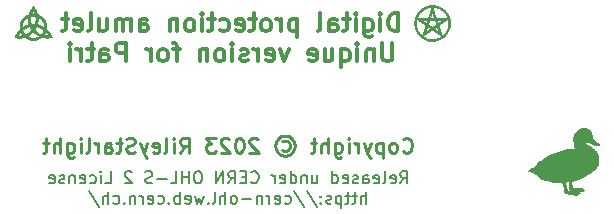
<source format=gbo>
%TF.GenerationSoftware,KiCad,Pcbnew,5.1.12-84ad8e8a86~92~ubuntu18.04.1*%
%TF.CreationDate,2023-04-24T19:04:36+02:00*%
%TF.ProjectId,digital-protection-amulet,64696769-7461-46c2-9d70-726f74656374,rev?*%
%TF.SameCoordinates,Original*%
%TF.FileFunction,Legend,Bot*%
%TF.FilePolarity,Positive*%
%FSLAX46Y46*%
G04 Gerber Fmt 4.6, Leading zero omitted, Abs format (unit mm)*
G04 Created by KiCad (PCBNEW 5.1.12-84ad8e8a86~92~ubuntu18.04.1) date 2023-04-24 19:04:36*
%MOMM*%
%LPD*%
G01*
G04 APERTURE LIST*
%ADD10C,0.304800*%
%ADD11C,0.254000*%
%ADD12C,0.203200*%
%ADD13C,0.010000*%
G04 APERTURE END LIST*
D10*
X36503428Y-5007428D02*
X36503428Y-6241142D01*
X36430857Y-6386285D01*
X36358285Y-6458857D01*
X36213142Y-6531428D01*
X35922857Y-6531428D01*
X35777714Y-6458857D01*
X35705142Y-6386285D01*
X35632571Y-6241142D01*
X35632571Y-5007428D01*
X34906857Y-5515428D02*
X34906857Y-6531428D01*
X34906857Y-5660571D02*
X34834285Y-5588000D01*
X34689142Y-5515428D01*
X34471428Y-5515428D01*
X34326285Y-5588000D01*
X34253714Y-5733142D01*
X34253714Y-6531428D01*
X33528000Y-6531428D02*
X33528000Y-5515428D01*
X33528000Y-5007428D02*
X33600571Y-5080000D01*
X33528000Y-5152571D01*
X33455428Y-5080000D01*
X33528000Y-5007428D01*
X33528000Y-5152571D01*
X32149142Y-5515428D02*
X32149142Y-7039428D01*
X32149142Y-6458857D02*
X32294285Y-6531428D01*
X32584571Y-6531428D01*
X32729714Y-6458857D01*
X32802285Y-6386285D01*
X32874857Y-6241142D01*
X32874857Y-5805714D01*
X32802285Y-5660571D01*
X32729714Y-5588000D01*
X32584571Y-5515428D01*
X32294285Y-5515428D01*
X32149142Y-5588000D01*
X30770285Y-5515428D02*
X30770285Y-6531428D01*
X31423428Y-5515428D02*
X31423428Y-6313714D01*
X31350857Y-6458857D01*
X31205714Y-6531428D01*
X30988000Y-6531428D01*
X30842857Y-6458857D01*
X30770285Y-6386285D01*
X29464000Y-6458857D02*
X29609142Y-6531428D01*
X29899428Y-6531428D01*
X30044571Y-6458857D01*
X30117142Y-6313714D01*
X30117142Y-5733142D01*
X30044571Y-5588000D01*
X29899428Y-5515428D01*
X29609142Y-5515428D01*
X29464000Y-5588000D01*
X29391428Y-5733142D01*
X29391428Y-5878285D01*
X30117142Y-6023428D01*
X27722285Y-5515428D02*
X27359428Y-6531428D01*
X26996571Y-5515428D01*
X25835428Y-6458857D02*
X25980571Y-6531428D01*
X26270857Y-6531428D01*
X26416000Y-6458857D01*
X26488571Y-6313714D01*
X26488571Y-5733142D01*
X26416000Y-5588000D01*
X26270857Y-5515428D01*
X25980571Y-5515428D01*
X25835428Y-5588000D01*
X25762857Y-5733142D01*
X25762857Y-5878285D01*
X26488571Y-6023428D01*
X25109714Y-6531428D02*
X25109714Y-5515428D01*
X25109714Y-5805714D02*
X25037142Y-5660571D01*
X24964571Y-5588000D01*
X24819428Y-5515428D01*
X24674285Y-5515428D01*
X24238857Y-6458857D02*
X24093714Y-6531428D01*
X23803428Y-6531428D01*
X23658285Y-6458857D01*
X23585714Y-6313714D01*
X23585714Y-6241142D01*
X23658285Y-6096000D01*
X23803428Y-6023428D01*
X24021142Y-6023428D01*
X24166285Y-5950857D01*
X24238857Y-5805714D01*
X24238857Y-5733142D01*
X24166285Y-5588000D01*
X24021142Y-5515428D01*
X23803428Y-5515428D01*
X23658285Y-5588000D01*
X22932571Y-6531428D02*
X22932571Y-5515428D01*
X22932571Y-5007428D02*
X23005142Y-5080000D01*
X22932571Y-5152571D01*
X22860000Y-5080000D01*
X22932571Y-5007428D01*
X22932571Y-5152571D01*
X21989142Y-6531428D02*
X22134285Y-6458857D01*
X22206857Y-6386285D01*
X22279428Y-6241142D01*
X22279428Y-5805714D01*
X22206857Y-5660571D01*
X22134285Y-5588000D01*
X21989142Y-5515428D01*
X21771428Y-5515428D01*
X21626285Y-5588000D01*
X21553714Y-5660571D01*
X21481142Y-5805714D01*
X21481142Y-6241142D01*
X21553714Y-6386285D01*
X21626285Y-6458857D01*
X21771428Y-6531428D01*
X21989142Y-6531428D01*
X20828000Y-5515428D02*
X20828000Y-6531428D01*
X20828000Y-5660571D02*
X20755428Y-5588000D01*
X20610285Y-5515428D01*
X20392571Y-5515428D01*
X20247428Y-5588000D01*
X20174857Y-5733142D01*
X20174857Y-6531428D01*
X18505714Y-5515428D02*
X17925142Y-5515428D01*
X18288000Y-6531428D02*
X18288000Y-5225142D01*
X18215428Y-5080000D01*
X18070285Y-5007428D01*
X17925142Y-5007428D01*
X17199428Y-6531428D02*
X17344571Y-6458857D01*
X17417142Y-6386285D01*
X17489714Y-6241142D01*
X17489714Y-5805714D01*
X17417142Y-5660571D01*
X17344571Y-5588000D01*
X17199428Y-5515428D01*
X16981714Y-5515428D01*
X16836571Y-5588000D01*
X16764000Y-5660571D01*
X16691428Y-5805714D01*
X16691428Y-6241142D01*
X16764000Y-6386285D01*
X16836571Y-6458857D01*
X16981714Y-6531428D01*
X17199428Y-6531428D01*
X16038285Y-6531428D02*
X16038285Y-5515428D01*
X16038285Y-5805714D02*
X15965714Y-5660571D01*
X15893142Y-5588000D01*
X15748000Y-5515428D01*
X15602857Y-5515428D01*
X13933714Y-6531428D02*
X13933714Y-5007428D01*
X13353142Y-5007428D01*
X13208000Y-5080000D01*
X13135428Y-5152571D01*
X13062857Y-5297714D01*
X13062857Y-5515428D01*
X13135428Y-5660571D01*
X13208000Y-5733142D01*
X13353142Y-5805714D01*
X13933714Y-5805714D01*
X11756571Y-6531428D02*
X11756571Y-5733142D01*
X11829142Y-5588000D01*
X11974285Y-5515428D01*
X12264571Y-5515428D01*
X12409714Y-5588000D01*
X11756571Y-6458857D02*
X11901714Y-6531428D01*
X12264571Y-6531428D01*
X12409714Y-6458857D01*
X12482285Y-6313714D01*
X12482285Y-6168571D01*
X12409714Y-6023428D01*
X12264571Y-5950857D01*
X11901714Y-5950857D01*
X11756571Y-5878285D01*
X11248571Y-5515428D02*
X10668000Y-5515428D01*
X11030857Y-5007428D02*
X11030857Y-6313714D01*
X10958285Y-6458857D01*
X10813142Y-6531428D01*
X10668000Y-6531428D01*
X10160000Y-6531428D02*
X10160000Y-5515428D01*
X10160000Y-5805714D02*
X10087428Y-5660571D01*
X10014857Y-5588000D01*
X9869714Y-5515428D01*
X9724571Y-5515428D01*
X9216571Y-6531428D02*
X9216571Y-5515428D01*
X9216571Y-5007428D02*
X9289142Y-5080000D01*
X9216571Y-5152571D01*
X9144000Y-5080000D01*
X9216571Y-5007428D01*
X9216571Y-5152571D01*
X37011428Y-3991428D02*
X37011428Y-2467428D01*
X36648571Y-2467428D01*
X36430857Y-2540000D01*
X36285714Y-2685142D01*
X36213142Y-2830285D01*
X36140571Y-3120571D01*
X36140571Y-3338285D01*
X36213142Y-3628571D01*
X36285714Y-3773714D01*
X36430857Y-3918857D01*
X36648571Y-3991428D01*
X37011428Y-3991428D01*
X35487428Y-3991428D02*
X35487428Y-2975428D01*
X35487428Y-2467428D02*
X35560000Y-2540000D01*
X35487428Y-2612571D01*
X35414857Y-2540000D01*
X35487428Y-2467428D01*
X35487428Y-2612571D01*
X34108571Y-2975428D02*
X34108571Y-4209142D01*
X34181142Y-4354285D01*
X34253714Y-4426857D01*
X34398857Y-4499428D01*
X34616571Y-4499428D01*
X34761714Y-4426857D01*
X34108571Y-3918857D02*
X34253714Y-3991428D01*
X34544000Y-3991428D01*
X34689142Y-3918857D01*
X34761714Y-3846285D01*
X34834285Y-3701142D01*
X34834285Y-3265714D01*
X34761714Y-3120571D01*
X34689142Y-3048000D01*
X34544000Y-2975428D01*
X34253714Y-2975428D01*
X34108571Y-3048000D01*
X33382857Y-3991428D02*
X33382857Y-2975428D01*
X33382857Y-2467428D02*
X33455428Y-2540000D01*
X33382857Y-2612571D01*
X33310285Y-2540000D01*
X33382857Y-2467428D01*
X33382857Y-2612571D01*
X32874857Y-2975428D02*
X32294285Y-2975428D01*
X32657142Y-2467428D02*
X32657142Y-3773714D01*
X32584571Y-3918857D01*
X32439428Y-3991428D01*
X32294285Y-3991428D01*
X31133142Y-3991428D02*
X31133142Y-3193142D01*
X31205714Y-3048000D01*
X31350857Y-2975428D01*
X31641142Y-2975428D01*
X31786285Y-3048000D01*
X31133142Y-3918857D02*
X31278285Y-3991428D01*
X31641142Y-3991428D01*
X31786285Y-3918857D01*
X31858857Y-3773714D01*
X31858857Y-3628571D01*
X31786285Y-3483428D01*
X31641142Y-3410857D01*
X31278285Y-3410857D01*
X31133142Y-3338285D01*
X30189714Y-3991428D02*
X30334857Y-3918857D01*
X30407428Y-3773714D01*
X30407428Y-2467428D01*
X28448000Y-2975428D02*
X28448000Y-4499428D01*
X28448000Y-3048000D02*
X28302857Y-2975428D01*
X28012571Y-2975428D01*
X27867428Y-3048000D01*
X27794857Y-3120571D01*
X27722285Y-3265714D01*
X27722285Y-3701142D01*
X27794857Y-3846285D01*
X27867428Y-3918857D01*
X28012571Y-3991428D01*
X28302857Y-3991428D01*
X28448000Y-3918857D01*
X27069142Y-3991428D02*
X27069142Y-2975428D01*
X27069142Y-3265714D02*
X26996571Y-3120571D01*
X26924000Y-3048000D01*
X26778857Y-2975428D01*
X26633714Y-2975428D01*
X25908000Y-3991428D02*
X26053142Y-3918857D01*
X26125714Y-3846285D01*
X26198285Y-3701142D01*
X26198285Y-3265714D01*
X26125714Y-3120571D01*
X26053142Y-3048000D01*
X25908000Y-2975428D01*
X25690285Y-2975428D01*
X25545142Y-3048000D01*
X25472571Y-3120571D01*
X25400000Y-3265714D01*
X25400000Y-3701142D01*
X25472571Y-3846285D01*
X25545142Y-3918857D01*
X25690285Y-3991428D01*
X25908000Y-3991428D01*
X24964571Y-2975428D02*
X24384000Y-2975428D01*
X24746857Y-2467428D02*
X24746857Y-3773714D01*
X24674285Y-3918857D01*
X24529142Y-3991428D01*
X24384000Y-3991428D01*
X23295428Y-3918857D02*
X23440571Y-3991428D01*
X23730857Y-3991428D01*
X23876000Y-3918857D01*
X23948571Y-3773714D01*
X23948571Y-3193142D01*
X23876000Y-3048000D01*
X23730857Y-2975428D01*
X23440571Y-2975428D01*
X23295428Y-3048000D01*
X23222857Y-3193142D01*
X23222857Y-3338285D01*
X23948571Y-3483428D01*
X21916571Y-3918857D02*
X22061714Y-3991428D01*
X22352000Y-3991428D01*
X22497142Y-3918857D01*
X22569714Y-3846285D01*
X22642285Y-3701142D01*
X22642285Y-3265714D01*
X22569714Y-3120571D01*
X22497142Y-3048000D01*
X22352000Y-2975428D01*
X22061714Y-2975428D01*
X21916571Y-3048000D01*
X21481142Y-2975428D02*
X20900571Y-2975428D01*
X21263428Y-2467428D02*
X21263428Y-3773714D01*
X21190857Y-3918857D01*
X21045714Y-3991428D01*
X20900571Y-3991428D01*
X20392571Y-3991428D02*
X20392571Y-2975428D01*
X20392571Y-2467428D02*
X20465142Y-2540000D01*
X20392571Y-2612571D01*
X20320000Y-2540000D01*
X20392571Y-2467428D01*
X20392571Y-2612571D01*
X19449142Y-3991428D02*
X19594285Y-3918857D01*
X19666857Y-3846285D01*
X19739428Y-3701142D01*
X19739428Y-3265714D01*
X19666857Y-3120571D01*
X19594285Y-3048000D01*
X19449142Y-2975428D01*
X19231428Y-2975428D01*
X19086285Y-3048000D01*
X19013714Y-3120571D01*
X18941142Y-3265714D01*
X18941142Y-3701142D01*
X19013714Y-3846285D01*
X19086285Y-3918857D01*
X19231428Y-3991428D01*
X19449142Y-3991428D01*
X18288000Y-2975428D02*
X18288000Y-3991428D01*
X18288000Y-3120571D02*
X18215428Y-3048000D01*
X18070285Y-2975428D01*
X17852571Y-2975428D01*
X17707428Y-3048000D01*
X17634857Y-3193142D01*
X17634857Y-3991428D01*
X15094857Y-3991428D02*
X15094857Y-3193142D01*
X15167428Y-3048000D01*
X15312571Y-2975428D01*
X15602857Y-2975428D01*
X15748000Y-3048000D01*
X15094857Y-3918857D02*
X15240000Y-3991428D01*
X15602857Y-3991428D01*
X15748000Y-3918857D01*
X15820571Y-3773714D01*
X15820571Y-3628571D01*
X15748000Y-3483428D01*
X15602857Y-3410857D01*
X15240000Y-3410857D01*
X15094857Y-3338285D01*
X14369142Y-3991428D02*
X14369142Y-2975428D01*
X14369142Y-3120571D02*
X14296571Y-3048000D01*
X14151428Y-2975428D01*
X13933714Y-2975428D01*
X13788571Y-3048000D01*
X13716000Y-3193142D01*
X13716000Y-3991428D01*
X13716000Y-3193142D02*
X13643428Y-3048000D01*
X13498285Y-2975428D01*
X13280571Y-2975428D01*
X13135428Y-3048000D01*
X13062857Y-3193142D01*
X13062857Y-3991428D01*
X11684000Y-2975428D02*
X11684000Y-3991428D01*
X12337142Y-2975428D02*
X12337142Y-3773714D01*
X12264571Y-3918857D01*
X12119428Y-3991428D01*
X11901714Y-3991428D01*
X11756571Y-3918857D01*
X11684000Y-3846285D01*
X10740571Y-3991428D02*
X10885714Y-3918857D01*
X10958285Y-3773714D01*
X10958285Y-2467428D01*
X9579428Y-3918857D02*
X9724571Y-3991428D01*
X10014857Y-3991428D01*
X10160000Y-3918857D01*
X10232571Y-3773714D01*
X10232571Y-3193142D01*
X10160000Y-3048000D01*
X10014857Y-2975428D01*
X9724571Y-2975428D01*
X9579428Y-3048000D01*
X9506857Y-3193142D01*
X9506857Y-3338285D01*
X10232571Y-3483428D01*
X9071428Y-2975428D02*
X8490857Y-2975428D01*
X8853714Y-2467428D02*
X8853714Y-3773714D01*
X8781142Y-3918857D01*
X8636000Y-3991428D01*
X8490857Y-3991428D01*
D11*
X37392428Y-14169571D02*
X37452904Y-14230047D01*
X37634333Y-14290523D01*
X37755285Y-14290523D01*
X37936714Y-14230047D01*
X38057666Y-14109095D01*
X38118142Y-13988142D01*
X38178619Y-13746238D01*
X38178619Y-13564809D01*
X38118142Y-13322904D01*
X38057666Y-13201952D01*
X37936714Y-13081000D01*
X37755285Y-13020523D01*
X37634333Y-13020523D01*
X37452904Y-13081000D01*
X37392428Y-13141476D01*
X36666714Y-14290523D02*
X36787666Y-14230047D01*
X36848142Y-14169571D01*
X36908619Y-14048619D01*
X36908619Y-13685761D01*
X36848142Y-13564809D01*
X36787666Y-13504333D01*
X36666714Y-13443857D01*
X36485285Y-13443857D01*
X36364333Y-13504333D01*
X36303857Y-13564809D01*
X36243380Y-13685761D01*
X36243380Y-14048619D01*
X36303857Y-14169571D01*
X36364333Y-14230047D01*
X36485285Y-14290523D01*
X36666714Y-14290523D01*
X35699095Y-13443857D02*
X35699095Y-14713857D01*
X35699095Y-13504333D02*
X35578142Y-13443857D01*
X35336238Y-13443857D01*
X35215285Y-13504333D01*
X35154809Y-13564809D01*
X35094333Y-13685761D01*
X35094333Y-14048619D01*
X35154809Y-14169571D01*
X35215285Y-14230047D01*
X35336238Y-14290523D01*
X35578142Y-14290523D01*
X35699095Y-14230047D01*
X34671000Y-13443857D02*
X34368619Y-14290523D01*
X34066238Y-13443857D02*
X34368619Y-14290523D01*
X34489571Y-14592904D01*
X34550047Y-14653380D01*
X34671000Y-14713857D01*
X33582428Y-14290523D02*
X33582428Y-13443857D01*
X33582428Y-13685761D02*
X33521952Y-13564809D01*
X33461476Y-13504333D01*
X33340523Y-13443857D01*
X33219571Y-13443857D01*
X32796238Y-14290523D02*
X32796238Y-13443857D01*
X32796238Y-13020523D02*
X32856714Y-13081000D01*
X32796238Y-13141476D01*
X32735761Y-13081000D01*
X32796238Y-13020523D01*
X32796238Y-13141476D01*
X31647190Y-13443857D02*
X31647190Y-14471952D01*
X31707666Y-14592904D01*
X31768142Y-14653380D01*
X31889095Y-14713857D01*
X32070523Y-14713857D01*
X32191476Y-14653380D01*
X31647190Y-14230047D02*
X31768142Y-14290523D01*
X32010047Y-14290523D01*
X32131000Y-14230047D01*
X32191476Y-14169571D01*
X32251952Y-14048619D01*
X32251952Y-13685761D01*
X32191476Y-13564809D01*
X32131000Y-13504333D01*
X32010047Y-13443857D01*
X31768142Y-13443857D01*
X31647190Y-13504333D01*
X31042428Y-14290523D02*
X31042428Y-13020523D01*
X30498142Y-14290523D02*
X30498142Y-13625285D01*
X30558619Y-13504333D01*
X30679571Y-13443857D01*
X30861000Y-13443857D01*
X30981952Y-13504333D01*
X31042428Y-13564809D01*
X30074809Y-13443857D02*
X29591000Y-13443857D01*
X29893380Y-13020523D02*
X29893380Y-14109095D01*
X29832904Y-14230047D01*
X29711952Y-14290523D01*
X29591000Y-14290523D01*
X27171952Y-13322904D02*
X27292904Y-13262428D01*
X27534809Y-13262428D01*
X27655761Y-13322904D01*
X27776714Y-13443857D01*
X27837190Y-13564809D01*
X27837190Y-13806714D01*
X27776714Y-13927666D01*
X27655761Y-14048619D01*
X27534809Y-14109095D01*
X27292904Y-14109095D01*
X27171952Y-14048619D01*
X27413857Y-12839095D02*
X27716238Y-12899571D01*
X28018619Y-13081000D01*
X28200047Y-13383380D01*
X28260523Y-13685761D01*
X28200047Y-13988142D01*
X28018619Y-14290523D01*
X27716238Y-14471952D01*
X27413857Y-14532428D01*
X27111476Y-14471952D01*
X26809095Y-14290523D01*
X26627666Y-13988142D01*
X26567190Y-13685761D01*
X26627666Y-13383380D01*
X26809095Y-13081000D01*
X27111476Y-12899571D01*
X27413857Y-12839095D01*
X25115761Y-13141476D02*
X25055285Y-13081000D01*
X24934333Y-13020523D01*
X24631952Y-13020523D01*
X24510999Y-13081000D01*
X24450523Y-13141476D01*
X24390047Y-13262428D01*
X24390047Y-13383380D01*
X24450523Y-13564809D01*
X25176238Y-14290523D01*
X24390047Y-14290523D01*
X23603857Y-13020523D02*
X23482904Y-13020523D01*
X23361952Y-13081000D01*
X23301476Y-13141476D01*
X23240999Y-13262428D01*
X23180523Y-13504333D01*
X23180523Y-13806714D01*
X23240999Y-14048619D01*
X23301476Y-14169571D01*
X23361952Y-14230047D01*
X23482904Y-14290523D01*
X23603857Y-14290523D01*
X23724809Y-14230047D01*
X23785285Y-14169571D01*
X23845761Y-14048619D01*
X23906238Y-13806714D01*
X23906238Y-13504333D01*
X23845761Y-13262428D01*
X23785285Y-13141476D01*
X23724809Y-13081000D01*
X23603857Y-13020523D01*
X22696714Y-13141476D02*
X22636238Y-13081000D01*
X22515285Y-13020523D01*
X22212904Y-13020523D01*
X22091952Y-13081000D01*
X22031476Y-13141476D01*
X21970999Y-13262428D01*
X21970999Y-13383380D01*
X22031476Y-13564809D01*
X22757190Y-14290523D01*
X21970999Y-14290523D01*
X21547666Y-13020523D02*
X20761476Y-13020523D01*
X21184809Y-13504333D01*
X21003380Y-13504333D01*
X20882428Y-13564809D01*
X20821952Y-13625285D01*
X20761476Y-13746238D01*
X20761476Y-14048619D01*
X20821952Y-14169571D01*
X20882428Y-14230047D01*
X21003380Y-14290523D01*
X21366238Y-14290523D01*
X21487190Y-14230047D01*
X21547666Y-14169571D01*
X18523857Y-14290523D02*
X18947190Y-13685761D01*
X19249571Y-14290523D02*
X19249571Y-13020523D01*
X18765761Y-13020523D01*
X18644809Y-13081000D01*
X18584333Y-13141476D01*
X18523857Y-13262428D01*
X18523857Y-13443857D01*
X18584333Y-13564809D01*
X18644809Y-13625285D01*
X18765761Y-13685761D01*
X19249571Y-13685761D01*
X17979571Y-14290523D02*
X17979571Y-13443857D01*
X17979571Y-13020523D02*
X18040047Y-13081000D01*
X17979571Y-13141476D01*
X17919095Y-13081000D01*
X17979571Y-13020523D01*
X17979571Y-13141476D01*
X17193380Y-14290523D02*
X17314333Y-14230047D01*
X17374809Y-14109095D01*
X17374809Y-13020523D01*
X16225761Y-14230047D02*
X16346714Y-14290523D01*
X16588619Y-14290523D01*
X16709571Y-14230047D01*
X16770047Y-14109095D01*
X16770047Y-13625285D01*
X16709571Y-13504333D01*
X16588619Y-13443857D01*
X16346714Y-13443857D01*
X16225761Y-13504333D01*
X16165285Y-13625285D01*
X16165285Y-13746238D01*
X16770047Y-13867190D01*
X15741952Y-13443857D02*
X15439571Y-14290523D01*
X15137190Y-13443857D02*
X15439571Y-14290523D01*
X15560523Y-14592904D01*
X15620999Y-14653380D01*
X15741952Y-14713857D01*
X14713857Y-14230047D02*
X14532428Y-14290523D01*
X14230047Y-14290523D01*
X14109095Y-14230047D01*
X14048619Y-14169571D01*
X13988142Y-14048619D01*
X13988142Y-13927666D01*
X14048619Y-13806714D01*
X14109095Y-13746238D01*
X14230047Y-13685761D01*
X14471952Y-13625285D01*
X14592904Y-13564809D01*
X14653380Y-13504333D01*
X14713857Y-13383380D01*
X14713857Y-13262428D01*
X14653380Y-13141476D01*
X14592904Y-13081000D01*
X14471952Y-13020523D01*
X14169571Y-13020523D01*
X13988142Y-13081000D01*
X13625285Y-13443857D02*
X13141476Y-13443857D01*
X13443857Y-13020523D02*
X13443857Y-14109095D01*
X13383380Y-14230047D01*
X13262428Y-14290523D01*
X13141476Y-14290523D01*
X12173857Y-14290523D02*
X12173857Y-13625285D01*
X12234333Y-13504333D01*
X12355285Y-13443857D01*
X12597190Y-13443857D01*
X12718142Y-13504333D01*
X12173857Y-14230047D02*
X12294809Y-14290523D01*
X12597190Y-14290523D01*
X12718142Y-14230047D01*
X12778619Y-14109095D01*
X12778619Y-13988142D01*
X12718142Y-13867190D01*
X12597190Y-13806714D01*
X12294809Y-13806714D01*
X12173857Y-13746238D01*
X11569095Y-14290523D02*
X11569095Y-13443857D01*
X11569095Y-13685761D02*
X11508619Y-13564809D01*
X11448142Y-13504333D01*
X11327190Y-13443857D01*
X11206238Y-13443857D01*
X10601476Y-14290523D02*
X10722428Y-14230047D01*
X10782904Y-14109095D01*
X10782904Y-13020523D01*
X10117666Y-14290523D02*
X10117666Y-13443857D01*
X10117666Y-13020523D02*
X10178142Y-13081000D01*
X10117666Y-13141476D01*
X10057190Y-13081000D01*
X10117666Y-13020523D01*
X10117666Y-13141476D01*
X8968619Y-13443857D02*
X8968619Y-14471952D01*
X9029095Y-14592904D01*
X9089571Y-14653380D01*
X9210523Y-14713857D01*
X9391952Y-14713857D01*
X9512904Y-14653380D01*
X8968619Y-14230047D02*
X9089571Y-14290523D01*
X9331476Y-14290523D01*
X9452428Y-14230047D01*
X9512904Y-14169571D01*
X9573380Y-14048619D01*
X9573380Y-13685761D01*
X9512904Y-13564809D01*
X9452428Y-13504333D01*
X9331476Y-13443857D01*
X9089571Y-13443857D01*
X8968619Y-13504333D01*
X8363857Y-14290523D02*
X8363857Y-13020523D01*
X7819571Y-14290523D02*
X7819571Y-13625285D01*
X7880047Y-13504333D01*
X8000999Y-13443857D01*
X8182428Y-13443857D01*
X8303380Y-13504333D01*
X8363857Y-13564809D01*
X7396238Y-13443857D02*
X6912428Y-13443857D01*
X7214809Y-13020523D02*
X7214809Y-14109095D01*
X7154333Y-14230047D01*
X7033380Y-14290523D01*
X6912428Y-14290523D01*
D12*
X37168666Y-16868019D02*
X37507333Y-16384209D01*
X37749238Y-16868019D02*
X37749238Y-15852019D01*
X37362190Y-15852019D01*
X37265428Y-15900400D01*
X37217047Y-15948780D01*
X37168666Y-16045542D01*
X37168666Y-16190685D01*
X37217047Y-16287447D01*
X37265428Y-16335828D01*
X37362190Y-16384209D01*
X37749238Y-16384209D01*
X36346190Y-16819638D02*
X36442952Y-16868019D01*
X36636476Y-16868019D01*
X36733238Y-16819638D01*
X36781619Y-16722876D01*
X36781619Y-16335828D01*
X36733238Y-16239066D01*
X36636476Y-16190685D01*
X36442952Y-16190685D01*
X36346190Y-16239066D01*
X36297809Y-16335828D01*
X36297809Y-16432590D01*
X36781619Y-16529352D01*
X35717238Y-16868019D02*
X35814000Y-16819638D01*
X35862380Y-16722876D01*
X35862380Y-15852019D01*
X34943142Y-16819638D02*
X35039904Y-16868019D01*
X35233428Y-16868019D01*
X35330190Y-16819638D01*
X35378571Y-16722876D01*
X35378571Y-16335828D01*
X35330190Y-16239066D01*
X35233428Y-16190685D01*
X35039904Y-16190685D01*
X34943142Y-16239066D01*
X34894761Y-16335828D01*
X34894761Y-16432590D01*
X35378571Y-16529352D01*
X34023904Y-16868019D02*
X34023904Y-16335828D01*
X34072285Y-16239066D01*
X34169047Y-16190685D01*
X34362571Y-16190685D01*
X34459333Y-16239066D01*
X34023904Y-16819638D02*
X34120666Y-16868019D01*
X34362571Y-16868019D01*
X34459333Y-16819638D01*
X34507714Y-16722876D01*
X34507714Y-16626114D01*
X34459333Y-16529352D01*
X34362571Y-16480971D01*
X34120666Y-16480971D01*
X34023904Y-16432590D01*
X33588476Y-16819638D02*
X33491714Y-16868019D01*
X33298190Y-16868019D01*
X33201428Y-16819638D01*
X33153047Y-16722876D01*
X33153047Y-16674495D01*
X33201428Y-16577733D01*
X33298190Y-16529352D01*
X33443333Y-16529352D01*
X33540095Y-16480971D01*
X33588476Y-16384209D01*
X33588476Y-16335828D01*
X33540095Y-16239066D01*
X33443333Y-16190685D01*
X33298190Y-16190685D01*
X33201428Y-16239066D01*
X32330571Y-16819638D02*
X32427333Y-16868019D01*
X32620857Y-16868019D01*
X32717619Y-16819638D01*
X32766000Y-16722876D01*
X32766000Y-16335828D01*
X32717619Y-16239066D01*
X32620857Y-16190685D01*
X32427333Y-16190685D01*
X32330571Y-16239066D01*
X32282190Y-16335828D01*
X32282190Y-16432590D01*
X32766000Y-16529352D01*
X31411333Y-16868019D02*
X31411333Y-15852019D01*
X31411333Y-16819638D02*
X31508095Y-16868019D01*
X31701619Y-16868019D01*
X31798380Y-16819638D01*
X31846761Y-16771257D01*
X31895142Y-16674495D01*
X31895142Y-16384209D01*
X31846761Y-16287447D01*
X31798380Y-16239066D01*
X31701619Y-16190685D01*
X31508095Y-16190685D01*
X31411333Y-16239066D01*
X29718000Y-16190685D02*
X29718000Y-16868019D01*
X30153428Y-16190685D02*
X30153428Y-16722876D01*
X30105047Y-16819638D01*
X30008285Y-16868019D01*
X29863142Y-16868019D01*
X29766380Y-16819638D01*
X29718000Y-16771257D01*
X29234190Y-16190685D02*
X29234190Y-16868019D01*
X29234190Y-16287447D02*
X29185809Y-16239066D01*
X29089047Y-16190685D01*
X28943904Y-16190685D01*
X28847142Y-16239066D01*
X28798761Y-16335828D01*
X28798761Y-16868019D01*
X27879523Y-16868019D02*
X27879523Y-15852019D01*
X27879523Y-16819638D02*
X27976285Y-16868019D01*
X28169809Y-16868019D01*
X28266571Y-16819638D01*
X28314952Y-16771257D01*
X28363333Y-16674495D01*
X28363333Y-16384209D01*
X28314952Y-16287447D01*
X28266571Y-16239066D01*
X28169809Y-16190685D01*
X27976285Y-16190685D01*
X27879523Y-16239066D01*
X27008666Y-16819638D02*
X27105428Y-16868019D01*
X27298952Y-16868019D01*
X27395714Y-16819638D01*
X27444095Y-16722876D01*
X27444095Y-16335828D01*
X27395714Y-16239066D01*
X27298952Y-16190685D01*
X27105428Y-16190685D01*
X27008666Y-16239066D01*
X26960285Y-16335828D01*
X26960285Y-16432590D01*
X27444095Y-16529352D01*
X26524857Y-16868019D02*
X26524857Y-16190685D01*
X26524857Y-16384209D02*
X26476476Y-16287447D01*
X26428095Y-16239066D01*
X26331333Y-16190685D01*
X26234571Y-16190685D01*
X24541238Y-16771257D02*
X24589619Y-16819638D01*
X24734761Y-16868019D01*
X24831523Y-16868019D01*
X24976666Y-16819638D01*
X25073428Y-16722876D01*
X25121809Y-16626114D01*
X25170190Y-16432590D01*
X25170190Y-16287447D01*
X25121809Y-16093923D01*
X25073428Y-15997161D01*
X24976666Y-15900400D01*
X24831523Y-15852019D01*
X24734761Y-15852019D01*
X24589619Y-15900400D01*
X24541238Y-15948780D01*
X24105809Y-16335828D02*
X23767142Y-16335828D01*
X23622000Y-16868019D02*
X24105809Y-16868019D01*
X24105809Y-15852019D01*
X23622000Y-15852019D01*
X22606000Y-16868019D02*
X22944666Y-16384209D01*
X23186571Y-16868019D02*
X23186571Y-15852019D01*
X22799523Y-15852019D01*
X22702761Y-15900400D01*
X22654380Y-15948780D01*
X22606000Y-16045542D01*
X22606000Y-16190685D01*
X22654380Y-16287447D01*
X22702761Y-16335828D01*
X22799523Y-16384209D01*
X23186571Y-16384209D01*
X22170571Y-16868019D02*
X22170571Y-15852019D01*
X21590000Y-16868019D01*
X21590000Y-15852019D01*
X20138571Y-15852019D02*
X19945047Y-15852019D01*
X19848285Y-15900400D01*
X19751523Y-15997161D01*
X19703142Y-16190685D01*
X19703142Y-16529352D01*
X19751523Y-16722876D01*
X19848285Y-16819638D01*
X19945047Y-16868019D01*
X20138571Y-16868019D01*
X20235333Y-16819638D01*
X20332095Y-16722876D01*
X20380476Y-16529352D01*
X20380476Y-16190685D01*
X20332095Y-15997161D01*
X20235333Y-15900400D01*
X20138571Y-15852019D01*
X19267714Y-16868019D02*
X19267714Y-15852019D01*
X19267714Y-16335828D02*
X18687142Y-16335828D01*
X18687142Y-16868019D02*
X18687142Y-15852019D01*
X17719523Y-16868019D02*
X18203333Y-16868019D01*
X18203333Y-15852019D01*
X17380857Y-16480971D02*
X16606761Y-16480971D01*
X16171333Y-16819638D02*
X16026190Y-16868019D01*
X15784285Y-16868019D01*
X15687523Y-16819638D01*
X15639142Y-16771257D01*
X15590761Y-16674495D01*
X15590761Y-16577733D01*
X15639142Y-16480971D01*
X15687523Y-16432590D01*
X15784285Y-16384209D01*
X15977809Y-16335828D01*
X16074571Y-16287447D01*
X16122952Y-16239066D01*
X16171333Y-16142304D01*
X16171333Y-16045542D01*
X16122952Y-15948780D01*
X16074571Y-15900400D01*
X15977809Y-15852019D01*
X15735904Y-15852019D01*
X15590761Y-15900400D01*
X14429619Y-15948780D02*
X14381238Y-15900400D01*
X14284476Y-15852019D01*
X14042571Y-15852019D01*
X13945809Y-15900400D01*
X13897428Y-15948780D01*
X13849047Y-16045542D01*
X13849047Y-16142304D01*
X13897428Y-16287447D01*
X14478000Y-16868019D01*
X13849047Y-16868019D01*
X12155714Y-16868019D02*
X12639523Y-16868019D01*
X12639523Y-15852019D01*
X11817047Y-16868019D02*
X11817047Y-16190685D01*
X11817047Y-15852019D02*
X11865428Y-15900400D01*
X11817047Y-15948780D01*
X11768666Y-15900400D01*
X11817047Y-15852019D01*
X11817047Y-15948780D01*
X10897809Y-16819638D02*
X10994571Y-16868019D01*
X11188095Y-16868019D01*
X11284857Y-16819638D01*
X11333238Y-16771257D01*
X11381619Y-16674495D01*
X11381619Y-16384209D01*
X11333238Y-16287447D01*
X11284857Y-16239066D01*
X11188095Y-16190685D01*
X10994571Y-16190685D01*
X10897809Y-16239066D01*
X10075333Y-16819638D02*
X10172095Y-16868019D01*
X10365619Y-16868019D01*
X10462380Y-16819638D01*
X10510761Y-16722876D01*
X10510761Y-16335828D01*
X10462380Y-16239066D01*
X10365619Y-16190685D01*
X10172095Y-16190685D01*
X10075333Y-16239066D01*
X10026952Y-16335828D01*
X10026952Y-16432590D01*
X10510761Y-16529352D01*
X9591523Y-16190685D02*
X9591523Y-16868019D01*
X9591523Y-16287447D02*
X9543142Y-16239066D01*
X9446380Y-16190685D01*
X9301238Y-16190685D01*
X9204476Y-16239066D01*
X9156095Y-16335828D01*
X9156095Y-16868019D01*
X8720666Y-16819638D02*
X8623904Y-16868019D01*
X8430380Y-16868019D01*
X8333619Y-16819638D01*
X8285238Y-16722876D01*
X8285238Y-16674495D01*
X8333619Y-16577733D01*
X8430380Y-16529352D01*
X8575523Y-16529352D01*
X8672285Y-16480971D01*
X8720666Y-16384209D01*
X8720666Y-16335828D01*
X8672285Y-16239066D01*
X8575523Y-16190685D01*
X8430380Y-16190685D01*
X8333619Y-16239066D01*
X7462761Y-16819638D02*
X7559523Y-16868019D01*
X7753047Y-16868019D01*
X7849809Y-16819638D01*
X7898190Y-16722876D01*
X7898190Y-16335828D01*
X7849809Y-16239066D01*
X7753047Y-16190685D01*
X7559523Y-16190685D01*
X7462761Y-16239066D01*
X7414380Y-16335828D01*
X7414380Y-16432590D01*
X7898190Y-16529352D01*
X34265809Y-18595219D02*
X34265809Y-17579219D01*
X33830380Y-18595219D02*
X33830380Y-18063028D01*
X33878761Y-17966266D01*
X33975523Y-17917885D01*
X34120666Y-17917885D01*
X34217428Y-17966266D01*
X34265809Y-18014647D01*
X33491714Y-17917885D02*
X33104666Y-17917885D01*
X33346571Y-17579219D02*
X33346571Y-18450076D01*
X33298190Y-18546838D01*
X33201428Y-18595219D01*
X33104666Y-18595219D01*
X32911142Y-17917885D02*
X32524095Y-17917885D01*
X32766000Y-17579219D02*
X32766000Y-18450076D01*
X32717619Y-18546838D01*
X32620857Y-18595219D01*
X32524095Y-18595219D01*
X32185428Y-17917885D02*
X32185428Y-18933885D01*
X32185428Y-17966266D02*
X32088666Y-17917885D01*
X31895142Y-17917885D01*
X31798380Y-17966266D01*
X31750000Y-18014647D01*
X31701619Y-18111409D01*
X31701619Y-18401695D01*
X31750000Y-18498457D01*
X31798380Y-18546838D01*
X31895142Y-18595219D01*
X32088666Y-18595219D01*
X32185428Y-18546838D01*
X31314571Y-18546838D02*
X31217809Y-18595219D01*
X31024285Y-18595219D01*
X30927523Y-18546838D01*
X30879142Y-18450076D01*
X30879142Y-18401695D01*
X30927523Y-18304933D01*
X31024285Y-18256552D01*
X31169428Y-18256552D01*
X31266190Y-18208171D01*
X31314571Y-18111409D01*
X31314571Y-18063028D01*
X31266190Y-17966266D01*
X31169428Y-17917885D01*
X31024285Y-17917885D01*
X30927523Y-17966266D01*
X30443714Y-18498457D02*
X30395333Y-18546838D01*
X30443714Y-18595219D01*
X30492095Y-18546838D01*
X30443714Y-18498457D01*
X30443714Y-18595219D01*
X30443714Y-17966266D02*
X30395333Y-18014647D01*
X30443714Y-18063028D01*
X30492095Y-18014647D01*
X30443714Y-17966266D01*
X30443714Y-18063028D01*
X29234190Y-17530838D02*
X30105047Y-18837123D01*
X28169809Y-17530838D02*
X29040666Y-18837123D01*
X27395714Y-18546838D02*
X27492476Y-18595219D01*
X27686000Y-18595219D01*
X27782761Y-18546838D01*
X27831142Y-18498457D01*
X27879523Y-18401695D01*
X27879523Y-18111409D01*
X27831142Y-18014647D01*
X27782761Y-17966266D01*
X27686000Y-17917885D01*
X27492476Y-17917885D01*
X27395714Y-17966266D01*
X26573238Y-18546838D02*
X26670000Y-18595219D01*
X26863523Y-18595219D01*
X26960285Y-18546838D01*
X27008666Y-18450076D01*
X27008666Y-18063028D01*
X26960285Y-17966266D01*
X26863523Y-17917885D01*
X26670000Y-17917885D01*
X26573238Y-17966266D01*
X26524857Y-18063028D01*
X26524857Y-18159790D01*
X27008666Y-18256552D01*
X26089428Y-18595219D02*
X26089428Y-17917885D01*
X26089428Y-18111409D02*
X26041047Y-18014647D01*
X25992666Y-17966266D01*
X25895904Y-17917885D01*
X25799142Y-17917885D01*
X25460476Y-17917885D02*
X25460476Y-18595219D01*
X25460476Y-18014647D02*
X25412095Y-17966266D01*
X25315333Y-17917885D01*
X25170190Y-17917885D01*
X25073428Y-17966266D01*
X25025047Y-18063028D01*
X25025047Y-18595219D01*
X24541238Y-18208171D02*
X23767142Y-18208171D01*
X23138190Y-18595219D02*
X23234952Y-18546838D01*
X23283333Y-18498457D01*
X23331714Y-18401695D01*
X23331714Y-18111409D01*
X23283333Y-18014647D01*
X23234952Y-17966266D01*
X23138190Y-17917885D01*
X22993047Y-17917885D01*
X22896285Y-17966266D01*
X22847904Y-18014647D01*
X22799523Y-18111409D01*
X22799523Y-18401695D01*
X22847904Y-18498457D01*
X22896285Y-18546838D01*
X22993047Y-18595219D01*
X23138190Y-18595219D01*
X22364095Y-18595219D02*
X22364095Y-17579219D01*
X21928666Y-18595219D02*
X21928666Y-18063028D01*
X21977047Y-17966266D01*
X22073809Y-17917885D01*
X22218952Y-17917885D01*
X22315714Y-17966266D01*
X22364095Y-18014647D01*
X21299714Y-18595219D02*
X21396476Y-18546838D01*
X21444857Y-18450076D01*
X21444857Y-17579219D01*
X20912666Y-18498457D02*
X20864285Y-18546838D01*
X20912666Y-18595219D01*
X20961047Y-18546838D01*
X20912666Y-18498457D01*
X20912666Y-18595219D01*
X20525619Y-17917885D02*
X20332095Y-18595219D01*
X20138571Y-18111409D01*
X19945047Y-18595219D01*
X19751523Y-17917885D01*
X18977428Y-18546838D02*
X19074190Y-18595219D01*
X19267714Y-18595219D01*
X19364476Y-18546838D01*
X19412857Y-18450076D01*
X19412857Y-18063028D01*
X19364476Y-17966266D01*
X19267714Y-17917885D01*
X19074190Y-17917885D01*
X18977428Y-17966266D01*
X18929047Y-18063028D01*
X18929047Y-18159790D01*
X19412857Y-18256552D01*
X18493619Y-18595219D02*
X18493619Y-17579219D01*
X18493619Y-17966266D02*
X18396857Y-17917885D01*
X18203333Y-17917885D01*
X18106571Y-17966266D01*
X18058190Y-18014647D01*
X18009809Y-18111409D01*
X18009809Y-18401695D01*
X18058190Y-18498457D01*
X18106571Y-18546838D01*
X18203333Y-18595219D01*
X18396857Y-18595219D01*
X18493619Y-18546838D01*
X17574380Y-18498457D02*
X17526000Y-18546838D01*
X17574380Y-18595219D01*
X17622761Y-18546838D01*
X17574380Y-18498457D01*
X17574380Y-18595219D01*
X16655142Y-18546838D02*
X16751904Y-18595219D01*
X16945428Y-18595219D01*
X17042190Y-18546838D01*
X17090571Y-18498457D01*
X17138952Y-18401695D01*
X17138952Y-18111409D01*
X17090571Y-18014647D01*
X17042190Y-17966266D01*
X16945428Y-17917885D01*
X16751904Y-17917885D01*
X16655142Y-17966266D01*
X15832666Y-18546838D02*
X15929428Y-18595219D01*
X16122952Y-18595219D01*
X16219714Y-18546838D01*
X16268095Y-18450076D01*
X16268095Y-18063028D01*
X16219714Y-17966266D01*
X16122952Y-17917885D01*
X15929428Y-17917885D01*
X15832666Y-17966266D01*
X15784285Y-18063028D01*
X15784285Y-18159790D01*
X16268095Y-18256552D01*
X15348857Y-18595219D02*
X15348857Y-17917885D01*
X15348857Y-18111409D02*
X15300476Y-18014647D01*
X15252095Y-17966266D01*
X15155333Y-17917885D01*
X15058571Y-17917885D01*
X14719904Y-17917885D02*
X14719904Y-18595219D01*
X14719904Y-18014647D02*
X14671523Y-17966266D01*
X14574761Y-17917885D01*
X14429619Y-17917885D01*
X14332857Y-17966266D01*
X14284476Y-18063028D01*
X14284476Y-18595219D01*
X13800666Y-18498457D02*
X13752285Y-18546838D01*
X13800666Y-18595219D01*
X13849047Y-18546838D01*
X13800666Y-18498457D01*
X13800666Y-18595219D01*
X12881428Y-18546838D02*
X12978190Y-18595219D01*
X13171714Y-18595219D01*
X13268476Y-18546838D01*
X13316857Y-18498457D01*
X13365238Y-18401695D01*
X13365238Y-18111409D01*
X13316857Y-18014647D01*
X13268476Y-17966266D01*
X13171714Y-17917885D01*
X12978190Y-17917885D01*
X12881428Y-17966266D01*
X12446000Y-18595219D02*
X12446000Y-17579219D01*
X12010571Y-18595219D02*
X12010571Y-18063028D01*
X12058952Y-17966266D01*
X12155714Y-17917885D01*
X12300857Y-17917885D01*
X12397619Y-17966266D01*
X12446000Y-18014647D01*
X10801047Y-17530838D02*
X11671904Y-18837123D01*
D13*
%TO.C,G\u002A\u002A\u002A*%
G36*
X6064217Y-1868009D02*
G01*
X6062829Y-1869916D01*
X6059909Y-1874204D01*
X6055643Y-1880586D01*
X6050218Y-1888776D01*
X6043823Y-1898486D01*
X6036644Y-1909429D01*
X6028867Y-1921317D01*
X6020681Y-1933863D01*
X6012272Y-1946780D01*
X6003828Y-1959781D01*
X5995535Y-1972578D01*
X5987580Y-1984885D01*
X5980152Y-1996413D01*
X5973436Y-2006876D01*
X5967620Y-2015987D01*
X5962891Y-2023457D01*
X5961020Y-2026444D01*
X5931829Y-2074375D01*
X5904502Y-2121599D01*
X5878428Y-2169223D01*
X5852992Y-2218351D01*
X5840316Y-2243834D01*
X5822973Y-2279706D01*
X5807186Y-2313587D01*
X5792701Y-2346092D01*
X5779264Y-2377837D01*
X5766618Y-2409438D01*
X5754510Y-2441512D01*
X5742684Y-2474674D01*
X5733065Y-2502972D01*
X5716043Y-2554051D01*
X5696869Y-2560685D01*
X5641798Y-2581379D01*
X5588165Y-2604816D01*
X5536054Y-2630903D01*
X5485554Y-2659547D01*
X5436749Y-2690656D01*
X5389727Y-2724137D01*
X5344573Y-2759897D01*
X5301374Y-2797844D01*
X5260217Y-2837885D01*
X5221187Y-2879926D01*
X5184371Y-2923876D01*
X5149855Y-2969641D01*
X5117726Y-3017130D01*
X5088070Y-3066248D01*
X5060973Y-3116904D01*
X5036522Y-3169005D01*
X5014803Y-3222457D01*
X4995902Y-3277169D01*
X4980752Y-3329781D01*
X4970512Y-3372241D01*
X4962078Y-3414317D01*
X4955274Y-3457026D01*
X4949921Y-3501386D01*
X4948762Y-3513138D01*
X4947942Y-3522845D01*
X4947283Y-3533106D01*
X4946771Y-3544360D01*
X4946392Y-3557049D01*
X4946133Y-3571617D01*
X4945981Y-3588503D01*
X4945923Y-3606800D01*
X4946025Y-3632474D01*
X4946418Y-3655599D01*
X4947148Y-3676789D01*
X4948260Y-3696661D01*
X4949802Y-3715830D01*
X4951819Y-3734913D01*
X4954357Y-3754524D01*
X4957463Y-3775280D01*
X4959461Y-3787599D01*
X4964308Y-3816793D01*
X4930384Y-3851099D01*
X4915021Y-3866731D01*
X4901473Y-3880751D01*
X4889230Y-3893714D01*
X4877787Y-3906173D01*
X4866636Y-3918685D01*
X4855271Y-3931803D01*
X4843183Y-3946083D01*
X4839143Y-3950913D01*
X4800847Y-3998359D01*
X4765165Y-4045870D01*
X4731658Y-4094095D01*
X4699887Y-4143684D01*
X4669416Y-4195285D01*
X4648134Y-4233863D01*
X4638661Y-4251818D01*
X4629501Y-4269844D01*
X4620499Y-4288282D01*
X4611504Y-4307476D01*
X4602362Y-4327770D01*
X4592921Y-4349507D01*
X4583026Y-4373030D01*
X4572526Y-4398683D01*
X4561267Y-4426809D01*
X4554401Y-4444206D01*
X4526335Y-4515644D01*
X4593221Y-4516669D01*
X4612417Y-4516971D01*
X4628910Y-4517258D01*
X4643167Y-4517556D01*
X4655660Y-4517889D01*
X4666859Y-4518282D01*
X4677233Y-4518761D01*
X4687253Y-4519350D01*
X4697390Y-4520074D01*
X4708112Y-4520959D01*
X4719890Y-4522029D01*
X4733194Y-4523309D01*
X4748495Y-4524824D01*
X4750594Y-4525034D01*
X4774115Y-4527327D01*
X4794951Y-4529225D01*
X4813565Y-4530748D01*
X4830420Y-4531916D01*
X4845978Y-4532749D01*
X4860703Y-4533267D01*
X4875058Y-4533492D01*
X4889504Y-4533442D01*
X4904506Y-4533139D01*
X4920525Y-4532603D01*
X4922069Y-4532542D01*
X4957706Y-4530893D01*
X4990589Y-4528868D01*
X5021122Y-4526438D01*
X5049705Y-4523575D01*
X5050632Y-4523471D01*
X5097506Y-4517455D01*
X5145277Y-4509866D01*
X5193134Y-4500867D01*
X5240266Y-4490621D01*
X5285863Y-4479290D01*
X5325137Y-4468235D01*
X5348818Y-4461156D01*
X5363237Y-4472634D01*
X5411173Y-4508779D01*
X5460740Y-4542204D01*
X5511895Y-4572887D01*
X5564593Y-4600805D01*
X5618790Y-4625935D01*
X5674440Y-4648254D01*
X5731499Y-4667739D01*
X5756040Y-4675120D01*
X5800039Y-4686722D01*
X5846252Y-4696787D01*
X5894055Y-4705198D01*
X5942824Y-4711839D01*
X5965032Y-4714229D01*
X5971680Y-4714735D01*
X5980965Y-4715223D01*
X5992437Y-4715688D01*
X6005642Y-4716120D01*
X6020132Y-4716513D01*
X6035453Y-4716859D01*
X6051156Y-4717150D01*
X6066789Y-4717378D01*
X6081900Y-4717537D01*
X6096039Y-4717619D01*
X6108755Y-4717615D01*
X6119595Y-4717518D01*
X6128110Y-4717322D01*
X6133307Y-4717061D01*
X6175499Y-4713400D01*
X6215154Y-4708938D01*
X6252836Y-4703565D01*
X6289106Y-4697171D01*
X6324527Y-4689647D01*
X6359661Y-4680883D01*
X6395071Y-4670768D01*
X6431319Y-4659193D01*
X6433866Y-4658337D01*
X6483189Y-4640279D01*
X6532421Y-4619434D01*
X6581116Y-4596048D01*
X6628829Y-4570364D01*
X6675115Y-4542628D01*
X6719528Y-4513084D01*
X6761624Y-4481976D01*
X6776564Y-4470085D01*
X6787996Y-4460797D01*
X6809901Y-4467123D01*
X6859545Y-4480469D01*
X6910357Y-4492218D01*
X6961984Y-4502339D01*
X7014069Y-4510798D01*
X7066258Y-4517564D01*
X7118196Y-4522604D01*
X7169528Y-4525887D01*
X7219897Y-4527379D01*
X7268951Y-4527050D01*
X7316332Y-4524866D01*
X7361687Y-4520796D01*
X7378700Y-4518697D01*
X7386683Y-4517570D01*
X7396913Y-4516028D01*
X7409117Y-4514117D01*
X7423026Y-4511885D01*
X7438366Y-4509379D01*
X7454867Y-4506645D01*
X7472257Y-4503732D01*
X7490264Y-4500685D01*
X7508617Y-4497552D01*
X7527045Y-4494381D01*
X7545275Y-4491217D01*
X7563036Y-4488109D01*
X7580056Y-4485103D01*
X7596065Y-4482247D01*
X7610790Y-4479587D01*
X7623960Y-4477171D01*
X7635303Y-4475046D01*
X7644548Y-4473258D01*
X7651423Y-4471856D01*
X7655656Y-4470885D01*
X7656962Y-4470448D01*
X7656600Y-4468779D01*
X7654939Y-4464524D01*
X7652097Y-4457938D01*
X7648195Y-4449274D01*
X7643354Y-4438788D01*
X7637692Y-4426733D01*
X7631331Y-4413363D01*
X7624389Y-4398933D01*
X7619863Y-4389615D01*
X6595269Y-4389615D01*
X6581775Y-4398324D01*
X6575676Y-4402148D01*
X6567634Y-4407028D01*
X6558477Y-4412471D01*
X6549034Y-4417981D01*
X6543675Y-4421057D01*
X6494970Y-4447029D01*
X6445253Y-4469996D01*
X6394505Y-4489965D01*
X6342709Y-4506941D01*
X6289847Y-4520929D01*
X6235902Y-4531935D01*
X6180857Y-4539964D01*
X6156325Y-4542552D01*
X6145874Y-4543516D01*
X6136949Y-4544294D01*
X6129036Y-4544900D01*
X6121622Y-4545352D01*
X6114192Y-4545666D01*
X6106234Y-4545858D01*
X6097232Y-4545943D01*
X6086674Y-4545939D01*
X6074045Y-4545861D01*
X6058832Y-4545725D01*
X6056313Y-4545701D01*
X6037836Y-4545458D01*
X6021939Y-4545094D01*
X6008027Y-4544582D01*
X5995506Y-4543896D01*
X5983782Y-4543008D01*
X5972261Y-4541892D01*
X5972175Y-4541883D01*
X5917462Y-4534664D01*
X5864453Y-4524852D01*
X5812933Y-4512383D01*
X5762687Y-4497195D01*
X5713501Y-4479223D01*
X5665160Y-4458403D01*
X5627688Y-4440037D01*
X5619731Y-4435824D01*
X5610402Y-4430720D01*
X5600176Y-4424999D01*
X5589527Y-4418937D01*
X5578929Y-4412810D01*
X5568854Y-4406892D01*
X5559778Y-4401461D01*
X5552173Y-4396790D01*
X5546514Y-4393157D01*
X5543776Y-4391236D01*
X5540033Y-4388372D01*
X5582075Y-4367661D01*
X5612656Y-4352272D01*
X5641334Y-4337129D01*
X5669026Y-4321712D01*
X5670310Y-4320958D01*
X5205413Y-4320958D01*
X5204071Y-4322363D01*
X5201841Y-4323154D01*
X5199214Y-4323716D01*
X5194032Y-4324826D01*
X5186842Y-4326367D01*
X5178195Y-4328220D01*
X5168638Y-4330269D01*
X5168107Y-4330383D01*
X5124061Y-4338979D01*
X5077912Y-4346378D01*
X5030543Y-4352462D01*
X4982837Y-4357110D01*
X4955382Y-4359101D01*
X4941390Y-4359795D01*
X4925268Y-4360279D01*
X4907703Y-4360557D01*
X4889387Y-4360632D01*
X4871011Y-4360508D01*
X4853263Y-4360187D01*
X4836834Y-4359674D01*
X4822415Y-4358972D01*
X4814094Y-4358387D01*
X4804539Y-4357574D01*
X4796004Y-4356798D01*
X4789022Y-4356111D01*
X4784124Y-4355567D01*
X4781843Y-4355216D01*
X4781818Y-4355208D01*
X4781587Y-4353917D01*
X4782663Y-4350510D01*
X4785114Y-4344834D01*
X4789005Y-4336738D01*
X4794404Y-4326069D01*
X4795494Y-4323953D01*
X4827262Y-4265921D01*
X4861915Y-4209202D01*
X4899441Y-4153816D01*
X4939827Y-4099782D01*
X4983058Y-4047119D01*
X4997787Y-4030226D01*
X5004151Y-4023073D01*
X5009762Y-4016845D01*
X5014299Y-4011891D01*
X5017438Y-4008564D01*
X5018858Y-4007215D01*
X5018904Y-4007207D01*
X5019606Y-4008734D01*
X5021350Y-4012741D01*
X5023945Y-4018782D01*
X5027201Y-4026410D01*
X5030924Y-4035182D01*
X5031699Y-4037013D01*
X5054569Y-4087263D01*
X5080369Y-4136965D01*
X5108859Y-4185720D01*
X5139799Y-4233128D01*
X5172947Y-4278789D01*
X5191698Y-4302601D01*
X5196700Y-4308872D01*
X5200885Y-4314309D01*
X5203886Y-4318419D01*
X5205335Y-4320710D01*
X5205413Y-4320958D01*
X5670310Y-4320958D01*
X5696651Y-4305501D01*
X5725125Y-4287977D01*
X5743524Y-4276280D01*
X5791604Y-4243954D01*
X5839540Y-4208941D01*
X5886777Y-4171700D01*
X5932759Y-4132692D01*
X5976932Y-4092377D01*
X6018740Y-4051216D01*
X6034131Y-4035196D01*
X6041671Y-4027256D01*
X6048496Y-4020141D01*
X6054305Y-4014157D01*
X6058795Y-4009615D01*
X6061665Y-4006823D01*
X6062600Y-4006056D01*
X6063904Y-4007160D01*
X6067073Y-4010260D01*
X6071799Y-4015041D01*
X6077770Y-4021186D01*
X6084678Y-4028381D01*
X6089870Y-4033838D01*
X6102463Y-4046840D01*
X6116889Y-4061264D01*
X6132527Y-4076519D01*
X6148757Y-4092010D01*
X6164958Y-4107146D01*
X6180508Y-4121335D01*
X6194788Y-4133984D01*
X6195219Y-4134359D01*
X6249596Y-4179486D01*
X6306085Y-4222313D01*
X6364488Y-4262710D01*
X6424605Y-4300551D01*
X6486236Y-4335706D01*
X6549181Y-4368047D01*
X6582569Y-4383802D01*
X6595269Y-4389615D01*
X7619863Y-4389615D01*
X7616988Y-4383697D01*
X7609246Y-4367908D01*
X7601285Y-4351823D01*
X7595972Y-4341176D01*
X7400504Y-4341176D01*
X7398490Y-4341821D01*
X7393690Y-4342734D01*
X7386480Y-4343866D01*
X7377232Y-4345171D01*
X7366321Y-4346604D01*
X7354122Y-4348117D01*
X7341008Y-4349664D01*
X7327353Y-4351199D01*
X7313533Y-4352674D01*
X7299920Y-4354044D01*
X7288213Y-4355142D01*
X7283724Y-4355362D01*
X7276527Y-4355488D01*
X7267087Y-4355529D01*
X7255870Y-4355492D01*
X7243341Y-4355385D01*
X7229965Y-4355214D01*
X7216208Y-4354988D01*
X7202536Y-4354714D01*
X7189413Y-4354400D01*
X7177305Y-4354052D01*
X7166677Y-4353680D01*
X7157995Y-4353289D01*
X7152482Y-4352948D01*
X7111070Y-4349292D01*
X7069895Y-4344635D01*
X7029743Y-4339083D01*
X6991401Y-4332740D01*
X6967576Y-4328193D01*
X6957375Y-4326117D01*
X6948269Y-4324231D01*
X6940700Y-4322632D01*
X6935113Y-4321414D01*
X6931951Y-4320670D01*
X6931405Y-4320496D01*
X6932197Y-4319168D01*
X6934693Y-4315748D01*
X6938601Y-4310615D01*
X6943633Y-4304151D01*
X6949497Y-4296733D01*
X6950653Y-4295284D01*
X6985511Y-4249205D01*
X7017964Y-4201358D01*
X7047862Y-4152004D01*
X7075056Y-4101401D01*
X7099396Y-4049809D01*
X7118688Y-4002881D01*
X7121572Y-3995393D01*
X7124047Y-3989051D01*
X7125899Y-3984404D01*
X7126910Y-3981999D01*
X7127021Y-3981792D01*
X7128214Y-3982740D01*
X7131268Y-3985737D01*
X7135908Y-3990485D01*
X7141855Y-3996689D01*
X7148832Y-4004050D01*
X7156561Y-4012272D01*
X7164767Y-4021058D01*
X7173170Y-4030110D01*
X7181494Y-4039133D01*
X7189462Y-4047827D01*
X7196796Y-4055897D01*
X7203219Y-4063046D01*
X7208453Y-4068975D01*
X7209081Y-4069698D01*
X7238573Y-4104560D01*
X7266312Y-4139151D01*
X7292864Y-4174230D01*
X7318796Y-4210555D01*
X7344674Y-4248882D01*
X7355845Y-4266042D01*
X7361933Y-4275592D01*
X7368234Y-4285658D01*
X7374533Y-4295876D01*
X7380614Y-4305884D01*
X7386260Y-4315319D01*
X7391256Y-4323817D01*
X7395387Y-4331016D01*
X7398436Y-4336552D01*
X7400188Y-4340062D01*
X7400504Y-4341176D01*
X7595972Y-4341176D01*
X7595497Y-4340225D01*
X7559977Y-4272809D01*
X7521812Y-4207080D01*
X7481064Y-4143118D01*
X7437794Y-4081005D01*
X7392064Y-4020821D01*
X7343934Y-3962647D01*
X7293466Y-3906565D01*
X7247638Y-3859723D01*
X6984913Y-3859723D01*
X6984431Y-3862356D01*
X6983012Y-3867521D01*
X6980808Y-3874767D01*
X6977972Y-3883645D01*
X6974653Y-3893703D01*
X6971006Y-3904491D01*
X6967180Y-3915560D01*
X6963328Y-3926457D01*
X6959601Y-3936734D01*
X6956152Y-3945938D01*
X6954069Y-3951288D01*
X6933898Y-3998316D01*
X6911349Y-4043743D01*
X6886288Y-4087782D01*
X6858579Y-4130647D01*
X6828086Y-4172550D01*
X6794674Y-4213705D01*
X6768713Y-4243016D01*
X6761303Y-4251026D01*
X6755672Y-4256914D01*
X6751515Y-4260952D01*
X6748529Y-4263413D01*
X6746409Y-4264572D01*
X6744851Y-4264700D01*
X6744634Y-4264644D01*
X6742143Y-4263748D01*
X6737239Y-4261878D01*
X6730456Y-4259242D01*
X6722327Y-4256047D01*
X6713890Y-4252702D01*
X6653792Y-4227073D01*
X6594662Y-4198433D01*
X6536484Y-4166773D01*
X6479241Y-4132085D01*
X6456037Y-4116985D01*
X6403561Y-4080415D01*
X6352642Y-4041462D01*
X6303576Y-4000382D01*
X6256662Y-3957432D01*
X6212194Y-3912868D01*
X6183575Y-3881850D01*
X6172603Y-3869563D01*
X5951538Y-3869563D01*
X5950480Y-3871274D01*
X5947495Y-3874954D01*
X5942870Y-3880293D01*
X5936887Y-3886982D01*
X5929833Y-3894712D01*
X5921992Y-3903172D01*
X5913649Y-3912054D01*
X5905088Y-3921048D01*
X5896596Y-3929845D01*
X5888456Y-3938134D01*
X5888038Y-3938555D01*
X5839286Y-3985411D01*
X5788597Y-4029755D01*
X5736005Y-4071564D01*
X5681544Y-4110816D01*
X5625249Y-4147487D01*
X5567152Y-4181555D01*
X5507288Y-4212997D01*
X5445691Y-4241791D01*
X5417344Y-4253908D01*
X5409068Y-4257272D01*
X5401628Y-4260159D01*
X5395600Y-4262358D01*
X5391558Y-4263654D01*
X5390301Y-4263911D01*
X5387943Y-4262837D01*
X5383844Y-4259467D01*
X5377941Y-4253742D01*
X5370168Y-4245599D01*
X5366903Y-4242068D01*
X5330903Y-4200814D01*
X5297881Y-4158652D01*
X5267731Y-4115410D01*
X5240343Y-4070917D01*
X5215607Y-4025001D01*
X5193416Y-3977491D01*
X5182839Y-3952081D01*
X5179634Y-3943874D01*
X5176137Y-3934602D01*
X5172503Y-3924716D01*
X5168890Y-3914665D01*
X5165455Y-3904898D01*
X5162352Y-3895865D01*
X5159740Y-3888017D01*
X5157773Y-3881801D01*
X5156610Y-3877669D01*
X5156399Y-3876074D01*
X5157782Y-3874939D01*
X5161121Y-3872186D01*
X5165923Y-3868221D01*
X5171698Y-3863448D01*
X5172075Y-3863136D01*
X5183093Y-3854261D01*
X5196216Y-3844077D01*
X5210884Y-3832996D01*
X5226534Y-3821431D01*
X5242606Y-3809793D01*
X5258537Y-3798496D01*
X5273764Y-3787951D01*
X5283607Y-3781303D01*
X5340726Y-3745071D01*
X5399219Y-3711663D01*
X5459002Y-3681116D01*
X5519989Y-3653468D01*
X5582097Y-3628756D01*
X5645238Y-3607016D01*
X5709330Y-3588286D01*
X5746750Y-3578853D01*
X5756154Y-3576658D01*
X5764654Y-3574747D01*
X5771704Y-3573237D01*
X5776763Y-3572244D01*
X5779285Y-3571885D01*
X5779294Y-3571885D01*
X5780886Y-3572462D01*
X5782686Y-3574451D01*
X5784938Y-3578256D01*
X5787887Y-3584281D01*
X5791072Y-3591332D01*
X5808390Y-3628655D01*
X5827834Y-3667299D01*
X5849038Y-3706618D01*
X5871634Y-3745969D01*
X5895254Y-3784705D01*
X5919532Y-3822183D01*
X5937443Y-3848353D01*
X5942298Y-3855343D01*
X5946430Y-3861424D01*
X5949525Y-3866121D01*
X5951269Y-3868963D01*
X5951538Y-3869563D01*
X6172603Y-3869563D01*
X6171931Y-3868811D01*
X6181351Y-3855678D01*
X6200176Y-3828502D01*
X6219479Y-3798882D01*
X6238908Y-3767438D01*
X6258113Y-3734790D01*
X6276741Y-3701559D01*
X6294440Y-3668365D01*
X6310858Y-3635828D01*
X6325644Y-3604569D01*
X6332434Y-3589338D01*
X6335879Y-3581466D01*
X6338877Y-3574680D01*
X6341202Y-3569488D01*
X6342628Y-3566394D01*
X6342959Y-3565755D01*
X6344785Y-3565742D01*
X6349321Y-3566438D01*
X6356208Y-3567759D01*
X6365082Y-3569620D01*
X6375582Y-3571934D01*
X6387346Y-3574618D01*
X6400011Y-3577585D01*
X6413215Y-3580752D01*
X6426596Y-3584031D01*
X6439793Y-3587339D01*
X6452443Y-3590590D01*
X6464184Y-3593699D01*
X6474653Y-3596581D01*
X6477794Y-3597475D01*
X6534571Y-3615180D01*
X6591731Y-3635704D01*
X6648757Y-3658820D01*
X6705134Y-3684300D01*
X6760344Y-3711920D01*
X6813871Y-3741452D01*
X6835775Y-3754400D01*
X6847034Y-3761353D01*
X6860250Y-3769777D01*
X6874818Y-3779268D01*
X6890135Y-3789422D01*
X6905595Y-3799834D01*
X6920594Y-3810101D01*
X6934528Y-3819817D01*
X6946792Y-3828578D01*
X6948388Y-3829739D01*
X6958991Y-3837482D01*
X6967308Y-3843583D01*
X6973616Y-3848271D01*
X6978195Y-3851776D01*
X6981324Y-3854327D01*
X6983280Y-3856151D01*
X6984344Y-3857478D01*
X6984793Y-3858538D01*
X6984907Y-3859558D01*
X6984913Y-3859723D01*
X7247638Y-3859723D01*
X7240722Y-3852654D01*
X7188375Y-3803355D01*
X7176643Y-3792742D01*
X7180866Y-3762874D01*
X7183460Y-3743588D01*
X7185574Y-3725583D01*
X7187261Y-3708131D01*
X7188574Y-3690503D01*
X7189567Y-3671969D01*
X7190294Y-3651802D01*
X7190807Y-3629272D01*
X7190853Y-3626644D01*
X7190973Y-3602438D01*
X7019639Y-3602438D01*
X7019628Y-3613734D01*
X7019505Y-3624970D01*
X7019282Y-3635712D01*
X7018970Y-3645524D01*
X7018582Y-3653974D01*
X7018129Y-3660626D01*
X7017622Y-3665047D01*
X7017073Y-3666802D01*
X7016975Y-3666803D01*
X7015390Y-3665807D01*
X7011609Y-3663328D01*
X7006071Y-3659657D01*
X6999216Y-3655086D01*
X6992144Y-3650349D01*
X6930792Y-3611057D01*
X6867996Y-3574557D01*
X6809958Y-3544094D01*
X6164681Y-3544094D01*
X6145704Y-3581400D01*
X6130283Y-3611012D01*
X6114822Y-3639329D01*
X6099563Y-3665934D01*
X6084744Y-3690410D01*
X6070607Y-3712339D01*
X6068533Y-3715423D01*
X6062170Y-3724827D01*
X6058844Y-3720645D01*
X6056905Y-3717942D01*
X6053629Y-3713090D01*
X6049373Y-3706629D01*
X6044491Y-3699097D01*
X6040579Y-3692984D01*
X6034465Y-3683219D01*
X6027481Y-3671812D01*
X6020310Y-3659892D01*
X6013634Y-3648587D01*
X6010576Y-3643313D01*
X6006106Y-3635411D01*
X6001039Y-3626236D01*
X5995567Y-3616157D01*
X5989881Y-3605543D01*
X5984174Y-3594763D01*
X5978638Y-3584185D01*
X5973464Y-3574180D01*
X5968846Y-3565117D01*
X5964974Y-3557364D01*
X5962042Y-3551290D01*
X5960241Y-3547265D01*
X5959763Y-3545659D01*
X5959764Y-3545657D01*
X5961484Y-3545324D01*
X5965823Y-3544818D01*
X5972233Y-3544194D01*
X5980165Y-3543505D01*
X5985737Y-3543061D01*
X5992800Y-3542645D01*
X6002242Y-3542285D01*
X6013656Y-3541982D01*
X6026636Y-3541735D01*
X6040779Y-3541546D01*
X6055677Y-3541415D01*
X6070925Y-3541343D01*
X6086119Y-3541329D01*
X6100852Y-3541376D01*
X6114719Y-3541483D01*
X6127314Y-3541652D01*
X6138232Y-3541881D01*
X6147067Y-3542174D01*
X6153414Y-3542528D01*
X6156137Y-3542811D01*
X6164681Y-3544094D01*
X6809958Y-3544094D01*
X6803846Y-3540886D01*
X6738431Y-3510082D01*
X6671838Y-3482184D01*
X6604157Y-3457230D01*
X6535475Y-3435257D01*
X6465883Y-3416304D01*
X6428874Y-3407586D01*
X5721016Y-3407586D01*
X5719400Y-3408079D01*
X5715212Y-3409189D01*
X5708964Y-3410785D01*
X5701170Y-3412735D01*
X5694363Y-3414414D01*
X5627841Y-3432334D01*
X5561774Y-3453351D01*
X5496312Y-3477404D01*
X5431608Y-3504430D01*
X5367813Y-3534366D01*
X5305079Y-3567150D01*
X5254625Y-3596059D01*
X5243102Y-3603062D01*
X5229977Y-3611261D01*
X5215783Y-3620305D01*
X5201053Y-3629843D01*
X5186320Y-3639526D01*
X5172116Y-3649002D01*
X5158974Y-3657923D01*
X5147426Y-3665937D01*
X5138005Y-3672694D01*
X5137150Y-3673324D01*
X5131175Y-3677686D01*
X5126133Y-3681259D01*
X5122565Y-3683666D01*
X5121021Y-3684533D01*
X5120415Y-3683095D01*
X5119684Y-3679203D01*
X5118948Y-3673569D01*
X5118652Y-3670697D01*
X5118089Y-3662395D01*
X5117687Y-3651476D01*
X5117442Y-3638494D01*
X5117347Y-3624004D01*
X5117396Y-3608558D01*
X5117582Y-3592711D01*
X5117899Y-3577018D01*
X5118341Y-3562030D01*
X5118900Y-3548303D01*
X5119572Y-3536391D01*
X5120292Y-3527425D01*
X5126750Y-3474522D01*
X5135601Y-3423524D01*
X5146915Y-3374166D01*
X5160767Y-3326185D01*
X5177230Y-3279317D01*
X5196374Y-3233299D01*
X5208471Y-3207437D01*
X5228924Y-3167404D01*
X5250190Y-3129854D01*
X5272710Y-3094115D01*
X5296923Y-3059516D01*
X5323268Y-3025386D01*
X5344105Y-3000375D01*
X5351119Y-2992487D01*
X5360030Y-2982913D01*
X5370385Y-2972103D01*
X5381732Y-2960507D01*
X5393619Y-2948576D01*
X5405594Y-2936761D01*
X5417205Y-2925512D01*
X5428000Y-2915279D01*
X5437526Y-2906513D01*
X5444332Y-2900514D01*
X5465090Y-2883405D01*
X5487830Y-2865821D01*
X5511781Y-2848306D01*
X5536175Y-2831403D01*
X5560242Y-2815657D01*
X5583213Y-2801609D01*
X5589402Y-2798021D01*
X5596906Y-2793817D01*
X5605578Y-2789104D01*
X5615007Y-2784092D01*
X5624780Y-2778988D01*
X5634488Y-2774000D01*
X5643719Y-2769337D01*
X5652062Y-2765208D01*
X5659105Y-2761820D01*
X5664439Y-2759381D01*
X5667651Y-2758102D01*
X5668405Y-2757988D01*
X5668439Y-2759722D01*
X5668058Y-2764010D01*
X5667328Y-2770268D01*
X5666311Y-2777911D01*
X5665915Y-2780704D01*
X5659413Y-2835277D01*
X5655381Y-2891682D01*
X5653820Y-2949750D01*
X5654734Y-3009312D01*
X5658125Y-3070199D01*
X5660316Y-3096419D01*
X5666830Y-3154471D01*
X5675731Y-3213245D01*
X5686859Y-3271887D01*
X5700052Y-3329540D01*
X5714164Y-3381974D01*
X5716571Y-3390387D01*
X5718589Y-3397658D01*
X5720080Y-3403276D01*
X5720908Y-3406729D01*
X5721016Y-3407586D01*
X6428874Y-3407586D01*
X6425460Y-3406782D01*
X6417517Y-3404991D01*
X6410761Y-3403418D01*
X6405760Y-3402200D01*
X6403078Y-3401472D01*
X6402785Y-3401351D01*
X6403035Y-3399740D01*
X6404031Y-3395558D01*
X6405649Y-3389289D01*
X6407764Y-3381415D01*
X6410253Y-3372419D01*
X6410317Y-3372187D01*
X6420832Y-3332182D01*
X6430577Y-3290124D01*
X6439337Y-3247088D01*
X6446899Y-3204148D01*
X6453049Y-3162376D01*
X6454663Y-3149600D01*
X6458401Y-3116317D01*
X6461326Y-3084631D01*
X6463494Y-3053587D01*
X6464962Y-3022227D01*
X6465787Y-2989598D01*
X6465996Y-2960688D01*
X6293575Y-2960688D01*
X6293513Y-2981491D01*
X6293349Y-2999712D01*
X6293050Y-3015940D01*
X6292583Y-3030769D01*
X6291916Y-3044788D01*
X6291017Y-3058589D01*
X6289853Y-3072764D01*
X6288391Y-3087903D01*
X6286600Y-3104598D01*
X6284820Y-3120231D01*
X6277898Y-3170987D01*
X6268856Y-3222627D01*
X6257918Y-3273895D01*
X6255583Y-3283744D01*
X6253784Y-3290967D01*
X6251506Y-3299750D01*
X6248875Y-3309642D01*
X6246017Y-3320192D01*
X6243058Y-3330949D01*
X6240125Y-3341462D01*
X6237342Y-3351279D01*
X6234837Y-3359951D01*
X6232736Y-3367025D01*
X6231164Y-3372052D01*
X6230248Y-3374579D01*
X6230132Y-3374773D01*
X6228435Y-3374839D01*
X6224003Y-3374682D01*
X6217265Y-3374327D01*
X6208652Y-3373797D01*
X6198594Y-3373118D01*
X6189328Y-3372450D01*
X6168607Y-3371169D01*
X6145752Y-3370218D01*
X6121257Y-3369588D01*
X6095621Y-3369273D01*
X6069340Y-3369264D01*
X6042910Y-3369554D01*
X6016828Y-3370137D01*
X5991592Y-3371005D01*
X5967696Y-3372150D01*
X5945639Y-3373565D01*
X5925917Y-3375242D01*
X5914232Y-3376513D01*
X5907720Y-3377173D01*
X5901679Y-3377573D01*
X5897741Y-3377630D01*
X5892363Y-3377406D01*
X5885323Y-3354388D01*
X5870165Y-3300447D01*
X5857041Y-3244570D01*
X5846052Y-3187339D01*
X5837302Y-3129337D01*
X5830893Y-3071149D01*
X5827572Y-3025775D01*
X5826879Y-3009884D01*
X5826449Y-2991926D01*
X5826273Y-2972502D01*
X5826339Y-2952215D01*
X5826635Y-2931666D01*
X5827151Y-2911457D01*
X5827877Y-2892190D01*
X5828800Y-2874467D01*
X5829910Y-2858891D01*
X5830795Y-2849563D01*
X5833479Y-2826702D01*
X5836630Y-2803269D01*
X5840112Y-2780151D01*
X5843790Y-2758238D01*
X5847528Y-2738416D01*
X5848335Y-2734469D01*
X5850221Y-2725397D01*
X5852025Y-2716709D01*
X5853580Y-2709214D01*
X5854718Y-2703720D01*
X5854999Y-2702362D01*
X5856616Y-2696793D01*
X5858568Y-2693690D01*
X5859277Y-2693286D01*
X5865779Y-2691611D01*
X5874962Y-2689679D01*
X5886347Y-2687563D01*
X5899457Y-2685337D01*
X5913816Y-2683073D01*
X5928944Y-2680844D01*
X5944366Y-2678725D01*
X5959603Y-2676787D01*
X5974177Y-2675105D01*
X5985669Y-2673931D01*
X5999795Y-2672860D01*
X6016401Y-2672045D01*
X6034814Y-2671486D01*
X6054363Y-2671182D01*
X6074373Y-2671134D01*
X6094174Y-2671342D01*
X6113092Y-2671805D01*
X6130454Y-2672524D01*
X6145587Y-2673498D01*
X6150769Y-2673950D01*
X6163891Y-2675294D01*
X6177646Y-2676871D01*
X6191656Y-2678623D01*
X6205544Y-2680490D01*
X6218932Y-2682416D01*
X6231441Y-2684341D01*
X6242694Y-2686208D01*
X6252313Y-2687958D01*
X6259920Y-2689533D01*
X6265137Y-2690875D01*
X6267586Y-2691925D01*
X6267608Y-2691947D01*
X6268508Y-2694191D01*
X6269740Y-2699214D01*
X6271243Y-2706647D01*
X6272961Y-2716118D01*
X6274834Y-2727256D01*
X6276805Y-2739691D01*
X6278814Y-2753052D01*
X6280803Y-2766967D01*
X6282714Y-2781066D01*
X6284488Y-2794978D01*
X6286066Y-2808332D01*
X6286328Y-2810669D01*
X6288092Y-2827030D01*
X6289555Y-2841714D01*
X6290742Y-2855271D01*
X6291680Y-2868251D01*
X6292395Y-2881206D01*
X6292915Y-2894685D01*
X6293266Y-2909239D01*
X6293474Y-2925419D01*
X6293567Y-2943775D01*
X6293575Y-2960688D01*
X6465996Y-2960688D01*
X6466025Y-2956719D01*
X6465909Y-2932572D01*
X6465545Y-2910252D01*
X6464895Y-2889114D01*
X6463917Y-2868512D01*
X6462573Y-2847800D01*
X6460821Y-2826334D01*
X6458621Y-2803467D01*
X6455934Y-2778556D01*
X6453825Y-2760266D01*
X6453466Y-2755345D01*
X6453651Y-2752051D01*
X6454160Y-2751155D01*
X6456685Y-2751904D01*
X6461613Y-2753989D01*
X6468567Y-2757216D01*
X6477167Y-2761390D01*
X6487037Y-2766316D01*
X6497798Y-2771799D01*
X6509071Y-2777645D01*
X6520480Y-2783658D01*
X6531646Y-2789643D01*
X6542190Y-2795407D01*
X6551736Y-2800753D01*
X6559904Y-2805487D01*
X6562042Y-2806766D01*
X6594017Y-2826805D01*
X6623922Y-2847124D01*
X6652373Y-2868209D01*
X6679985Y-2890546D01*
X6707375Y-2914622D01*
X6735160Y-2940922D01*
X6746937Y-2952589D01*
X6779215Y-2986309D01*
X6808736Y-3020064D01*
X6835877Y-3054384D01*
X6861019Y-3089797D01*
X6884539Y-3126831D01*
X6906817Y-3166015D01*
X6924562Y-3200400D01*
X6947063Y-3249391D01*
X6966535Y-3299325D01*
X6982979Y-3350209D01*
X6996398Y-3402048D01*
X7006792Y-3454848D01*
X7014163Y-3508616D01*
X7018513Y-3563358D01*
X7019278Y-3581400D01*
X7019526Y-3591515D01*
X7019639Y-3602438D01*
X7190973Y-3602438D01*
X7191030Y-3591001D01*
X7190292Y-3557643D01*
X7188604Y-3525804D01*
X7185927Y-3494718D01*
X7183340Y-3472161D01*
X7174351Y-3413543D01*
X7162324Y-3355804D01*
X7147292Y-3299021D01*
X7129288Y-3243270D01*
X7108345Y-3188626D01*
X7084496Y-3135168D01*
X7057775Y-3082970D01*
X7028216Y-3032109D01*
X6995851Y-2982661D01*
X6960713Y-2934704D01*
X6935055Y-2902744D01*
X6896226Y-2858581D01*
X6855093Y-2816545D01*
X6811782Y-2776725D01*
X6766424Y-2739210D01*
X6719147Y-2704089D01*
X6670080Y-2671451D01*
X6619352Y-2641384D01*
X6567091Y-2613978D01*
X6513426Y-2589321D01*
X6458487Y-2567502D01*
X6438978Y-2560552D01*
X6412862Y-2551521D01*
X6403107Y-2517582D01*
X6399847Y-2507038D01*
X6219825Y-2507038D01*
X6218401Y-2507862D01*
X6214581Y-2507836D01*
X6213079Y-2507654D01*
X6209035Y-2507146D01*
X6202624Y-2506416D01*
X6194638Y-2505552D01*
X6185871Y-2504639D01*
X6183313Y-2504380D01*
X6132490Y-2500501D01*
X6080270Y-2498904D01*
X6027459Y-2499582D01*
X5974862Y-2502530D01*
X5937552Y-2506059D01*
X5929412Y-2506904D01*
X5922445Y-2507513D01*
X5917234Y-2507842D01*
X5914362Y-2507849D01*
X5914001Y-2507755D01*
X5914320Y-2506079D01*
X5915727Y-2501838D01*
X5918077Y-2495392D01*
X5921227Y-2487103D01*
X5925031Y-2477332D01*
X5929345Y-2466439D01*
X5934025Y-2454786D01*
X5938927Y-2442733D01*
X5943906Y-2430642D01*
X5948817Y-2418872D01*
X5953517Y-2407786D01*
X5957861Y-2397744D01*
X5959533Y-2393950D01*
X5969437Y-2372096D01*
X5980503Y-2348506D01*
X5992251Y-2324163D01*
X6004203Y-2300051D01*
X6015880Y-2277152D01*
X6022897Y-2263761D01*
X6028285Y-2253672D01*
X6034096Y-2242913D01*
X6040110Y-2231878D01*
X6046110Y-2220958D01*
X6051878Y-2210548D01*
X6057195Y-2201038D01*
X6061842Y-2192823D01*
X6065602Y-2186294D01*
X6068256Y-2181845D01*
X6069458Y-2180018D01*
X6070752Y-2179750D01*
X6072778Y-2181718D01*
X6075779Y-2186195D01*
X6077308Y-2188749D01*
X6095046Y-2220008D01*
X6112936Y-2253436D01*
X6130557Y-2288174D01*
X6147489Y-2323365D01*
X6163310Y-2358151D01*
X6177601Y-2391671D01*
X6181740Y-2401888D01*
X6186497Y-2413931D01*
X6191398Y-2426600D01*
X6196308Y-2439521D01*
X6201094Y-2452323D01*
X6205618Y-2464633D01*
X6209748Y-2476077D01*
X6213346Y-2486283D01*
X6216280Y-2494879D01*
X6218413Y-2501492D01*
X6219612Y-2505750D01*
X6219825Y-2507038D01*
X6399847Y-2507038D01*
X6380561Y-2444665D01*
X6355305Y-2373390D01*
X6327317Y-2303708D01*
X6296576Y-2235571D01*
X6263060Y-2168930D01*
X6226747Y-2103737D01*
X6187616Y-2039943D01*
X6187612Y-2039938D01*
X6181854Y-2031122D01*
X6175027Y-2020913D01*
X6167307Y-2009559D01*
X6158871Y-1997304D01*
X6149895Y-1984394D01*
X6140557Y-1971077D01*
X6131032Y-1957597D01*
X6121497Y-1944201D01*
X6112129Y-1931135D01*
X6103104Y-1918644D01*
X6094599Y-1906976D01*
X6086791Y-1896376D01*
X6079856Y-1887089D01*
X6073971Y-1879363D01*
X6069312Y-1873443D01*
X6066055Y-1869575D01*
X6064379Y-1868005D01*
X6064217Y-1868009D01*
G37*
X6064217Y-1868009D02*
X6062829Y-1869916D01*
X6059909Y-1874204D01*
X6055643Y-1880586D01*
X6050218Y-1888776D01*
X6043823Y-1898486D01*
X6036644Y-1909429D01*
X6028867Y-1921317D01*
X6020681Y-1933863D01*
X6012272Y-1946780D01*
X6003828Y-1959781D01*
X5995535Y-1972578D01*
X5987580Y-1984885D01*
X5980152Y-1996413D01*
X5973436Y-2006876D01*
X5967620Y-2015987D01*
X5962891Y-2023457D01*
X5961020Y-2026444D01*
X5931829Y-2074375D01*
X5904502Y-2121599D01*
X5878428Y-2169223D01*
X5852992Y-2218351D01*
X5840316Y-2243834D01*
X5822973Y-2279706D01*
X5807186Y-2313587D01*
X5792701Y-2346092D01*
X5779264Y-2377837D01*
X5766618Y-2409438D01*
X5754510Y-2441512D01*
X5742684Y-2474674D01*
X5733065Y-2502972D01*
X5716043Y-2554051D01*
X5696869Y-2560685D01*
X5641798Y-2581379D01*
X5588165Y-2604816D01*
X5536054Y-2630903D01*
X5485554Y-2659547D01*
X5436749Y-2690656D01*
X5389727Y-2724137D01*
X5344573Y-2759897D01*
X5301374Y-2797844D01*
X5260217Y-2837885D01*
X5221187Y-2879926D01*
X5184371Y-2923876D01*
X5149855Y-2969641D01*
X5117726Y-3017130D01*
X5088070Y-3066248D01*
X5060973Y-3116904D01*
X5036522Y-3169005D01*
X5014803Y-3222457D01*
X4995902Y-3277169D01*
X4980752Y-3329781D01*
X4970512Y-3372241D01*
X4962078Y-3414317D01*
X4955274Y-3457026D01*
X4949921Y-3501386D01*
X4948762Y-3513138D01*
X4947942Y-3522845D01*
X4947283Y-3533106D01*
X4946771Y-3544360D01*
X4946392Y-3557049D01*
X4946133Y-3571617D01*
X4945981Y-3588503D01*
X4945923Y-3606800D01*
X4946025Y-3632474D01*
X4946418Y-3655599D01*
X4947148Y-3676789D01*
X4948260Y-3696661D01*
X4949802Y-3715830D01*
X4951819Y-3734913D01*
X4954357Y-3754524D01*
X4957463Y-3775280D01*
X4959461Y-3787599D01*
X4964308Y-3816793D01*
X4930384Y-3851099D01*
X4915021Y-3866731D01*
X4901473Y-3880751D01*
X4889230Y-3893714D01*
X4877787Y-3906173D01*
X4866636Y-3918685D01*
X4855271Y-3931803D01*
X4843183Y-3946083D01*
X4839143Y-3950913D01*
X4800847Y-3998359D01*
X4765165Y-4045870D01*
X4731658Y-4094095D01*
X4699887Y-4143684D01*
X4669416Y-4195285D01*
X4648134Y-4233863D01*
X4638661Y-4251818D01*
X4629501Y-4269844D01*
X4620499Y-4288282D01*
X4611504Y-4307476D01*
X4602362Y-4327770D01*
X4592921Y-4349507D01*
X4583026Y-4373030D01*
X4572526Y-4398683D01*
X4561267Y-4426809D01*
X4554401Y-4444206D01*
X4526335Y-4515644D01*
X4593221Y-4516669D01*
X4612417Y-4516971D01*
X4628910Y-4517258D01*
X4643167Y-4517556D01*
X4655660Y-4517889D01*
X4666859Y-4518282D01*
X4677233Y-4518761D01*
X4687253Y-4519350D01*
X4697390Y-4520074D01*
X4708112Y-4520959D01*
X4719890Y-4522029D01*
X4733194Y-4523309D01*
X4748495Y-4524824D01*
X4750594Y-4525034D01*
X4774115Y-4527327D01*
X4794951Y-4529225D01*
X4813565Y-4530748D01*
X4830420Y-4531916D01*
X4845978Y-4532749D01*
X4860703Y-4533267D01*
X4875058Y-4533492D01*
X4889504Y-4533442D01*
X4904506Y-4533139D01*
X4920525Y-4532603D01*
X4922069Y-4532542D01*
X4957706Y-4530893D01*
X4990589Y-4528868D01*
X5021122Y-4526438D01*
X5049705Y-4523575D01*
X5050632Y-4523471D01*
X5097506Y-4517455D01*
X5145277Y-4509866D01*
X5193134Y-4500867D01*
X5240266Y-4490621D01*
X5285863Y-4479290D01*
X5325137Y-4468235D01*
X5348818Y-4461156D01*
X5363237Y-4472634D01*
X5411173Y-4508779D01*
X5460740Y-4542204D01*
X5511895Y-4572887D01*
X5564593Y-4600805D01*
X5618790Y-4625935D01*
X5674440Y-4648254D01*
X5731499Y-4667739D01*
X5756040Y-4675120D01*
X5800039Y-4686722D01*
X5846252Y-4696787D01*
X5894055Y-4705198D01*
X5942824Y-4711839D01*
X5965032Y-4714229D01*
X5971680Y-4714735D01*
X5980965Y-4715223D01*
X5992437Y-4715688D01*
X6005642Y-4716120D01*
X6020132Y-4716513D01*
X6035453Y-4716859D01*
X6051156Y-4717150D01*
X6066789Y-4717378D01*
X6081900Y-4717537D01*
X6096039Y-4717619D01*
X6108755Y-4717615D01*
X6119595Y-4717518D01*
X6128110Y-4717322D01*
X6133307Y-4717061D01*
X6175499Y-4713400D01*
X6215154Y-4708938D01*
X6252836Y-4703565D01*
X6289106Y-4697171D01*
X6324527Y-4689647D01*
X6359661Y-4680883D01*
X6395071Y-4670768D01*
X6431319Y-4659193D01*
X6433866Y-4658337D01*
X6483189Y-4640279D01*
X6532421Y-4619434D01*
X6581116Y-4596048D01*
X6628829Y-4570364D01*
X6675115Y-4542628D01*
X6719528Y-4513084D01*
X6761624Y-4481976D01*
X6776564Y-4470085D01*
X6787996Y-4460797D01*
X6809901Y-4467123D01*
X6859545Y-4480469D01*
X6910357Y-4492218D01*
X6961984Y-4502339D01*
X7014069Y-4510798D01*
X7066258Y-4517564D01*
X7118196Y-4522604D01*
X7169528Y-4525887D01*
X7219897Y-4527379D01*
X7268951Y-4527050D01*
X7316332Y-4524866D01*
X7361687Y-4520796D01*
X7378700Y-4518697D01*
X7386683Y-4517570D01*
X7396913Y-4516028D01*
X7409117Y-4514117D01*
X7423026Y-4511885D01*
X7438366Y-4509379D01*
X7454867Y-4506645D01*
X7472257Y-4503732D01*
X7490264Y-4500685D01*
X7508617Y-4497552D01*
X7527045Y-4494381D01*
X7545275Y-4491217D01*
X7563036Y-4488109D01*
X7580056Y-4485103D01*
X7596065Y-4482247D01*
X7610790Y-4479587D01*
X7623960Y-4477171D01*
X7635303Y-4475046D01*
X7644548Y-4473258D01*
X7651423Y-4471856D01*
X7655656Y-4470885D01*
X7656962Y-4470448D01*
X7656600Y-4468779D01*
X7654939Y-4464524D01*
X7652097Y-4457938D01*
X7648195Y-4449274D01*
X7643354Y-4438788D01*
X7637692Y-4426733D01*
X7631331Y-4413363D01*
X7624389Y-4398933D01*
X7619863Y-4389615D01*
X6595269Y-4389615D01*
X6581775Y-4398324D01*
X6575676Y-4402148D01*
X6567634Y-4407028D01*
X6558477Y-4412471D01*
X6549034Y-4417981D01*
X6543675Y-4421057D01*
X6494970Y-4447029D01*
X6445253Y-4469996D01*
X6394505Y-4489965D01*
X6342709Y-4506941D01*
X6289847Y-4520929D01*
X6235902Y-4531935D01*
X6180857Y-4539964D01*
X6156325Y-4542552D01*
X6145874Y-4543516D01*
X6136949Y-4544294D01*
X6129036Y-4544900D01*
X6121622Y-4545352D01*
X6114192Y-4545666D01*
X6106234Y-4545858D01*
X6097232Y-4545943D01*
X6086674Y-4545939D01*
X6074045Y-4545861D01*
X6058832Y-4545725D01*
X6056313Y-4545701D01*
X6037836Y-4545458D01*
X6021939Y-4545094D01*
X6008027Y-4544582D01*
X5995506Y-4543896D01*
X5983782Y-4543008D01*
X5972261Y-4541892D01*
X5972175Y-4541883D01*
X5917462Y-4534664D01*
X5864453Y-4524852D01*
X5812933Y-4512383D01*
X5762687Y-4497195D01*
X5713501Y-4479223D01*
X5665160Y-4458403D01*
X5627688Y-4440037D01*
X5619731Y-4435824D01*
X5610402Y-4430720D01*
X5600176Y-4424999D01*
X5589527Y-4418937D01*
X5578929Y-4412810D01*
X5568854Y-4406892D01*
X5559778Y-4401461D01*
X5552173Y-4396790D01*
X5546514Y-4393157D01*
X5543776Y-4391236D01*
X5540033Y-4388372D01*
X5582075Y-4367661D01*
X5612656Y-4352272D01*
X5641334Y-4337129D01*
X5669026Y-4321712D01*
X5670310Y-4320958D01*
X5205413Y-4320958D01*
X5204071Y-4322363D01*
X5201841Y-4323154D01*
X5199214Y-4323716D01*
X5194032Y-4324826D01*
X5186842Y-4326367D01*
X5178195Y-4328220D01*
X5168638Y-4330269D01*
X5168107Y-4330383D01*
X5124061Y-4338979D01*
X5077912Y-4346378D01*
X5030543Y-4352462D01*
X4982837Y-4357110D01*
X4955382Y-4359101D01*
X4941390Y-4359795D01*
X4925268Y-4360279D01*
X4907703Y-4360557D01*
X4889387Y-4360632D01*
X4871011Y-4360508D01*
X4853263Y-4360187D01*
X4836834Y-4359674D01*
X4822415Y-4358972D01*
X4814094Y-4358387D01*
X4804539Y-4357574D01*
X4796004Y-4356798D01*
X4789022Y-4356111D01*
X4784124Y-4355567D01*
X4781843Y-4355216D01*
X4781818Y-4355208D01*
X4781587Y-4353917D01*
X4782663Y-4350510D01*
X4785114Y-4344834D01*
X4789005Y-4336738D01*
X4794404Y-4326069D01*
X4795494Y-4323953D01*
X4827262Y-4265921D01*
X4861915Y-4209202D01*
X4899441Y-4153816D01*
X4939827Y-4099782D01*
X4983058Y-4047119D01*
X4997787Y-4030226D01*
X5004151Y-4023073D01*
X5009762Y-4016845D01*
X5014299Y-4011891D01*
X5017438Y-4008564D01*
X5018858Y-4007215D01*
X5018904Y-4007207D01*
X5019606Y-4008734D01*
X5021350Y-4012741D01*
X5023945Y-4018782D01*
X5027201Y-4026410D01*
X5030924Y-4035182D01*
X5031699Y-4037013D01*
X5054569Y-4087263D01*
X5080369Y-4136965D01*
X5108859Y-4185720D01*
X5139799Y-4233128D01*
X5172947Y-4278789D01*
X5191698Y-4302601D01*
X5196700Y-4308872D01*
X5200885Y-4314309D01*
X5203886Y-4318419D01*
X5205335Y-4320710D01*
X5205413Y-4320958D01*
X5670310Y-4320958D01*
X5696651Y-4305501D01*
X5725125Y-4287977D01*
X5743524Y-4276280D01*
X5791604Y-4243954D01*
X5839540Y-4208941D01*
X5886777Y-4171700D01*
X5932759Y-4132692D01*
X5976932Y-4092377D01*
X6018740Y-4051216D01*
X6034131Y-4035196D01*
X6041671Y-4027256D01*
X6048496Y-4020141D01*
X6054305Y-4014157D01*
X6058795Y-4009615D01*
X6061665Y-4006823D01*
X6062600Y-4006056D01*
X6063904Y-4007160D01*
X6067073Y-4010260D01*
X6071799Y-4015041D01*
X6077770Y-4021186D01*
X6084678Y-4028381D01*
X6089870Y-4033838D01*
X6102463Y-4046840D01*
X6116889Y-4061264D01*
X6132527Y-4076519D01*
X6148757Y-4092010D01*
X6164958Y-4107146D01*
X6180508Y-4121335D01*
X6194788Y-4133984D01*
X6195219Y-4134359D01*
X6249596Y-4179486D01*
X6306085Y-4222313D01*
X6364488Y-4262710D01*
X6424605Y-4300551D01*
X6486236Y-4335706D01*
X6549181Y-4368047D01*
X6582569Y-4383802D01*
X6595269Y-4389615D01*
X7619863Y-4389615D01*
X7616988Y-4383697D01*
X7609246Y-4367908D01*
X7601285Y-4351823D01*
X7595972Y-4341176D01*
X7400504Y-4341176D01*
X7398490Y-4341821D01*
X7393690Y-4342734D01*
X7386480Y-4343866D01*
X7377232Y-4345171D01*
X7366321Y-4346604D01*
X7354122Y-4348117D01*
X7341008Y-4349664D01*
X7327353Y-4351199D01*
X7313533Y-4352674D01*
X7299920Y-4354044D01*
X7288213Y-4355142D01*
X7283724Y-4355362D01*
X7276527Y-4355488D01*
X7267087Y-4355529D01*
X7255870Y-4355492D01*
X7243341Y-4355385D01*
X7229965Y-4355214D01*
X7216208Y-4354988D01*
X7202536Y-4354714D01*
X7189413Y-4354400D01*
X7177305Y-4354052D01*
X7166677Y-4353680D01*
X7157995Y-4353289D01*
X7152482Y-4352948D01*
X7111070Y-4349292D01*
X7069895Y-4344635D01*
X7029743Y-4339083D01*
X6991401Y-4332740D01*
X6967576Y-4328193D01*
X6957375Y-4326117D01*
X6948269Y-4324231D01*
X6940700Y-4322632D01*
X6935113Y-4321414D01*
X6931951Y-4320670D01*
X6931405Y-4320496D01*
X6932197Y-4319168D01*
X6934693Y-4315748D01*
X6938601Y-4310615D01*
X6943633Y-4304151D01*
X6949497Y-4296733D01*
X6950653Y-4295284D01*
X6985511Y-4249205D01*
X7017964Y-4201358D01*
X7047862Y-4152004D01*
X7075056Y-4101401D01*
X7099396Y-4049809D01*
X7118688Y-4002881D01*
X7121572Y-3995393D01*
X7124047Y-3989051D01*
X7125899Y-3984404D01*
X7126910Y-3981999D01*
X7127021Y-3981792D01*
X7128214Y-3982740D01*
X7131268Y-3985737D01*
X7135908Y-3990485D01*
X7141855Y-3996689D01*
X7148832Y-4004050D01*
X7156561Y-4012272D01*
X7164767Y-4021058D01*
X7173170Y-4030110D01*
X7181494Y-4039133D01*
X7189462Y-4047827D01*
X7196796Y-4055897D01*
X7203219Y-4063046D01*
X7208453Y-4068975D01*
X7209081Y-4069698D01*
X7238573Y-4104560D01*
X7266312Y-4139151D01*
X7292864Y-4174230D01*
X7318796Y-4210555D01*
X7344674Y-4248882D01*
X7355845Y-4266042D01*
X7361933Y-4275592D01*
X7368234Y-4285658D01*
X7374533Y-4295876D01*
X7380614Y-4305884D01*
X7386260Y-4315319D01*
X7391256Y-4323817D01*
X7395387Y-4331016D01*
X7398436Y-4336552D01*
X7400188Y-4340062D01*
X7400504Y-4341176D01*
X7595972Y-4341176D01*
X7595497Y-4340225D01*
X7559977Y-4272809D01*
X7521812Y-4207080D01*
X7481064Y-4143118D01*
X7437794Y-4081005D01*
X7392064Y-4020821D01*
X7343934Y-3962647D01*
X7293466Y-3906565D01*
X7247638Y-3859723D01*
X6984913Y-3859723D01*
X6984431Y-3862356D01*
X6983012Y-3867521D01*
X6980808Y-3874767D01*
X6977972Y-3883645D01*
X6974653Y-3893703D01*
X6971006Y-3904491D01*
X6967180Y-3915560D01*
X6963328Y-3926457D01*
X6959601Y-3936734D01*
X6956152Y-3945938D01*
X6954069Y-3951288D01*
X6933898Y-3998316D01*
X6911349Y-4043743D01*
X6886288Y-4087782D01*
X6858579Y-4130647D01*
X6828086Y-4172550D01*
X6794674Y-4213705D01*
X6768713Y-4243016D01*
X6761303Y-4251026D01*
X6755672Y-4256914D01*
X6751515Y-4260952D01*
X6748529Y-4263413D01*
X6746409Y-4264572D01*
X6744851Y-4264700D01*
X6744634Y-4264644D01*
X6742143Y-4263748D01*
X6737239Y-4261878D01*
X6730456Y-4259242D01*
X6722327Y-4256047D01*
X6713890Y-4252702D01*
X6653792Y-4227073D01*
X6594662Y-4198433D01*
X6536484Y-4166773D01*
X6479241Y-4132085D01*
X6456037Y-4116985D01*
X6403561Y-4080415D01*
X6352642Y-4041462D01*
X6303576Y-4000382D01*
X6256662Y-3957432D01*
X6212194Y-3912868D01*
X6183575Y-3881850D01*
X6172603Y-3869563D01*
X5951538Y-3869563D01*
X5950480Y-3871274D01*
X5947495Y-3874954D01*
X5942870Y-3880293D01*
X5936887Y-3886982D01*
X5929833Y-3894712D01*
X5921992Y-3903172D01*
X5913649Y-3912054D01*
X5905088Y-3921048D01*
X5896596Y-3929845D01*
X5888456Y-3938134D01*
X5888038Y-3938555D01*
X5839286Y-3985411D01*
X5788597Y-4029755D01*
X5736005Y-4071564D01*
X5681544Y-4110816D01*
X5625249Y-4147487D01*
X5567152Y-4181555D01*
X5507288Y-4212997D01*
X5445691Y-4241791D01*
X5417344Y-4253908D01*
X5409068Y-4257272D01*
X5401628Y-4260159D01*
X5395600Y-4262358D01*
X5391558Y-4263654D01*
X5390301Y-4263911D01*
X5387943Y-4262837D01*
X5383844Y-4259467D01*
X5377941Y-4253742D01*
X5370168Y-4245599D01*
X5366903Y-4242068D01*
X5330903Y-4200814D01*
X5297881Y-4158652D01*
X5267731Y-4115410D01*
X5240343Y-4070917D01*
X5215607Y-4025001D01*
X5193416Y-3977491D01*
X5182839Y-3952081D01*
X5179634Y-3943874D01*
X5176137Y-3934602D01*
X5172503Y-3924716D01*
X5168890Y-3914665D01*
X5165455Y-3904898D01*
X5162352Y-3895865D01*
X5159740Y-3888017D01*
X5157773Y-3881801D01*
X5156610Y-3877669D01*
X5156399Y-3876074D01*
X5157782Y-3874939D01*
X5161121Y-3872186D01*
X5165923Y-3868221D01*
X5171698Y-3863448D01*
X5172075Y-3863136D01*
X5183093Y-3854261D01*
X5196216Y-3844077D01*
X5210884Y-3832996D01*
X5226534Y-3821431D01*
X5242606Y-3809793D01*
X5258537Y-3798496D01*
X5273764Y-3787951D01*
X5283607Y-3781303D01*
X5340726Y-3745071D01*
X5399219Y-3711663D01*
X5459002Y-3681116D01*
X5519989Y-3653468D01*
X5582097Y-3628756D01*
X5645238Y-3607016D01*
X5709330Y-3588286D01*
X5746750Y-3578853D01*
X5756154Y-3576658D01*
X5764654Y-3574747D01*
X5771704Y-3573237D01*
X5776763Y-3572244D01*
X5779285Y-3571885D01*
X5779294Y-3571885D01*
X5780886Y-3572462D01*
X5782686Y-3574451D01*
X5784938Y-3578256D01*
X5787887Y-3584281D01*
X5791072Y-3591332D01*
X5808390Y-3628655D01*
X5827834Y-3667299D01*
X5849038Y-3706618D01*
X5871634Y-3745969D01*
X5895254Y-3784705D01*
X5919532Y-3822183D01*
X5937443Y-3848353D01*
X5942298Y-3855343D01*
X5946430Y-3861424D01*
X5949525Y-3866121D01*
X5951269Y-3868963D01*
X5951538Y-3869563D01*
X6172603Y-3869563D01*
X6171931Y-3868811D01*
X6181351Y-3855678D01*
X6200176Y-3828502D01*
X6219479Y-3798882D01*
X6238908Y-3767438D01*
X6258113Y-3734790D01*
X6276741Y-3701559D01*
X6294440Y-3668365D01*
X6310858Y-3635828D01*
X6325644Y-3604569D01*
X6332434Y-3589338D01*
X6335879Y-3581466D01*
X6338877Y-3574680D01*
X6341202Y-3569488D01*
X6342628Y-3566394D01*
X6342959Y-3565755D01*
X6344785Y-3565742D01*
X6349321Y-3566438D01*
X6356208Y-3567759D01*
X6365082Y-3569620D01*
X6375582Y-3571934D01*
X6387346Y-3574618D01*
X6400011Y-3577585D01*
X6413215Y-3580752D01*
X6426596Y-3584031D01*
X6439793Y-3587339D01*
X6452443Y-3590590D01*
X6464184Y-3593699D01*
X6474653Y-3596581D01*
X6477794Y-3597475D01*
X6534571Y-3615180D01*
X6591731Y-3635704D01*
X6648757Y-3658820D01*
X6705134Y-3684300D01*
X6760344Y-3711920D01*
X6813871Y-3741452D01*
X6835775Y-3754400D01*
X6847034Y-3761353D01*
X6860250Y-3769777D01*
X6874818Y-3779268D01*
X6890135Y-3789422D01*
X6905595Y-3799834D01*
X6920594Y-3810101D01*
X6934528Y-3819817D01*
X6946792Y-3828578D01*
X6948388Y-3829739D01*
X6958991Y-3837482D01*
X6967308Y-3843583D01*
X6973616Y-3848271D01*
X6978195Y-3851776D01*
X6981324Y-3854327D01*
X6983280Y-3856151D01*
X6984344Y-3857478D01*
X6984793Y-3858538D01*
X6984907Y-3859558D01*
X6984913Y-3859723D01*
X7247638Y-3859723D01*
X7240722Y-3852654D01*
X7188375Y-3803355D01*
X7176643Y-3792742D01*
X7180866Y-3762874D01*
X7183460Y-3743588D01*
X7185574Y-3725583D01*
X7187261Y-3708131D01*
X7188574Y-3690503D01*
X7189567Y-3671969D01*
X7190294Y-3651802D01*
X7190807Y-3629272D01*
X7190853Y-3626644D01*
X7190973Y-3602438D01*
X7019639Y-3602438D01*
X7019628Y-3613734D01*
X7019505Y-3624970D01*
X7019282Y-3635712D01*
X7018970Y-3645524D01*
X7018582Y-3653974D01*
X7018129Y-3660626D01*
X7017622Y-3665047D01*
X7017073Y-3666802D01*
X7016975Y-3666803D01*
X7015390Y-3665807D01*
X7011609Y-3663328D01*
X7006071Y-3659657D01*
X6999216Y-3655086D01*
X6992144Y-3650349D01*
X6930792Y-3611057D01*
X6867996Y-3574557D01*
X6809958Y-3544094D01*
X6164681Y-3544094D01*
X6145704Y-3581400D01*
X6130283Y-3611012D01*
X6114822Y-3639329D01*
X6099563Y-3665934D01*
X6084744Y-3690410D01*
X6070607Y-3712339D01*
X6068533Y-3715423D01*
X6062170Y-3724827D01*
X6058844Y-3720645D01*
X6056905Y-3717942D01*
X6053629Y-3713090D01*
X6049373Y-3706629D01*
X6044491Y-3699097D01*
X6040579Y-3692984D01*
X6034465Y-3683219D01*
X6027481Y-3671812D01*
X6020310Y-3659892D01*
X6013634Y-3648587D01*
X6010576Y-3643313D01*
X6006106Y-3635411D01*
X6001039Y-3626236D01*
X5995567Y-3616157D01*
X5989881Y-3605543D01*
X5984174Y-3594763D01*
X5978638Y-3584185D01*
X5973464Y-3574180D01*
X5968846Y-3565117D01*
X5964974Y-3557364D01*
X5962042Y-3551290D01*
X5960241Y-3547265D01*
X5959763Y-3545659D01*
X5959764Y-3545657D01*
X5961484Y-3545324D01*
X5965823Y-3544818D01*
X5972233Y-3544194D01*
X5980165Y-3543505D01*
X5985737Y-3543061D01*
X5992800Y-3542645D01*
X6002242Y-3542285D01*
X6013656Y-3541982D01*
X6026636Y-3541735D01*
X6040779Y-3541546D01*
X6055677Y-3541415D01*
X6070925Y-3541343D01*
X6086119Y-3541329D01*
X6100852Y-3541376D01*
X6114719Y-3541483D01*
X6127314Y-3541652D01*
X6138232Y-3541881D01*
X6147067Y-3542174D01*
X6153414Y-3542528D01*
X6156137Y-3542811D01*
X6164681Y-3544094D01*
X6809958Y-3544094D01*
X6803846Y-3540886D01*
X6738431Y-3510082D01*
X6671838Y-3482184D01*
X6604157Y-3457230D01*
X6535475Y-3435257D01*
X6465883Y-3416304D01*
X6428874Y-3407586D01*
X5721016Y-3407586D01*
X5719400Y-3408079D01*
X5715212Y-3409189D01*
X5708964Y-3410785D01*
X5701170Y-3412735D01*
X5694363Y-3414414D01*
X5627841Y-3432334D01*
X5561774Y-3453351D01*
X5496312Y-3477404D01*
X5431608Y-3504430D01*
X5367813Y-3534366D01*
X5305079Y-3567150D01*
X5254625Y-3596059D01*
X5243102Y-3603062D01*
X5229977Y-3611261D01*
X5215783Y-3620305D01*
X5201053Y-3629843D01*
X5186320Y-3639526D01*
X5172116Y-3649002D01*
X5158974Y-3657923D01*
X5147426Y-3665937D01*
X5138005Y-3672694D01*
X5137150Y-3673324D01*
X5131175Y-3677686D01*
X5126133Y-3681259D01*
X5122565Y-3683666D01*
X5121021Y-3684533D01*
X5120415Y-3683095D01*
X5119684Y-3679203D01*
X5118948Y-3673569D01*
X5118652Y-3670697D01*
X5118089Y-3662395D01*
X5117687Y-3651476D01*
X5117442Y-3638494D01*
X5117347Y-3624004D01*
X5117396Y-3608558D01*
X5117582Y-3592711D01*
X5117899Y-3577018D01*
X5118341Y-3562030D01*
X5118900Y-3548303D01*
X5119572Y-3536391D01*
X5120292Y-3527425D01*
X5126750Y-3474522D01*
X5135601Y-3423524D01*
X5146915Y-3374166D01*
X5160767Y-3326185D01*
X5177230Y-3279317D01*
X5196374Y-3233299D01*
X5208471Y-3207437D01*
X5228924Y-3167404D01*
X5250190Y-3129854D01*
X5272710Y-3094115D01*
X5296923Y-3059516D01*
X5323268Y-3025386D01*
X5344105Y-3000375D01*
X5351119Y-2992487D01*
X5360030Y-2982913D01*
X5370385Y-2972103D01*
X5381732Y-2960507D01*
X5393619Y-2948576D01*
X5405594Y-2936761D01*
X5417205Y-2925512D01*
X5428000Y-2915279D01*
X5437526Y-2906513D01*
X5444332Y-2900514D01*
X5465090Y-2883405D01*
X5487830Y-2865821D01*
X5511781Y-2848306D01*
X5536175Y-2831403D01*
X5560242Y-2815657D01*
X5583213Y-2801609D01*
X5589402Y-2798021D01*
X5596906Y-2793817D01*
X5605578Y-2789104D01*
X5615007Y-2784092D01*
X5624780Y-2778988D01*
X5634488Y-2774000D01*
X5643719Y-2769337D01*
X5652062Y-2765208D01*
X5659105Y-2761820D01*
X5664439Y-2759381D01*
X5667651Y-2758102D01*
X5668405Y-2757988D01*
X5668439Y-2759722D01*
X5668058Y-2764010D01*
X5667328Y-2770268D01*
X5666311Y-2777911D01*
X5665915Y-2780704D01*
X5659413Y-2835277D01*
X5655381Y-2891682D01*
X5653820Y-2949750D01*
X5654734Y-3009312D01*
X5658125Y-3070199D01*
X5660316Y-3096419D01*
X5666830Y-3154471D01*
X5675731Y-3213245D01*
X5686859Y-3271887D01*
X5700052Y-3329540D01*
X5714164Y-3381974D01*
X5716571Y-3390387D01*
X5718589Y-3397658D01*
X5720080Y-3403276D01*
X5720908Y-3406729D01*
X5721016Y-3407586D01*
X6428874Y-3407586D01*
X6425460Y-3406782D01*
X6417517Y-3404991D01*
X6410761Y-3403418D01*
X6405760Y-3402200D01*
X6403078Y-3401472D01*
X6402785Y-3401351D01*
X6403035Y-3399740D01*
X6404031Y-3395558D01*
X6405649Y-3389289D01*
X6407764Y-3381415D01*
X6410253Y-3372419D01*
X6410317Y-3372187D01*
X6420832Y-3332182D01*
X6430577Y-3290124D01*
X6439337Y-3247088D01*
X6446899Y-3204148D01*
X6453049Y-3162376D01*
X6454663Y-3149600D01*
X6458401Y-3116317D01*
X6461326Y-3084631D01*
X6463494Y-3053587D01*
X6464962Y-3022227D01*
X6465787Y-2989598D01*
X6465996Y-2960688D01*
X6293575Y-2960688D01*
X6293513Y-2981491D01*
X6293349Y-2999712D01*
X6293050Y-3015940D01*
X6292583Y-3030769D01*
X6291916Y-3044788D01*
X6291017Y-3058589D01*
X6289853Y-3072764D01*
X6288391Y-3087903D01*
X6286600Y-3104598D01*
X6284820Y-3120231D01*
X6277898Y-3170987D01*
X6268856Y-3222627D01*
X6257918Y-3273895D01*
X6255583Y-3283744D01*
X6253784Y-3290967D01*
X6251506Y-3299750D01*
X6248875Y-3309642D01*
X6246017Y-3320192D01*
X6243058Y-3330949D01*
X6240125Y-3341462D01*
X6237342Y-3351279D01*
X6234837Y-3359951D01*
X6232736Y-3367025D01*
X6231164Y-3372052D01*
X6230248Y-3374579D01*
X6230132Y-3374773D01*
X6228435Y-3374839D01*
X6224003Y-3374682D01*
X6217265Y-3374327D01*
X6208652Y-3373797D01*
X6198594Y-3373118D01*
X6189328Y-3372450D01*
X6168607Y-3371169D01*
X6145752Y-3370218D01*
X6121257Y-3369588D01*
X6095621Y-3369273D01*
X6069340Y-3369264D01*
X6042910Y-3369554D01*
X6016828Y-3370137D01*
X5991592Y-3371005D01*
X5967696Y-3372150D01*
X5945639Y-3373565D01*
X5925917Y-3375242D01*
X5914232Y-3376513D01*
X5907720Y-3377173D01*
X5901679Y-3377573D01*
X5897741Y-3377630D01*
X5892363Y-3377406D01*
X5885323Y-3354388D01*
X5870165Y-3300447D01*
X5857041Y-3244570D01*
X5846052Y-3187339D01*
X5837302Y-3129337D01*
X5830893Y-3071149D01*
X5827572Y-3025775D01*
X5826879Y-3009884D01*
X5826449Y-2991926D01*
X5826273Y-2972502D01*
X5826339Y-2952215D01*
X5826635Y-2931666D01*
X5827151Y-2911457D01*
X5827877Y-2892190D01*
X5828800Y-2874467D01*
X5829910Y-2858891D01*
X5830795Y-2849563D01*
X5833479Y-2826702D01*
X5836630Y-2803269D01*
X5840112Y-2780151D01*
X5843790Y-2758238D01*
X5847528Y-2738416D01*
X5848335Y-2734469D01*
X5850221Y-2725397D01*
X5852025Y-2716709D01*
X5853580Y-2709214D01*
X5854718Y-2703720D01*
X5854999Y-2702362D01*
X5856616Y-2696793D01*
X5858568Y-2693690D01*
X5859277Y-2693286D01*
X5865779Y-2691611D01*
X5874962Y-2689679D01*
X5886347Y-2687563D01*
X5899457Y-2685337D01*
X5913816Y-2683073D01*
X5928944Y-2680844D01*
X5944366Y-2678725D01*
X5959603Y-2676787D01*
X5974177Y-2675105D01*
X5985669Y-2673931D01*
X5999795Y-2672860D01*
X6016401Y-2672045D01*
X6034814Y-2671486D01*
X6054363Y-2671182D01*
X6074373Y-2671134D01*
X6094174Y-2671342D01*
X6113092Y-2671805D01*
X6130454Y-2672524D01*
X6145587Y-2673498D01*
X6150769Y-2673950D01*
X6163891Y-2675294D01*
X6177646Y-2676871D01*
X6191656Y-2678623D01*
X6205544Y-2680490D01*
X6218932Y-2682416D01*
X6231441Y-2684341D01*
X6242694Y-2686208D01*
X6252313Y-2687958D01*
X6259920Y-2689533D01*
X6265137Y-2690875D01*
X6267586Y-2691925D01*
X6267608Y-2691947D01*
X6268508Y-2694191D01*
X6269740Y-2699214D01*
X6271243Y-2706647D01*
X6272961Y-2716118D01*
X6274834Y-2727256D01*
X6276805Y-2739691D01*
X6278814Y-2753052D01*
X6280803Y-2766967D01*
X6282714Y-2781066D01*
X6284488Y-2794978D01*
X6286066Y-2808332D01*
X6286328Y-2810669D01*
X6288092Y-2827030D01*
X6289555Y-2841714D01*
X6290742Y-2855271D01*
X6291680Y-2868251D01*
X6292395Y-2881206D01*
X6292915Y-2894685D01*
X6293266Y-2909239D01*
X6293474Y-2925419D01*
X6293567Y-2943775D01*
X6293575Y-2960688D01*
X6465996Y-2960688D01*
X6466025Y-2956719D01*
X6465909Y-2932572D01*
X6465545Y-2910252D01*
X6464895Y-2889114D01*
X6463917Y-2868512D01*
X6462573Y-2847800D01*
X6460821Y-2826334D01*
X6458621Y-2803467D01*
X6455934Y-2778556D01*
X6453825Y-2760266D01*
X6453466Y-2755345D01*
X6453651Y-2752051D01*
X6454160Y-2751155D01*
X6456685Y-2751904D01*
X6461613Y-2753989D01*
X6468567Y-2757216D01*
X6477167Y-2761390D01*
X6487037Y-2766316D01*
X6497798Y-2771799D01*
X6509071Y-2777645D01*
X6520480Y-2783658D01*
X6531646Y-2789643D01*
X6542190Y-2795407D01*
X6551736Y-2800753D01*
X6559904Y-2805487D01*
X6562042Y-2806766D01*
X6594017Y-2826805D01*
X6623922Y-2847124D01*
X6652373Y-2868209D01*
X6679985Y-2890546D01*
X6707375Y-2914622D01*
X6735160Y-2940922D01*
X6746937Y-2952589D01*
X6779215Y-2986309D01*
X6808736Y-3020064D01*
X6835877Y-3054384D01*
X6861019Y-3089797D01*
X6884539Y-3126831D01*
X6906817Y-3166015D01*
X6924562Y-3200400D01*
X6947063Y-3249391D01*
X6966535Y-3299325D01*
X6982979Y-3350209D01*
X6996398Y-3402048D01*
X7006792Y-3454848D01*
X7014163Y-3508616D01*
X7018513Y-3563358D01*
X7019278Y-3581400D01*
X7019526Y-3591515D01*
X7019639Y-3602438D01*
X7190973Y-3602438D01*
X7191030Y-3591001D01*
X7190292Y-3557643D01*
X7188604Y-3525804D01*
X7185927Y-3494718D01*
X7183340Y-3472161D01*
X7174351Y-3413543D01*
X7162324Y-3355804D01*
X7147292Y-3299021D01*
X7129288Y-3243270D01*
X7108345Y-3188626D01*
X7084496Y-3135168D01*
X7057775Y-3082970D01*
X7028216Y-3032109D01*
X6995851Y-2982661D01*
X6960713Y-2934704D01*
X6935055Y-2902744D01*
X6896226Y-2858581D01*
X6855093Y-2816545D01*
X6811782Y-2776725D01*
X6766424Y-2739210D01*
X6719147Y-2704089D01*
X6670080Y-2671451D01*
X6619352Y-2641384D01*
X6567091Y-2613978D01*
X6513426Y-2589321D01*
X6458487Y-2567502D01*
X6438978Y-2560552D01*
X6412862Y-2551521D01*
X6403107Y-2517582D01*
X6399847Y-2507038D01*
X6219825Y-2507038D01*
X6218401Y-2507862D01*
X6214581Y-2507836D01*
X6213079Y-2507654D01*
X6209035Y-2507146D01*
X6202624Y-2506416D01*
X6194638Y-2505552D01*
X6185871Y-2504639D01*
X6183313Y-2504380D01*
X6132490Y-2500501D01*
X6080270Y-2498904D01*
X6027459Y-2499582D01*
X5974862Y-2502530D01*
X5937552Y-2506059D01*
X5929412Y-2506904D01*
X5922445Y-2507513D01*
X5917234Y-2507842D01*
X5914362Y-2507849D01*
X5914001Y-2507755D01*
X5914320Y-2506079D01*
X5915727Y-2501838D01*
X5918077Y-2495392D01*
X5921227Y-2487103D01*
X5925031Y-2477332D01*
X5929345Y-2466439D01*
X5934025Y-2454786D01*
X5938927Y-2442733D01*
X5943906Y-2430642D01*
X5948817Y-2418872D01*
X5953517Y-2407786D01*
X5957861Y-2397744D01*
X5959533Y-2393950D01*
X5969437Y-2372096D01*
X5980503Y-2348506D01*
X5992251Y-2324163D01*
X6004203Y-2300051D01*
X6015880Y-2277152D01*
X6022897Y-2263761D01*
X6028285Y-2253672D01*
X6034096Y-2242913D01*
X6040110Y-2231878D01*
X6046110Y-2220958D01*
X6051878Y-2210548D01*
X6057195Y-2201038D01*
X6061842Y-2192823D01*
X6065602Y-2186294D01*
X6068256Y-2181845D01*
X6069458Y-2180018D01*
X6070752Y-2179750D01*
X6072778Y-2181718D01*
X6075779Y-2186195D01*
X6077308Y-2188749D01*
X6095046Y-2220008D01*
X6112936Y-2253436D01*
X6130557Y-2288174D01*
X6147489Y-2323365D01*
X6163310Y-2358151D01*
X6177601Y-2391671D01*
X6181740Y-2401888D01*
X6186497Y-2413931D01*
X6191398Y-2426600D01*
X6196308Y-2439521D01*
X6201094Y-2452323D01*
X6205618Y-2464633D01*
X6209748Y-2476077D01*
X6213346Y-2486283D01*
X6216280Y-2494879D01*
X6218413Y-2501492D01*
X6219612Y-2505750D01*
X6219825Y-2507038D01*
X6399847Y-2507038D01*
X6380561Y-2444665D01*
X6355305Y-2373390D01*
X6327317Y-2303708D01*
X6296576Y-2235571D01*
X6263060Y-2168930D01*
X6226747Y-2103737D01*
X6187616Y-2039943D01*
X6187612Y-2039938D01*
X6181854Y-2031122D01*
X6175027Y-2020913D01*
X6167307Y-2009559D01*
X6158871Y-1997304D01*
X6149895Y-1984394D01*
X6140557Y-1971077D01*
X6131032Y-1957597D01*
X6121497Y-1944201D01*
X6112129Y-1931135D01*
X6103104Y-1918644D01*
X6094599Y-1906976D01*
X6086791Y-1896376D01*
X6079856Y-1887089D01*
X6073971Y-1879363D01*
X6069312Y-1873443D01*
X6066055Y-1869575D01*
X6064379Y-1868005D01*
X6064217Y-1868009D01*
G36*
X39736462Y-1800415D02*
G01*
X39643702Y-1811777D01*
X39551701Y-1828886D01*
X39460736Y-1851728D01*
X39371084Y-1880287D01*
X39293800Y-1910009D01*
X39208445Y-1948779D01*
X39125969Y-1992779D01*
X39046428Y-2041973D01*
X38969874Y-2096323D01*
X38896363Y-2155793D01*
X38825950Y-2220346D01*
X38809639Y-2236469D01*
X38751203Y-2297935D01*
X38698039Y-2360031D01*
X38649454Y-2423726D01*
X38604753Y-2489991D01*
X38563241Y-2559795D01*
X38524225Y-2634108D01*
X38522741Y-2637118D01*
X38485738Y-2717752D01*
X38454063Y-2798607D01*
X38427502Y-2880440D01*
X38405841Y-2964010D01*
X38388867Y-3050078D01*
X38376368Y-3139401D01*
X38373256Y-3169024D01*
X38371368Y-3193401D01*
X38369914Y-3222238D01*
X38368903Y-3254150D01*
X38368344Y-3287749D01*
X38368245Y-3321652D01*
X38368615Y-3354471D01*
X38369462Y-3384821D01*
X38370796Y-3411316D01*
X38371676Y-3423023D01*
X38381874Y-3514111D01*
X38396495Y-3601699D01*
X38415740Y-3686517D01*
X38439810Y-3769295D01*
X38468905Y-3850762D01*
X38503225Y-3931648D01*
X38522780Y-3972859D01*
X38567045Y-4056317D01*
X38616075Y-4136328D01*
X38669664Y-4212731D01*
X38727605Y-4285364D01*
X38789690Y-4354064D01*
X38855713Y-4418671D01*
X38925466Y-4479023D01*
X38998742Y-4534957D01*
X39075335Y-4586312D01*
X39155038Y-4632927D01*
X39237643Y-4674640D01*
X39322943Y-4711289D01*
X39410732Y-4742711D01*
X39500802Y-4768747D01*
X39559041Y-4782399D01*
X39636589Y-4796671D01*
X39716653Y-4807053D01*
X39797546Y-4813409D01*
X39877579Y-4815598D01*
X39945235Y-4814005D01*
X40039921Y-4806413D01*
X40133397Y-4793032D01*
X40225445Y-4773935D01*
X40315848Y-4749193D01*
X40404386Y-4718879D01*
X40490842Y-4683067D01*
X40574997Y-4641828D01*
X40656635Y-4595236D01*
X40714706Y-4557755D01*
X40791787Y-4501887D01*
X40864820Y-4441711D01*
X40905175Y-4404026D01*
X40681126Y-4404026D01*
X40679309Y-4407536D01*
X40672808Y-4413511D01*
X40662206Y-4421589D01*
X40648084Y-4431411D01*
X40631026Y-4442616D01*
X40611613Y-4454842D01*
X40590428Y-4467730D01*
X40568053Y-4480917D01*
X40545071Y-4494044D01*
X40522064Y-4506749D01*
X40499615Y-4518673D01*
X40480129Y-4528554D01*
X40398932Y-4565522D01*
X40316366Y-4596862D01*
X40232117Y-4622659D01*
X40145866Y-4643000D01*
X40057299Y-4657969D01*
X39967647Y-4667535D01*
X39952160Y-4668365D01*
X39931904Y-4668902D01*
X39908079Y-4669161D01*
X39881884Y-4669157D01*
X39854518Y-4668906D01*
X39827182Y-4668424D01*
X39801073Y-4667726D01*
X39777393Y-4666827D01*
X39757341Y-4665744D01*
X39743529Y-4664638D01*
X39651845Y-4652438D01*
X39561574Y-4634441D01*
X39472822Y-4610673D01*
X39385695Y-4581162D01*
X39335635Y-4561293D01*
X39314017Y-4551728D01*
X39288739Y-4539705D01*
X39261195Y-4525952D01*
X39232782Y-4511197D01*
X39204895Y-4496171D01*
X39178929Y-4481600D01*
X39156280Y-4468215D01*
X39150365Y-4464554D01*
X39132649Y-4453283D01*
X39114566Y-4441488D01*
X39096987Y-4429764D01*
X39080782Y-4418706D01*
X39066823Y-4408911D01*
X39055980Y-4400975D01*
X39049124Y-4395494D01*
X39048212Y-4394652D01*
X39048883Y-4393392D01*
X39052020Y-4390519D01*
X39057787Y-4385917D01*
X39066352Y-4379470D01*
X39077880Y-4371063D01*
X39092537Y-4360580D01*
X39110489Y-4347904D01*
X39131902Y-4332921D01*
X39156942Y-4315514D01*
X39185775Y-4295568D01*
X39218567Y-4272968D01*
X39255484Y-4247596D01*
X39296692Y-4219339D01*
X39342356Y-4188079D01*
X39392643Y-4153701D01*
X39446551Y-4116887D01*
X39490743Y-4086728D01*
X39533618Y-4057480D01*
X39574915Y-4029322D01*
X39614372Y-4002431D01*
X39651726Y-3976985D01*
X39686717Y-3953163D01*
X39719081Y-3931142D01*
X39748557Y-3911102D01*
X39774883Y-3893219D01*
X39797797Y-3877672D01*
X39817037Y-3864639D01*
X39832342Y-3854299D01*
X39843449Y-3846828D01*
X39850096Y-3842406D01*
X39852033Y-3841181D01*
X39854817Y-3842690D01*
X39862222Y-3847361D01*
X39873935Y-3854981D01*
X39889641Y-3865337D01*
X39909029Y-3878218D01*
X39931786Y-3893410D01*
X39957598Y-3910702D01*
X39986154Y-3929880D01*
X40017138Y-3950733D01*
X40050240Y-3973048D01*
X40085146Y-3996613D01*
X40121543Y-4021215D01*
X40159118Y-4046641D01*
X40197559Y-4072680D01*
X40236551Y-4099119D01*
X40275784Y-4125746D01*
X40314943Y-4152347D01*
X40353715Y-4178712D01*
X40391789Y-4204626D01*
X40428850Y-4229878D01*
X40464586Y-4254256D01*
X40498685Y-4277547D01*
X40530832Y-4299538D01*
X40560716Y-4320018D01*
X40588023Y-4338773D01*
X40612440Y-4355591D01*
X40633655Y-4370261D01*
X40651355Y-4382568D01*
X40665226Y-4392302D01*
X40674956Y-4399250D01*
X40680232Y-4403198D01*
X40681126Y-4404026D01*
X40905175Y-4404026D01*
X40933660Y-4377426D01*
X40998161Y-4309235D01*
X41058178Y-4237339D01*
X41113566Y-4161938D01*
X41164180Y-4083234D01*
X41209873Y-4001428D01*
X41250502Y-3916721D01*
X41285920Y-3829315D01*
X41315982Y-3739410D01*
X41322877Y-3715740D01*
X41338149Y-3656367D01*
X41351609Y-3593160D01*
X41362875Y-3528091D01*
X41371267Y-3465755D01*
X41373083Y-3445657D01*
X41374546Y-3420714D01*
X41375657Y-3391964D01*
X41376416Y-3360447D01*
X41376823Y-3327201D01*
X41376824Y-3326165D01*
X41242938Y-3326165D01*
X41238794Y-3414085D01*
X41228788Y-3501943D01*
X41212964Y-3589423D01*
X41191366Y-3676208D01*
X41172198Y-3738282D01*
X41140870Y-3822656D01*
X41104274Y-3904242D01*
X41062483Y-3982939D01*
X41015569Y-4058642D01*
X40963606Y-4131248D01*
X40906666Y-4200654D01*
X40844822Y-4266756D01*
X40778145Y-4329450D01*
X40726659Y-4372848D01*
X40715068Y-4381952D01*
X40705163Y-4389303D01*
X40697837Y-4394270D01*
X40693983Y-4396222D01*
X40693657Y-4396154D01*
X40692551Y-4393150D01*
X40689663Y-4384773D01*
X40685092Y-4371323D01*
X40678939Y-4353097D01*
X40671304Y-4330395D01*
X40662285Y-4303516D01*
X40651985Y-4272760D01*
X40640502Y-4238425D01*
X40627937Y-4200811D01*
X40614389Y-4160216D01*
X40599959Y-4116940D01*
X40584747Y-4071281D01*
X40584133Y-4069436D01*
X40442764Y-4069436D01*
X40442636Y-4069432D01*
X40439831Y-4067609D01*
X40432485Y-4062583D01*
X40420946Y-4054595D01*
X40405557Y-4043886D01*
X40386664Y-4030697D01*
X40364610Y-4015270D01*
X40339741Y-3997846D01*
X40312402Y-3978666D01*
X40282938Y-3957971D01*
X40251693Y-3936002D01*
X40219011Y-3913001D01*
X40212776Y-3908610D01*
X40179915Y-3885448D01*
X40148480Y-3863251D01*
X40118809Y-3842262D01*
X40091243Y-3822723D01*
X40066121Y-3804877D01*
X40043784Y-3788964D01*
X40024572Y-3775229D01*
X40008824Y-3763912D01*
X39996881Y-3755257D01*
X39989083Y-3749505D01*
X39988732Y-3749229D01*
X39735820Y-3749229D01*
X39734620Y-3751084D01*
X39731784Y-3753963D01*
X39727041Y-3758069D01*
X39720118Y-3763604D01*
X39710742Y-3770771D01*
X39698642Y-3779773D01*
X39683546Y-3790812D01*
X39665180Y-3804092D01*
X39643274Y-3819815D01*
X39617553Y-3838184D01*
X39587747Y-3859402D01*
X39553582Y-3883670D01*
X39517497Y-3909271D01*
X39484723Y-3932493D01*
X39453348Y-3954685D01*
X39423714Y-3975606D01*
X39396160Y-3995020D01*
X39371027Y-4012687D01*
X39348656Y-4028368D01*
X39329387Y-4041826D01*
X39313560Y-4052821D01*
X39301517Y-4061115D01*
X39293596Y-4066470D01*
X39290139Y-4068647D01*
X39290014Y-4068680D01*
X39290765Y-4065743D01*
X39293266Y-4057537D01*
X39297388Y-4044465D01*
X39302998Y-4026931D01*
X39309966Y-4005337D01*
X39318161Y-3980089D01*
X39327453Y-3951587D01*
X39337709Y-3920237D01*
X39348799Y-3886442D01*
X39360593Y-3850605D01*
X39372911Y-3813274D01*
X39385300Y-3775821D01*
X39397167Y-3740030D01*
X39408377Y-3706303D01*
X39418796Y-3675043D01*
X39428288Y-3646650D01*
X39436719Y-3621526D01*
X39443954Y-3600072D01*
X39449858Y-3582689D01*
X39454297Y-3569780D01*
X39457137Y-3561746D01*
X39458241Y-3558988D01*
X39460856Y-3560665D01*
X39467898Y-3565485D01*
X39478919Y-3573134D01*
X39493470Y-3583300D01*
X39511104Y-3595666D01*
X39531371Y-3609921D01*
X39553825Y-3625748D01*
X39578017Y-3642835D01*
X39592251Y-3652904D01*
X39624538Y-3675680D01*
X39652232Y-3695048D01*
X39675545Y-3711152D01*
X39694692Y-3724133D01*
X39709887Y-3734135D01*
X39721344Y-3741301D01*
X39729276Y-3745773D01*
X39733897Y-3747694D01*
X39734405Y-3747780D01*
X39735658Y-3748196D01*
X39735820Y-3749229D01*
X39988732Y-3749229D01*
X39985769Y-3746900D01*
X39985674Y-3746779D01*
X39988001Y-3744593D01*
X39994569Y-3739561D01*
X40004677Y-3732193D01*
X40017621Y-3722997D01*
X40032698Y-3712483D01*
X40040112Y-3707373D01*
X40056296Y-3696243D01*
X40076281Y-3682469D01*
X40098959Y-3666816D01*
X40123222Y-3650051D01*
X40147962Y-3632938D01*
X40172071Y-3616243D01*
X40182800Y-3608806D01*
X40203116Y-3594806D01*
X40221883Y-3582038D01*
X40238541Y-3570874D01*
X40252527Y-3561681D01*
X40263280Y-3554829D01*
X40270240Y-3550686D01*
X40272831Y-3549600D01*
X40274035Y-3552675D01*
X40276952Y-3560998D01*
X40281435Y-3574136D01*
X40287342Y-3591656D01*
X40294527Y-3613124D01*
X40302847Y-3638109D01*
X40312156Y-3666176D01*
X40322310Y-3696893D01*
X40333165Y-3729827D01*
X40344577Y-3764545D01*
X40348216Y-3775635D01*
X40360090Y-3811827D01*
X40371676Y-3847116D01*
X40382801Y-3880980D01*
X40393292Y-3912895D01*
X40402979Y-3942340D01*
X40411689Y-3968791D01*
X40419250Y-3991726D01*
X40425491Y-4010622D01*
X40430238Y-4024958D01*
X40433320Y-4034210D01*
X40433609Y-4035069D01*
X40437881Y-4048324D01*
X40441011Y-4059156D01*
X40442729Y-4066536D01*
X40442764Y-4069436D01*
X40584133Y-4069436D01*
X40568853Y-4023539D01*
X40552376Y-3974013D01*
X40538378Y-3931910D01*
X40521520Y-3881158D01*
X40505197Y-3831951D01*
X40489505Y-3784587D01*
X40474543Y-3739364D01*
X40460409Y-3696580D01*
X40447201Y-3656534D01*
X40435017Y-3619523D01*
X40423954Y-3585846D01*
X40414112Y-3555802D01*
X40405587Y-3529688D01*
X40398479Y-3507803D01*
X40392884Y-3490444D01*
X40388901Y-3477911D01*
X40386627Y-3470501D01*
X40386110Y-3468455D01*
X40389246Y-3466185D01*
X40396951Y-3460778D01*
X40408909Y-3452451D01*
X40424804Y-3441422D01*
X40444318Y-3427909D01*
X40463029Y-3414968D01*
X40225658Y-3414968D01*
X40225602Y-3415102D01*
X40222869Y-3417399D01*
X40215765Y-3422829D01*
X40204758Y-3431051D01*
X40190318Y-3441726D01*
X40172915Y-3454513D01*
X40153019Y-3469072D01*
X40131098Y-3485065D01*
X40107622Y-3502150D01*
X40083061Y-3519988D01*
X40057885Y-3538239D01*
X40032563Y-3556563D01*
X40007565Y-3574620D01*
X39983360Y-3592070D01*
X39960418Y-3608573D01*
X39939209Y-3623789D01*
X39920201Y-3637379D01*
X39903865Y-3649002D01*
X39890670Y-3658319D01*
X39881086Y-3664989D01*
X39875583Y-3668673D01*
X39874441Y-3669308D01*
X39871178Y-3667425D01*
X39870454Y-3666443D01*
X39866415Y-3664642D01*
X39863000Y-3665089D01*
X39860280Y-3664363D01*
X39854446Y-3661317D01*
X39845300Y-3655817D01*
X39832641Y-3647732D01*
X39816272Y-3636930D01*
X39795994Y-3623277D01*
X39771607Y-3606642D01*
X39742913Y-3586893D01*
X39709713Y-3563896D01*
X39680969Y-3543904D01*
X39652008Y-3523683D01*
X39624528Y-3504406D01*
X39598917Y-3486348D01*
X39579745Y-3472753D01*
X39334141Y-3472753D01*
X39333210Y-3476158D01*
X39330497Y-3484820D01*
X39326126Y-3498374D01*
X39320220Y-3516454D01*
X39312901Y-3538694D01*
X39304293Y-3564729D01*
X39294517Y-3594194D01*
X39283698Y-3626723D01*
X39271957Y-3661951D01*
X39259418Y-3699513D01*
X39246203Y-3739042D01*
X39232435Y-3780173D01*
X39218237Y-3822542D01*
X39203732Y-3865782D01*
X39189043Y-3909528D01*
X39174292Y-3953415D01*
X39159602Y-3997076D01*
X39145097Y-4040148D01*
X39130898Y-4082264D01*
X39117130Y-4123059D01*
X39103913Y-4162167D01*
X39091373Y-4199223D01*
X39079630Y-4233862D01*
X39068809Y-4265718D01*
X39059032Y-4294425D01*
X39050421Y-4319619D01*
X39043100Y-4340933D01*
X39037191Y-4358003D01*
X39032817Y-4370463D01*
X39030102Y-4377947D01*
X39029177Y-4380126D01*
X39026126Y-4378000D01*
X39019385Y-4372761D01*
X39009857Y-4365125D01*
X38998440Y-4355808D01*
X38994452Y-4352519D01*
X38980411Y-4340396D01*
X38963293Y-4324795D01*
X38943983Y-4306593D01*
X38923361Y-4286666D01*
X38902312Y-4265889D01*
X38881716Y-4245137D01*
X38862456Y-4225287D01*
X38845415Y-4207214D01*
X38831476Y-4191794D01*
X38825669Y-4185024D01*
X38769130Y-4112797D01*
X38717880Y-4037939D01*
X38671974Y-3960659D01*
X38631469Y-3881164D01*
X38596417Y-3799660D01*
X38566876Y-3716355D01*
X38542899Y-3631456D01*
X38524542Y-3545171D01*
X38511859Y-3457706D01*
X38504907Y-3369270D01*
X38503739Y-3280069D01*
X38508411Y-3190311D01*
X38518978Y-3100202D01*
X38526146Y-3056965D01*
X38529079Y-3041713D01*
X38532711Y-3024214D01*
X38536798Y-3005503D01*
X38541094Y-2986616D01*
X38545358Y-2968587D01*
X38549344Y-2952453D01*
X38552808Y-2939249D01*
X38555507Y-2930009D01*
X38556982Y-2926111D01*
X38559425Y-2926216D01*
X38565500Y-2929206D01*
X38575422Y-2935217D01*
X38589403Y-2944385D01*
X38607657Y-2956849D01*
X38630397Y-2972745D01*
X38638068Y-2978163D01*
X38655234Y-2990308D01*
X38676549Y-3005386D01*
X38701280Y-3022877D01*
X38728696Y-3042264D01*
X38758064Y-3063031D01*
X38788653Y-3084659D01*
X38819730Y-3106630D01*
X38850563Y-3128427D01*
X38873953Y-3144961D01*
X38930121Y-3184665D01*
X38981606Y-3221064D01*
X39028606Y-3254299D01*
X39071319Y-3284512D01*
X39109945Y-3311844D01*
X39144682Y-3336436D01*
X39175728Y-3358431D01*
X39203282Y-3377969D01*
X39227544Y-3395192D01*
X39248711Y-3410242D01*
X39266982Y-3423259D01*
X39282556Y-3434386D01*
X39295631Y-3443765D01*
X39306407Y-3451535D01*
X39315081Y-3457840D01*
X39321853Y-3462821D01*
X39326921Y-3466618D01*
X39330483Y-3469374D01*
X39332739Y-3471230D01*
X39333887Y-3472327D01*
X39334141Y-3472753D01*
X39579745Y-3472753D01*
X39575564Y-3469789D01*
X39554855Y-3455006D01*
X39537180Y-3442277D01*
X39522926Y-3431881D01*
X39512481Y-3424094D01*
X39506233Y-3419195D01*
X39504512Y-3417510D01*
X39505440Y-3414151D01*
X39508106Y-3405602D01*
X39512353Y-3392343D01*
X39518025Y-3374853D01*
X39524964Y-3353611D01*
X39533014Y-3329095D01*
X39542019Y-3301785D01*
X39551822Y-3272160D01*
X39562266Y-3240698D01*
X39566725Y-3227294D01*
X39628897Y-3040529D01*
X40106194Y-3040529D01*
X40167218Y-3225723D01*
X40181376Y-3268872D01*
X40193561Y-3306406D01*
X40203782Y-3338346D01*
X40212044Y-3364717D01*
X40218356Y-3385541D01*
X40222724Y-3400843D01*
X40225156Y-3410644D01*
X40225658Y-3414968D01*
X40463029Y-3414968D01*
X40467135Y-3412129D01*
X40492939Y-3394301D01*
X40521412Y-3374643D01*
X40552239Y-3353372D01*
X40585102Y-3330707D01*
X40619685Y-3306866D01*
X40655671Y-3282066D01*
X40692744Y-3256526D01*
X40730587Y-3230463D01*
X40768883Y-3204095D01*
X40807315Y-3177640D01*
X40845568Y-3151317D01*
X40883325Y-3125343D01*
X40920268Y-3099936D01*
X40956082Y-3075314D01*
X40990449Y-3051695D01*
X41006702Y-3040529D01*
X40749911Y-3040529D01*
X40339821Y-3335285D01*
X40290881Y-3188468D01*
X40281483Y-3160172D01*
X40272727Y-3133621D01*
X40264786Y-3109345D01*
X40257831Y-3087880D01*
X40252032Y-3069757D01*
X40247562Y-3055510D01*
X40244592Y-3045671D01*
X40243293Y-3040775D01*
X40243267Y-3040326D01*
X40246386Y-3040134D01*
X40255044Y-3039968D01*
X40268803Y-3039829D01*
X40287223Y-3039718D01*
X40309867Y-3039636D01*
X40336297Y-3039584D01*
X40366075Y-3039562D01*
X40398763Y-3039573D01*
X40433921Y-3039616D01*
X40471113Y-3039693D01*
X40497251Y-3039765D01*
X40749911Y-3040529D01*
X41006702Y-3040529D01*
X41008876Y-3039035D01*
X39480081Y-3039035D01*
X39430759Y-3186970D01*
X39421261Y-3215292D01*
X39412273Y-3241779D01*
X39403978Y-3265911D01*
X39396560Y-3287169D01*
X39390203Y-3305032D01*
X39385089Y-3318983D01*
X39381404Y-3328502D01*
X39379329Y-3333069D01*
X39378992Y-3333394D01*
X39376224Y-3331495D01*
X39368913Y-3326432D01*
X39357420Y-3318455D01*
X39342107Y-3307817D01*
X39323336Y-3294769D01*
X39301468Y-3279561D01*
X39276864Y-3262446D01*
X39249885Y-3243674D01*
X39220894Y-3223497D01*
X39190251Y-3202166D01*
X39167833Y-3186558D01*
X39136273Y-3164581D01*
X39106133Y-3143587D01*
X39077774Y-3123829D01*
X39051553Y-3105555D01*
X39027829Y-3089016D01*
X39006962Y-3074462D01*
X38989309Y-3062144D01*
X38975230Y-3052311D01*
X38965084Y-3045214D01*
X38959228Y-3041103D01*
X38957873Y-3040134D01*
X38960601Y-3039971D01*
X38968881Y-3039814D01*
X38982289Y-3039667D01*
X39000398Y-3039531D01*
X39022785Y-3039408D01*
X39049024Y-3039299D01*
X39078691Y-3039206D01*
X39111362Y-3039132D01*
X39146610Y-3039078D01*
X39184012Y-3039045D01*
X39218354Y-3039035D01*
X39480081Y-3039035D01*
X41008876Y-3039035D01*
X41023053Y-3029297D01*
X41053577Y-3008338D01*
X41081705Y-2989036D01*
X41107120Y-2971608D01*
X41129505Y-2956273D01*
X41148545Y-2943249D01*
X41163921Y-2932754D01*
X41175318Y-2925005D01*
X41182419Y-2920221D01*
X41184903Y-2918619D01*
X41186769Y-2921160D01*
X41189624Y-2928724D01*
X41193254Y-2940478D01*
X41197449Y-2955592D01*
X41201997Y-2973231D01*
X41206685Y-2992566D01*
X41211303Y-3012763D01*
X41215639Y-3032990D01*
X41219480Y-3052416D01*
X41220863Y-3059953D01*
X41226446Y-3092633D01*
X41230897Y-3122286D01*
X41234433Y-3150811D01*
X41237270Y-3180109D01*
X41239624Y-3212080D01*
X41241177Y-3238500D01*
X41242938Y-3326165D01*
X41376824Y-3326165D01*
X41376880Y-3293263D01*
X41376586Y-3259672D01*
X41375942Y-3227468D01*
X41374948Y-3197687D01*
X41373605Y-3171369D01*
X41371914Y-3149552D01*
X41371118Y-3142129D01*
X41358171Y-3052231D01*
X41341111Y-2966086D01*
X41323747Y-2898588D01*
X40059810Y-2898588D01*
X39675591Y-2898588D01*
X39770287Y-2612465D01*
X39783486Y-2572587D01*
X39796170Y-2534271D01*
X39808210Y-2497904D01*
X39819479Y-2463872D01*
X39829850Y-2432560D01*
X39839193Y-2404354D01*
X39847381Y-2379642D01*
X39854286Y-2358809D01*
X39859780Y-2342241D01*
X39863736Y-2330324D01*
X39866025Y-2323445D01*
X39866559Y-2321859D01*
X39867721Y-2323882D01*
X39870587Y-2331155D01*
X39875005Y-2343242D01*
X39880826Y-2359711D01*
X39887902Y-2380127D01*
X39896084Y-2404058D01*
X39905221Y-2431069D01*
X39915165Y-2460727D01*
X39925766Y-2492598D01*
X39935992Y-2523565D01*
X39948006Y-2560063D01*
X39960173Y-2597005D01*
X39972252Y-2633666D01*
X39984004Y-2669321D01*
X39995190Y-2703244D01*
X40005571Y-2734711D01*
X40014909Y-2762996D01*
X40022962Y-2787373D01*
X40029494Y-2807119D01*
X40031830Y-2814171D01*
X40059810Y-2898588D01*
X41323747Y-2898588D01*
X41321194Y-2888668D01*
X41176806Y-2888668D01*
X41176577Y-2891925D01*
X41173442Y-2892145D01*
X41164713Y-2892383D01*
X41150774Y-2892635D01*
X41132010Y-2892900D01*
X41108802Y-2893175D01*
X41081535Y-2893458D01*
X41050592Y-2893746D01*
X41016356Y-2894038D01*
X40979211Y-2894331D01*
X40939540Y-2894623D01*
X40897726Y-2894912D01*
X40854153Y-2895195D01*
X40809204Y-2895470D01*
X40763263Y-2895735D01*
X40716713Y-2895987D01*
X40669938Y-2896225D01*
X40623320Y-2896447D01*
X40577243Y-2896649D01*
X40532091Y-2896829D01*
X40488247Y-2896986D01*
X40446095Y-2897117D01*
X40406017Y-2897220D01*
X40368397Y-2897293D01*
X40333618Y-2897333D01*
X40302065Y-2897338D01*
X40274120Y-2897305D01*
X40265225Y-2897285D01*
X40193756Y-2897094D01*
X40035859Y-2423459D01*
X40018705Y-2372001D01*
X40002049Y-2322036D01*
X39985991Y-2273862D01*
X39970631Y-2227779D01*
X39956068Y-2184084D01*
X39942401Y-2143076D01*
X39929730Y-2105052D01*
X39918154Y-2070313D01*
X39907773Y-2039154D01*
X39898685Y-2011876D01*
X39890991Y-1988776D01*
X39884790Y-1970154D01*
X39880181Y-1956306D01*
X39877264Y-1947531D01*
X39876138Y-1944130D01*
X39875719Y-1942061D01*
X39876537Y-1940615D01*
X39876708Y-1940562D01*
X39844335Y-1940562D01*
X39843594Y-1943540D01*
X39841051Y-1951891D01*
X39836802Y-1965322D01*
X39830944Y-1983541D01*
X39823572Y-2006253D01*
X39814784Y-2033166D01*
X39804676Y-2063986D01*
X39793344Y-2098421D01*
X39780886Y-2136176D01*
X39767396Y-2176959D01*
X39752973Y-2220477D01*
X39737712Y-2266436D01*
X39721710Y-2314543D01*
X39705064Y-2364505D01*
X39687870Y-2416029D01*
X39686140Y-2421206D01*
X39526179Y-2900082D01*
X39202307Y-2901596D01*
X39154753Y-2901819D01*
X39106106Y-2902046D01*
X39057043Y-2902275D01*
X39008242Y-2902502D01*
X38960382Y-2902725D01*
X38914142Y-2902940D01*
X38870199Y-2903145D01*
X38829233Y-2903335D01*
X38791920Y-2903508D01*
X38758940Y-2903661D01*
X38730971Y-2903791D01*
X38720806Y-2903838D01*
X38690741Y-2903955D01*
X38662556Y-2904024D01*
X38636800Y-2904045D01*
X38614024Y-2904021D01*
X38594780Y-2903953D01*
X38579618Y-2903842D01*
X38569089Y-2903690D01*
X38563744Y-2903499D01*
X38563176Y-2903403D01*
X38564094Y-2900298D01*
X38566599Y-2892660D01*
X38570319Y-2881604D01*
X38574884Y-2868243D01*
X38575382Y-2866797D01*
X38607853Y-2781528D01*
X38645483Y-2699239D01*
X38688178Y-2620057D01*
X38735847Y-2544105D01*
X38788397Y-2471511D01*
X38845736Y-2402400D01*
X38907771Y-2336897D01*
X38974411Y-2275128D01*
X39045562Y-2217219D01*
X39062212Y-2204713D01*
X39134381Y-2154994D01*
X39209989Y-2110023D01*
X39288649Y-2069951D01*
X39369976Y-2034933D01*
X39453583Y-2005124D01*
X39539084Y-1980678D01*
X39626093Y-1961748D01*
X39700200Y-1950205D01*
X39714958Y-1948496D01*
X39732180Y-1946786D01*
X39750914Y-1945138D01*
X39770207Y-1943616D01*
X39789108Y-1942283D01*
X39806663Y-1941204D01*
X39821919Y-1940442D01*
X39833926Y-1940060D01*
X39841729Y-1940123D01*
X39844335Y-1940562D01*
X39876708Y-1940562D01*
X39879397Y-1939733D01*
X39885105Y-1939354D01*
X39894465Y-1939420D01*
X39908284Y-1939871D01*
X39924716Y-1940536D01*
X40016301Y-1947248D01*
X40106372Y-1959657D01*
X40194755Y-1977709D01*
X40281279Y-2001347D01*
X40365773Y-2030517D01*
X40448063Y-2065163D01*
X40527978Y-2105230D01*
X40605347Y-2150663D01*
X40631035Y-2167319D01*
X40703969Y-2219296D01*
X40773206Y-2275772D01*
X40838523Y-2336472D01*
X40899701Y-2401124D01*
X40956517Y-2469454D01*
X41008751Y-2541191D01*
X41056181Y-2616061D01*
X41098587Y-2693791D01*
X41135746Y-2774107D01*
X41148828Y-2806223D01*
X41157867Y-2829785D01*
X41165348Y-2850313D01*
X41171107Y-2867305D01*
X41174980Y-2880258D01*
X41176806Y-2888668D01*
X41321194Y-2888668D01*
X41319711Y-2882907D01*
X41293742Y-2801907D01*
X41262976Y-2722295D01*
X41227183Y-2643286D01*
X41225634Y-2640106D01*
X41183995Y-2560556D01*
X41138745Y-2485157D01*
X41089388Y-2413214D01*
X41035427Y-2344031D01*
X40976366Y-2276913D01*
X40937369Y-2236434D01*
X40878253Y-2179896D01*
X40818016Y-2128124D01*
X40755363Y-2080109D01*
X40689000Y-2034840D01*
X40641168Y-2005153D01*
X40563088Y-1961711D01*
X40481555Y-1922643D01*
X40397634Y-1888414D01*
X40312392Y-1859486D01*
X40293365Y-1853821D01*
X40201896Y-1830368D01*
X40109518Y-1812757D01*
X40016507Y-1800972D01*
X39923142Y-1794996D01*
X39829701Y-1794816D01*
X39736462Y-1800415D01*
G37*
X39736462Y-1800415D02*
X39643702Y-1811777D01*
X39551701Y-1828886D01*
X39460736Y-1851728D01*
X39371084Y-1880287D01*
X39293800Y-1910009D01*
X39208445Y-1948779D01*
X39125969Y-1992779D01*
X39046428Y-2041973D01*
X38969874Y-2096323D01*
X38896363Y-2155793D01*
X38825950Y-2220346D01*
X38809639Y-2236469D01*
X38751203Y-2297935D01*
X38698039Y-2360031D01*
X38649454Y-2423726D01*
X38604753Y-2489991D01*
X38563241Y-2559795D01*
X38524225Y-2634108D01*
X38522741Y-2637118D01*
X38485738Y-2717752D01*
X38454063Y-2798607D01*
X38427502Y-2880440D01*
X38405841Y-2964010D01*
X38388867Y-3050078D01*
X38376368Y-3139401D01*
X38373256Y-3169024D01*
X38371368Y-3193401D01*
X38369914Y-3222238D01*
X38368903Y-3254150D01*
X38368344Y-3287749D01*
X38368245Y-3321652D01*
X38368615Y-3354471D01*
X38369462Y-3384821D01*
X38370796Y-3411316D01*
X38371676Y-3423023D01*
X38381874Y-3514111D01*
X38396495Y-3601699D01*
X38415740Y-3686517D01*
X38439810Y-3769295D01*
X38468905Y-3850762D01*
X38503225Y-3931648D01*
X38522780Y-3972859D01*
X38567045Y-4056317D01*
X38616075Y-4136328D01*
X38669664Y-4212731D01*
X38727605Y-4285364D01*
X38789690Y-4354064D01*
X38855713Y-4418671D01*
X38925466Y-4479023D01*
X38998742Y-4534957D01*
X39075335Y-4586312D01*
X39155038Y-4632927D01*
X39237643Y-4674640D01*
X39322943Y-4711289D01*
X39410732Y-4742711D01*
X39500802Y-4768747D01*
X39559041Y-4782399D01*
X39636589Y-4796671D01*
X39716653Y-4807053D01*
X39797546Y-4813409D01*
X39877579Y-4815598D01*
X39945235Y-4814005D01*
X40039921Y-4806413D01*
X40133397Y-4793032D01*
X40225445Y-4773935D01*
X40315848Y-4749193D01*
X40404386Y-4718879D01*
X40490842Y-4683067D01*
X40574997Y-4641828D01*
X40656635Y-4595236D01*
X40714706Y-4557755D01*
X40791787Y-4501887D01*
X40864820Y-4441711D01*
X40905175Y-4404026D01*
X40681126Y-4404026D01*
X40679309Y-4407536D01*
X40672808Y-4413511D01*
X40662206Y-4421589D01*
X40648084Y-4431411D01*
X40631026Y-4442616D01*
X40611613Y-4454842D01*
X40590428Y-4467730D01*
X40568053Y-4480917D01*
X40545071Y-4494044D01*
X40522064Y-4506749D01*
X40499615Y-4518673D01*
X40480129Y-4528554D01*
X40398932Y-4565522D01*
X40316366Y-4596862D01*
X40232117Y-4622659D01*
X40145866Y-4643000D01*
X40057299Y-4657969D01*
X39967647Y-4667535D01*
X39952160Y-4668365D01*
X39931904Y-4668902D01*
X39908079Y-4669161D01*
X39881884Y-4669157D01*
X39854518Y-4668906D01*
X39827182Y-4668424D01*
X39801073Y-4667726D01*
X39777393Y-4666827D01*
X39757341Y-4665744D01*
X39743529Y-4664638D01*
X39651845Y-4652438D01*
X39561574Y-4634441D01*
X39472822Y-4610673D01*
X39385695Y-4581162D01*
X39335635Y-4561293D01*
X39314017Y-4551728D01*
X39288739Y-4539705D01*
X39261195Y-4525952D01*
X39232782Y-4511197D01*
X39204895Y-4496171D01*
X39178929Y-4481600D01*
X39156280Y-4468215D01*
X39150365Y-4464554D01*
X39132649Y-4453283D01*
X39114566Y-4441488D01*
X39096987Y-4429764D01*
X39080782Y-4418706D01*
X39066823Y-4408911D01*
X39055980Y-4400975D01*
X39049124Y-4395494D01*
X39048212Y-4394652D01*
X39048883Y-4393392D01*
X39052020Y-4390519D01*
X39057787Y-4385917D01*
X39066352Y-4379470D01*
X39077880Y-4371063D01*
X39092537Y-4360580D01*
X39110489Y-4347904D01*
X39131902Y-4332921D01*
X39156942Y-4315514D01*
X39185775Y-4295568D01*
X39218567Y-4272968D01*
X39255484Y-4247596D01*
X39296692Y-4219339D01*
X39342356Y-4188079D01*
X39392643Y-4153701D01*
X39446551Y-4116887D01*
X39490743Y-4086728D01*
X39533618Y-4057480D01*
X39574915Y-4029322D01*
X39614372Y-4002431D01*
X39651726Y-3976985D01*
X39686717Y-3953163D01*
X39719081Y-3931142D01*
X39748557Y-3911102D01*
X39774883Y-3893219D01*
X39797797Y-3877672D01*
X39817037Y-3864639D01*
X39832342Y-3854299D01*
X39843449Y-3846828D01*
X39850096Y-3842406D01*
X39852033Y-3841181D01*
X39854817Y-3842690D01*
X39862222Y-3847361D01*
X39873935Y-3854981D01*
X39889641Y-3865337D01*
X39909029Y-3878218D01*
X39931786Y-3893410D01*
X39957598Y-3910702D01*
X39986154Y-3929880D01*
X40017138Y-3950733D01*
X40050240Y-3973048D01*
X40085146Y-3996613D01*
X40121543Y-4021215D01*
X40159118Y-4046641D01*
X40197559Y-4072680D01*
X40236551Y-4099119D01*
X40275784Y-4125746D01*
X40314943Y-4152347D01*
X40353715Y-4178712D01*
X40391789Y-4204626D01*
X40428850Y-4229878D01*
X40464586Y-4254256D01*
X40498685Y-4277547D01*
X40530832Y-4299538D01*
X40560716Y-4320018D01*
X40588023Y-4338773D01*
X40612440Y-4355591D01*
X40633655Y-4370261D01*
X40651355Y-4382568D01*
X40665226Y-4392302D01*
X40674956Y-4399250D01*
X40680232Y-4403198D01*
X40681126Y-4404026D01*
X40905175Y-4404026D01*
X40933660Y-4377426D01*
X40998161Y-4309235D01*
X41058178Y-4237339D01*
X41113566Y-4161938D01*
X41164180Y-4083234D01*
X41209873Y-4001428D01*
X41250502Y-3916721D01*
X41285920Y-3829315D01*
X41315982Y-3739410D01*
X41322877Y-3715740D01*
X41338149Y-3656367D01*
X41351609Y-3593160D01*
X41362875Y-3528091D01*
X41371267Y-3465755D01*
X41373083Y-3445657D01*
X41374546Y-3420714D01*
X41375657Y-3391964D01*
X41376416Y-3360447D01*
X41376823Y-3327201D01*
X41376824Y-3326165D01*
X41242938Y-3326165D01*
X41238794Y-3414085D01*
X41228788Y-3501943D01*
X41212964Y-3589423D01*
X41191366Y-3676208D01*
X41172198Y-3738282D01*
X41140870Y-3822656D01*
X41104274Y-3904242D01*
X41062483Y-3982939D01*
X41015569Y-4058642D01*
X40963606Y-4131248D01*
X40906666Y-4200654D01*
X40844822Y-4266756D01*
X40778145Y-4329450D01*
X40726659Y-4372848D01*
X40715068Y-4381952D01*
X40705163Y-4389303D01*
X40697837Y-4394270D01*
X40693983Y-4396222D01*
X40693657Y-4396154D01*
X40692551Y-4393150D01*
X40689663Y-4384773D01*
X40685092Y-4371323D01*
X40678939Y-4353097D01*
X40671304Y-4330395D01*
X40662285Y-4303516D01*
X40651985Y-4272760D01*
X40640502Y-4238425D01*
X40627937Y-4200811D01*
X40614389Y-4160216D01*
X40599959Y-4116940D01*
X40584747Y-4071281D01*
X40584133Y-4069436D01*
X40442764Y-4069436D01*
X40442636Y-4069432D01*
X40439831Y-4067609D01*
X40432485Y-4062583D01*
X40420946Y-4054595D01*
X40405557Y-4043886D01*
X40386664Y-4030697D01*
X40364610Y-4015270D01*
X40339741Y-3997846D01*
X40312402Y-3978666D01*
X40282938Y-3957971D01*
X40251693Y-3936002D01*
X40219011Y-3913001D01*
X40212776Y-3908610D01*
X40179915Y-3885448D01*
X40148480Y-3863251D01*
X40118809Y-3842262D01*
X40091243Y-3822723D01*
X40066121Y-3804877D01*
X40043784Y-3788964D01*
X40024572Y-3775229D01*
X40008824Y-3763912D01*
X39996881Y-3755257D01*
X39989083Y-3749505D01*
X39988732Y-3749229D01*
X39735820Y-3749229D01*
X39734620Y-3751084D01*
X39731784Y-3753963D01*
X39727041Y-3758069D01*
X39720118Y-3763604D01*
X39710742Y-3770771D01*
X39698642Y-3779773D01*
X39683546Y-3790812D01*
X39665180Y-3804092D01*
X39643274Y-3819815D01*
X39617553Y-3838184D01*
X39587747Y-3859402D01*
X39553582Y-3883670D01*
X39517497Y-3909271D01*
X39484723Y-3932493D01*
X39453348Y-3954685D01*
X39423714Y-3975606D01*
X39396160Y-3995020D01*
X39371027Y-4012687D01*
X39348656Y-4028368D01*
X39329387Y-4041826D01*
X39313560Y-4052821D01*
X39301517Y-4061115D01*
X39293596Y-4066470D01*
X39290139Y-4068647D01*
X39290014Y-4068680D01*
X39290765Y-4065743D01*
X39293266Y-4057537D01*
X39297388Y-4044465D01*
X39302998Y-4026931D01*
X39309966Y-4005337D01*
X39318161Y-3980089D01*
X39327453Y-3951587D01*
X39337709Y-3920237D01*
X39348799Y-3886442D01*
X39360593Y-3850605D01*
X39372911Y-3813274D01*
X39385300Y-3775821D01*
X39397167Y-3740030D01*
X39408377Y-3706303D01*
X39418796Y-3675043D01*
X39428288Y-3646650D01*
X39436719Y-3621526D01*
X39443954Y-3600072D01*
X39449858Y-3582689D01*
X39454297Y-3569780D01*
X39457137Y-3561746D01*
X39458241Y-3558988D01*
X39460856Y-3560665D01*
X39467898Y-3565485D01*
X39478919Y-3573134D01*
X39493470Y-3583300D01*
X39511104Y-3595666D01*
X39531371Y-3609921D01*
X39553825Y-3625748D01*
X39578017Y-3642835D01*
X39592251Y-3652904D01*
X39624538Y-3675680D01*
X39652232Y-3695048D01*
X39675545Y-3711152D01*
X39694692Y-3724133D01*
X39709887Y-3734135D01*
X39721344Y-3741301D01*
X39729276Y-3745773D01*
X39733897Y-3747694D01*
X39734405Y-3747780D01*
X39735658Y-3748196D01*
X39735820Y-3749229D01*
X39988732Y-3749229D01*
X39985769Y-3746900D01*
X39985674Y-3746779D01*
X39988001Y-3744593D01*
X39994569Y-3739561D01*
X40004677Y-3732193D01*
X40017621Y-3722997D01*
X40032698Y-3712483D01*
X40040112Y-3707373D01*
X40056296Y-3696243D01*
X40076281Y-3682469D01*
X40098959Y-3666816D01*
X40123222Y-3650051D01*
X40147962Y-3632938D01*
X40172071Y-3616243D01*
X40182800Y-3608806D01*
X40203116Y-3594806D01*
X40221883Y-3582038D01*
X40238541Y-3570874D01*
X40252527Y-3561681D01*
X40263280Y-3554829D01*
X40270240Y-3550686D01*
X40272831Y-3549600D01*
X40274035Y-3552675D01*
X40276952Y-3560998D01*
X40281435Y-3574136D01*
X40287342Y-3591656D01*
X40294527Y-3613124D01*
X40302847Y-3638109D01*
X40312156Y-3666176D01*
X40322310Y-3696893D01*
X40333165Y-3729827D01*
X40344577Y-3764545D01*
X40348216Y-3775635D01*
X40360090Y-3811827D01*
X40371676Y-3847116D01*
X40382801Y-3880980D01*
X40393292Y-3912895D01*
X40402979Y-3942340D01*
X40411689Y-3968791D01*
X40419250Y-3991726D01*
X40425491Y-4010622D01*
X40430238Y-4024958D01*
X40433320Y-4034210D01*
X40433609Y-4035069D01*
X40437881Y-4048324D01*
X40441011Y-4059156D01*
X40442729Y-4066536D01*
X40442764Y-4069436D01*
X40584133Y-4069436D01*
X40568853Y-4023539D01*
X40552376Y-3974013D01*
X40538378Y-3931910D01*
X40521520Y-3881158D01*
X40505197Y-3831951D01*
X40489505Y-3784587D01*
X40474543Y-3739364D01*
X40460409Y-3696580D01*
X40447201Y-3656534D01*
X40435017Y-3619523D01*
X40423954Y-3585846D01*
X40414112Y-3555802D01*
X40405587Y-3529688D01*
X40398479Y-3507803D01*
X40392884Y-3490444D01*
X40388901Y-3477911D01*
X40386627Y-3470501D01*
X40386110Y-3468455D01*
X40389246Y-3466185D01*
X40396951Y-3460778D01*
X40408909Y-3452451D01*
X40424804Y-3441422D01*
X40444318Y-3427909D01*
X40463029Y-3414968D01*
X40225658Y-3414968D01*
X40225602Y-3415102D01*
X40222869Y-3417399D01*
X40215765Y-3422829D01*
X40204758Y-3431051D01*
X40190318Y-3441726D01*
X40172915Y-3454513D01*
X40153019Y-3469072D01*
X40131098Y-3485065D01*
X40107622Y-3502150D01*
X40083061Y-3519988D01*
X40057885Y-3538239D01*
X40032563Y-3556563D01*
X40007565Y-3574620D01*
X39983360Y-3592070D01*
X39960418Y-3608573D01*
X39939209Y-3623789D01*
X39920201Y-3637379D01*
X39903865Y-3649002D01*
X39890670Y-3658319D01*
X39881086Y-3664989D01*
X39875583Y-3668673D01*
X39874441Y-3669308D01*
X39871178Y-3667425D01*
X39870454Y-3666443D01*
X39866415Y-3664642D01*
X39863000Y-3665089D01*
X39860280Y-3664363D01*
X39854446Y-3661317D01*
X39845300Y-3655817D01*
X39832641Y-3647732D01*
X39816272Y-3636930D01*
X39795994Y-3623277D01*
X39771607Y-3606642D01*
X39742913Y-3586893D01*
X39709713Y-3563896D01*
X39680969Y-3543904D01*
X39652008Y-3523683D01*
X39624528Y-3504406D01*
X39598917Y-3486348D01*
X39579745Y-3472753D01*
X39334141Y-3472753D01*
X39333210Y-3476158D01*
X39330497Y-3484820D01*
X39326126Y-3498374D01*
X39320220Y-3516454D01*
X39312901Y-3538694D01*
X39304293Y-3564729D01*
X39294517Y-3594194D01*
X39283698Y-3626723D01*
X39271957Y-3661951D01*
X39259418Y-3699513D01*
X39246203Y-3739042D01*
X39232435Y-3780173D01*
X39218237Y-3822542D01*
X39203732Y-3865782D01*
X39189043Y-3909528D01*
X39174292Y-3953415D01*
X39159602Y-3997076D01*
X39145097Y-4040148D01*
X39130898Y-4082264D01*
X39117130Y-4123059D01*
X39103913Y-4162167D01*
X39091373Y-4199223D01*
X39079630Y-4233862D01*
X39068809Y-4265718D01*
X39059032Y-4294425D01*
X39050421Y-4319619D01*
X39043100Y-4340933D01*
X39037191Y-4358003D01*
X39032817Y-4370463D01*
X39030102Y-4377947D01*
X39029177Y-4380126D01*
X39026126Y-4378000D01*
X39019385Y-4372761D01*
X39009857Y-4365125D01*
X38998440Y-4355808D01*
X38994452Y-4352519D01*
X38980411Y-4340396D01*
X38963293Y-4324795D01*
X38943983Y-4306593D01*
X38923361Y-4286666D01*
X38902312Y-4265889D01*
X38881716Y-4245137D01*
X38862456Y-4225287D01*
X38845415Y-4207214D01*
X38831476Y-4191794D01*
X38825669Y-4185024D01*
X38769130Y-4112797D01*
X38717880Y-4037939D01*
X38671974Y-3960659D01*
X38631469Y-3881164D01*
X38596417Y-3799660D01*
X38566876Y-3716355D01*
X38542899Y-3631456D01*
X38524542Y-3545171D01*
X38511859Y-3457706D01*
X38504907Y-3369270D01*
X38503739Y-3280069D01*
X38508411Y-3190311D01*
X38518978Y-3100202D01*
X38526146Y-3056965D01*
X38529079Y-3041713D01*
X38532711Y-3024214D01*
X38536798Y-3005503D01*
X38541094Y-2986616D01*
X38545358Y-2968587D01*
X38549344Y-2952453D01*
X38552808Y-2939249D01*
X38555507Y-2930009D01*
X38556982Y-2926111D01*
X38559425Y-2926216D01*
X38565500Y-2929206D01*
X38575422Y-2935217D01*
X38589403Y-2944385D01*
X38607657Y-2956849D01*
X38630397Y-2972745D01*
X38638068Y-2978163D01*
X38655234Y-2990308D01*
X38676549Y-3005386D01*
X38701280Y-3022877D01*
X38728696Y-3042264D01*
X38758064Y-3063031D01*
X38788653Y-3084659D01*
X38819730Y-3106630D01*
X38850563Y-3128427D01*
X38873953Y-3144961D01*
X38930121Y-3184665D01*
X38981606Y-3221064D01*
X39028606Y-3254299D01*
X39071319Y-3284512D01*
X39109945Y-3311844D01*
X39144682Y-3336436D01*
X39175728Y-3358431D01*
X39203282Y-3377969D01*
X39227544Y-3395192D01*
X39248711Y-3410242D01*
X39266982Y-3423259D01*
X39282556Y-3434386D01*
X39295631Y-3443765D01*
X39306407Y-3451535D01*
X39315081Y-3457840D01*
X39321853Y-3462821D01*
X39326921Y-3466618D01*
X39330483Y-3469374D01*
X39332739Y-3471230D01*
X39333887Y-3472327D01*
X39334141Y-3472753D01*
X39579745Y-3472753D01*
X39575564Y-3469789D01*
X39554855Y-3455006D01*
X39537180Y-3442277D01*
X39522926Y-3431881D01*
X39512481Y-3424094D01*
X39506233Y-3419195D01*
X39504512Y-3417510D01*
X39505440Y-3414151D01*
X39508106Y-3405602D01*
X39512353Y-3392343D01*
X39518025Y-3374853D01*
X39524964Y-3353611D01*
X39533014Y-3329095D01*
X39542019Y-3301785D01*
X39551822Y-3272160D01*
X39562266Y-3240698D01*
X39566725Y-3227294D01*
X39628897Y-3040529D01*
X40106194Y-3040529D01*
X40167218Y-3225723D01*
X40181376Y-3268872D01*
X40193561Y-3306406D01*
X40203782Y-3338346D01*
X40212044Y-3364717D01*
X40218356Y-3385541D01*
X40222724Y-3400843D01*
X40225156Y-3410644D01*
X40225658Y-3414968D01*
X40463029Y-3414968D01*
X40467135Y-3412129D01*
X40492939Y-3394301D01*
X40521412Y-3374643D01*
X40552239Y-3353372D01*
X40585102Y-3330707D01*
X40619685Y-3306866D01*
X40655671Y-3282066D01*
X40692744Y-3256526D01*
X40730587Y-3230463D01*
X40768883Y-3204095D01*
X40807315Y-3177640D01*
X40845568Y-3151317D01*
X40883325Y-3125343D01*
X40920268Y-3099936D01*
X40956082Y-3075314D01*
X40990449Y-3051695D01*
X41006702Y-3040529D01*
X40749911Y-3040529D01*
X40339821Y-3335285D01*
X40290881Y-3188468D01*
X40281483Y-3160172D01*
X40272727Y-3133621D01*
X40264786Y-3109345D01*
X40257831Y-3087880D01*
X40252032Y-3069757D01*
X40247562Y-3055510D01*
X40244592Y-3045671D01*
X40243293Y-3040775D01*
X40243267Y-3040326D01*
X40246386Y-3040134D01*
X40255044Y-3039968D01*
X40268803Y-3039829D01*
X40287223Y-3039718D01*
X40309867Y-3039636D01*
X40336297Y-3039584D01*
X40366075Y-3039562D01*
X40398763Y-3039573D01*
X40433921Y-3039616D01*
X40471113Y-3039693D01*
X40497251Y-3039765D01*
X40749911Y-3040529D01*
X41006702Y-3040529D01*
X41008876Y-3039035D01*
X39480081Y-3039035D01*
X39430759Y-3186970D01*
X39421261Y-3215292D01*
X39412273Y-3241779D01*
X39403978Y-3265911D01*
X39396560Y-3287169D01*
X39390203Y-3305032D01*
X39385089Y-3318983D01*
X39381404Y-3328502D01*
X39379329Y-3333069D01*
X39378992Y-3333394D01*
X39376224Y-3331495D01*
X39368913Y-3326432D01*
X39357420Y-3318455D01*
X39342107Y-3307817D01*
X39323336Y-3294769D01*
X39301468Y-3279561D01*
X39276864Y-3262446D01*
X39249885Y-3243674D01*
X39220894Y-3223497D01*
X39190251Y-3202166D01*
X39167833Y-3186558D01*
X39136273Y-3164581D01*
X39106133Y-3143587D01*
X39077774Y-3123829D01*
X39051553Y-3105555D01*
X39027829Y-3089016D01*
X39006962Y-3074462D01*
X38989309Y-3062144D01*
X38975230Y-3052311D01*
X38965084Y-3045214D01*
X38959228Y-3041103D01*
X38957873Y-3040134D01*
X38960601Y-3039971D01*
X38968881Y-3039814D01*
X38982289Y-3039667D01*
X39000398Y-3039531D01*
X39022785Y-3039408D01*
X39049024Y-3039299D01*
X39078691Y-3039206D01*
X39111362Y-3039132D01*
X39146610Y-3039078D01*
X39184012Y-3039045D01*
X39218354Y-3039035D01*
X39480081Y-3039035D01*
X41008876Y-3039035D01*
X41023053Y-3029297D01*
X41053577Y-3008338D01*
X41081705Y-2989036D01*
X41107120Y-2971608D01*
X41129505Y-2956273D01*
X41148545Y-2943249D01*
X41163921Y-2932754D01*
X41175318Y-2925005D01*
X41182419Y-2920221D01*
X41184903Y-2918619D01*
X41186769Y-2921160D01*
X41189624Y-2928724D01*
X41193254Y-2940478D01*
X41197449Y-2955592D01*
X41201997Y-2973231D01*
X41206685Y-2992566D01*
X41211303Y-3012763D01*
X41215639Y-3032990D01*
X41219480Y-3052416D01*
X41220863Y-3059953D01*
X41226446Y-3092633D01*
X41230897Y-3122286D01*
X41234433Y-3150811D01*
X41237270Y-3180109D01*
X41239624Y-3212080D01*
X41241177Y-3238500D01*
X41242938Y-3326165D01*
X41376824Y-3326165D01*
X41376880Y-3293263D01*
X41376586Y-3259672D01*
X41375942Y-3227468D01*
X41374948Y-3197687D01*
X41373605Y-3171369D01*
X41371914Y-3149552D01*
X41371118Y-3142129D01*
X41358171Y-3052231D01*
X41341111Y-2966086D01*
X41323747Y-2898588D01*
X40059810Y-2898588D01*
X39675591Y-2898588D01*
X39770287Y-2612465D01*
X39783486Y-2572587D01*
X39796170Y-2534271D01*
X39808210Y-2497904D01*
X39819479Y-2463872D01*
X39829850Y-2432560D01*
X39839193Y-2404354D01*
X39847381Y-2379642D01*
X39854286Y-2358809D01*
X39859780Y-2342241D01*
X39863736Y-2330324D01*
X39866025Y-2323445D01*
X39866559Y-2321859D01*
X39867721Y-2323882D01*
X39870587Y-2331155D01*
X39875005Y-2343242D01*
X39880826Y-2359711D01*
X39887902Y-2380127D01*
X39896084Y-2404058D01*
X39905221Y-2431069D01*
X39915165Y-2460727D01*
X39925766Y-2492598D01*
X39935992Y-2523565D01*
X39948006Y-2560063D01*
X39960173Y-2597005D01*
X39972252Y-2633666D01*
X39984004Y-2669321D01*
X39995190Y-2703244D01*
X40005571Y-2734711D01*
X40014909Y-2762996D01*
X40022962Y-2787373D01*
X40029494Y-2807119D01*
X40031830Y-2814171D01*
X40059810Y-2898588D01*
X41323747Y-2898588D01*
X41321194Y-2888668D01*
X41176806Y-2888668D01*
X41176577Y-2891925D01*
X41173442Y-2892145D01*
X41164713Y-2892383D01*
X41150774Y-2892635D01*
X41132010Y-2892900D01*
X41108802Y-2893175D01*
X41081535Y-2893458D01*
X41050592Y-2893746D01*
X41016356Y-2894038D01*
X40979211Y-2894331D01*
X40939540Y-2894623D01*
X40897726Y-2894912D01*
X40854153Y-2895195D01*
X40809204Y-2895470D01*
X40763263Y-2895735D01*
X40716713Y-2895987D01*
X40669938Y-2896225D01*
X40623320Y-2896447D01*
X40577243Y-2896649D01*
X40532091Y-2896829D01*
X40488247Y-2896986D01*
X40446095Y-2897117D01*
X40406017Y-2897220D01*
X40368397Y-2897293D01*
X40333618Y-2897333D01*
X40302065Y-2897338D01*
X40274120Y-2897305D01*
X40265225Y-2897285D01*
X40193756Y-2897094D01*
X40035859Y-2423459D01*
X40018705Y-2372001D01*
X40002049Y-2322036D01*
X39985991Y-2273862D01*
X39970631Y-2227779D01*
X39956068Y-2184084D01*
X39942401Y-2143076D01*
X39929730Y-2105052D01*
X39918154Y-2070313D01*
X39907773Y-2039154D01*
X39898685Y-2011876D01*
X39890991Y-1988776D01*
X39884790Y-1970154D01*
X39880181Y-1956306D01*
X39877264Y-1947531D01*
X39876138Y-1944130D01*
X39875719Y-1942061D01*
X39876537Y-1940615D01*
X39876708Y-1940562D01*
X39844335Y-1940562D01*
X39843594Y-1943540D01*
X39841051Y-1951891D01*
X39836802Y-1965322D01*
X39830944Y-1983541D01*
X39823572Y-2006253D01*
X39814784Y-2033166D01*
X39804676Y-2063986D01*
X39793344Y-2098421D01*
X39780886Y-2136176D01*
X39767396Y-2176959D01*
X39752973Y-2220477D01*
X39737712Y-2266436D01*
X39721710Y-2314543D01*
X39705064Y-2364505D01*
X39687870Y-2416029D01*
X39686140Y-2421206D01*
X39526179Y-2900082D01*
X39202307Y-2901596D01*
X39154753Y-2901819D01*
X39106106Y-2902046D01*
X39057043Y-2902275D01*
X39008242Y-2902502D01*
X38960382Y-2902725D01*
X38914142Y-2902940D01*
X38870199Y-2903145D01*
X38829233Y-2903335D01*
X38791920Y-2903508D01*
X38758940Y-2903661D01*
X38730971Y-2903791D01*
X38720806Y-2903838D01*
X38690741Y-2903955D01*
X38662556Y-2904024D01*
X38636800Y-2904045D01*
X38614024Y-2904021D01*
X38594780Y-2903953D01*
X38579618Y-2903842D01*
X38569089Y-2903690D01*
X38563744Y-2903499D01*
X38563176Y-2903403D01*
X38564094Y-2900298D01*
X38566599Y-2892660D01*
X38570319Y-2881604D01*
X38574884Y-2868243D01*
X38575382Y-2866797D01*
X38607853Y-2781528D01*
X38645483Y-2699239D01*
X38688178Y-2620057D01*
X38735847Y-2544105D01*
X38788397Y-2471511D01*
X38845736Y-2402400D01*
X38907771Y-2336897D01*
X38974411Y-2275128D01*
X39045562Y-2217219D01*
X39062212Y-2204713D01*
X39134381Y-2154994D01*
X39209989Y-2110023D01*
X39288649Y-2069951D01*
X39369976Y-2034933D01*
X39453583Y-2005124D01*
X39539084Y-1980678D01*
X39626093Y-1961748D01*
X39700200Y-1950205D01*
X39714958Y-1948496D01*
X39732180Y-1946786D01*
X39750914Y-1945138D01*
X39770207Y-1943616D01*
X39789108Y-1942283D01*
X39806663Y-1941204D01*
X39821919Y-1940442D01*
X39833926Y-1940060D01*
X39841729Y-1940123D01*
X39844335Y-1940562D01*
X39876708Y-1940562D01*
X39879397Y-1939733D01*
X39885105Y-1939354D01*
X39894465Y-1939420D01*
X39908284Y-1939871D01*
X39924716Y-1940536D01*
X40016301Y-1947248D01*
X40106372Y-1959657D01*
X40194755Y-1977709D01*
X40281279Y-2001347D01*
X40365773Y-2030517D01*
X40448063Y-2065163D01*
X40527978Y-2105230D01*
X40605347Y-2150663D01*
X40631035Y-2167319D01*
X40703969Y-2219296D01*
X40773206Y-2275772D01*
X40838523Y-2336472D01*
X40899701Y-2401124D01*
X40956517Y-2469454D01*
X41008751Y-2541191D01*
X41056181Y-2616061D01*
X41098587Y-2693791D01*
X41135746Y-2774107D01*
X41148828Y-2806223D01*
X41157867Y-2829785D01*
X41165348Y-2850313D01*
X41171107Y-2867305D01*
X41174980Y-2880258D01*
X41176806Y-2888668D01*
X41321194Y-2888668D01*
X41319711Y-2882907D01*
X41293742Y-2801907D01*
X41262976Y-2722295D01*
X41227183Y-2643286D01*
X41225634Y-2640106D01*
X41183995Y-2560556D01*
X41138745Y-2485157D01*
X41089388Y-2413214D01*
X41035427Y-2344031D01*
X40976366Y-2276913D01*
X40937369Y-2236434D01*
X40878253Y-2179896D01*
X40818016Y-2128124D01*
X40755363Y-2080109D01*
X40689000Y-2034840D01*
X40641168Y-2005153D01*
X40563088Y-1961711D01*
X40481555Y-1922643D01*
X40397634Y-1888414D01*
X40312392Y-1859486D01*
X40293365Y-1853821D01*
X40201896Y-1830368D01*
X40109518Y-1812757D01*
X40016507Y-1800972D01*
X39923142Y-1794996D01*
X39829701Y-1794816D01*
X39736462Y-1800415D01*
G36*
X52610710Y-12168239D02*
G01*
X52554170Y-12181643D01*
X52494843Y-12200883D01*
X52434925Y-12225248D01*
X52376609Y-12254027D01*
X52322088Y-12286509D01*
X52321992Y-12286571D01*
X52285596Y-12312956D01*
X52243749Y-12347430D01*
X52198104Y-12388288D01*
X52150309Y-12433822D01*
X52102016Y-12482326D01*
X52054876Y-12532091D01*
X52010539Y-12581412D01*
X51970655Y-12628581D01*
X51936875Y-12671890D01*
X51910850Y-12709634D01*
X51907221Y-12715532D01*
X51884555Y-12761128D01*
X51864602Y-12817731D01*
X51847633Y-12884291D01*
X51833918Y-12959759D01*
X51824299Y-13037226D01*
X51818757Y-13120782D01*
X51819457Y-13201390D01*
X51826648Y-13282856D01*
X51840578Y-13368984D01*
X51848423Y-13407119D01*
X51855669Y-13442798D01*
X51863730Y-13486265D01*
X51871832Y-13533113D01*
X51879200Y-13578932D01*
X51882478Y-13600848D01*
X51893279Y-13671935D01*
X51903701Y-13733589D01*
X51913610Y-13785109D01*
X51922869Y-13825793D01*
X51931344Y-13854939D01*
X51931646Y-13855802D01*
X51939641Y-13885462D01*
X51939461Y-13905976D01*
X51933281Y-13915949D01*
X51925220Y-13919677D01*
X51909961Y-13923527D01*
X51886725Y-13927599D01*
X51854733Y-13931997D01*
X51813207Y-13936822D01*
X51761367Y-13942175D01*
X51698436Y-13948159D01*
X51661138Y-13951548D01*
X51566529Y-13960387D01*
X51482913Y-13969004D01*
X51408987Y-13977605D01*
X51343452Y-13986394D01*
X51285007Y-13995577D01*
X51232351Y-14005357D01*
X51184183Y-14015940D01*
X51139203Y-14027531D01*
X51096109Y-14040334D01*
X51094924Y-14040710D01*
X51073626Y-14047353D01*
X51042081Y-14057028D01*
X51001832Y-14069267D01*
X50954424Y-14083606D01*
X50901402Y-14099577D01*
X50844310Y-14116715D01*
X50784692Y-14134553D01*
X50728477Y-14151320D01*
X50617059Y-14184564D01*
X50516618Y-14214693D01*
X50426312Y-14241997D01*
X50345299Y-14266765D01*
X50272736Y-14289287D01*
X50207780Y-14309853D01*
X50149589Y-14328752D01*
X50097321Y-14346272D01*
X50050133Y-14362705D01*
X50007183Y-14378339D01*
X49967628Y-14393463D01*
X49930626Y-14408368D01*
X49895334Y-14423342D01*
X49860909Y-14438675D01*
X49826511Y-14454657D01*
X49791295Y-14471577D01*
X49779201Y-14477489D01*
X49703223Y-14516352D01*
X49638283Y-14553044D01*
X49583432Y-14588148D01*
X49537722Y-14622250D01*
X49522255Y-14635325D01*
X49490116Y-14661800D01*
X49448462Y-14693292D01*
X49398569Y-14728910D01*
X49341710Y-14767763D01*
X49279161Y-14808961D01*
X49218545Y-14847627D01*
X49139206Y-14897691D01*
X49069552Y-14942212D01*
X49008713Y-14981965D01*
X48955821Y-15017724D01*
X48910005Y-15050264D01*
X48870396Y-15080360D01*
X48836127Y-15108785D01*
X48806326Y-15136316D01*
X48780125Y-15163725D01*
X48756654Y-15191789D01*
X48735045Y-15221281D01*
X48714428Y-15252976D01*
X48693934Y-15287649D01*
X48672693Y-15326074D01*
X48664506Y-15341332D01*
X48628411Y-15408983D01*
X48459641Y-15495087D01*
X48388862Y-15531505D01*
X48328261Y-15563397D01*
X48276833Y-15591359D01*
X48233572Y-15615984D01*
X48197473Y-15637867D01*
X48167529Y-15657602D01*
X48142737Y-15675783D01*
X48122088Y-15693004D01*
X48117313Y-15697361D01*
X48100042Y-15713792D01*
X48087140Y-15726777D01*
X48080562Y-15734316D01*
X48080153Y-15735376D01*
X48086476Y-15734677D01*
X48101496Y-15731173D01*
X48122128Y-15725595D01*
X48124907Y-15724800D01*
X48152165Y-15718510D01*
X48182121Y-15714087D01*
X48211832Y-15711671D01*
X48238353Y-15711402D01*
X48258743Y-15713419D01*
X48270058Y-15717864D01*
X48270080Y-15717886D01*
X48272081Y-15722574D01*
X48268176Y-15727684D01*
X48257386Y-15733573D01*
X48238730Y-15740602D01*
X48211228Y-15749128D01*
X48173900Y-15759512D01*
X48125766Y-15772110D01*
X48113186Y-15775328D01*
X48076952Y-15784771D01*
X48044748Y-15793554D01*
X48018505Y-15801120D01*
X48000154Y-15806910D01*
X47991625Y-15810365D01*
X47991391Y-15810556D01*
X47993092Y-15815867D01*
X48004493Y-15823399D01*
X48023415Y-15832177D01*
X48047681Y-15841224D01*
X48075113Y-15849565D01*
X48083054Y-15851638D01*
X48105347Y-15856255D01*
X48134936Y-15861057D01*
X48166856Y-15865275D01*
X48180923Y-15866804D01*
X48214868Y-15871393D01*
X48251252Y-15878219D01*
X48283817Y-15886056D01*
X48293220Y-15888831D01*
X48328323Y-15901756D01*
X48372272Y-15920976D01*
X48423771Y-15945830D01*
X48481523Y-15975653D01*
X48544232Y-16009782D01*
X48610601Y-16047555D01*
X48657819Y-16075375D01*
X48715830Y-16110486D01*
X48764411Y-16141053D01*
X48805034Y-16168225D01*
X48839175Y-16193146D01*
X48868307Y-16216964D01*
X48893906Y-16240822D01*
X48917446Y-16265869D01*
X48940401Y-16293250D01*
X48944076Y-16297871D01*
X48985197Y-16348874D01*
X49021065Y-16390828D01*
X49053113Y-16425009D01*
X49082776Y-16452693D01*
X49111488Y-16475155D01*
X49140683Y-16493669D01*
X49171795Y-16509512D01*
X49191865Y-16518219D01*
X49221043Y-16528727D01*
X49261043Y-16540841D01*
X49310538Y-16554252D01*
X49368198Y-16568649D01*
X49432697Y-16583722D01*
X49502706Y-16599162D01*
X49576897Y-16614658D01*
X49653942Y-16629899D01*
X49732514Y-16644577D01*
X49734697Y-16644972D01*
X49780520Y-16653847D01*
X49830591Y-16664527D01*
X49880430Y-16675995D01*
X49925556Y-16687233D01*
X49950573Y-16694026D01*
X50038535Y-16716489D01*
X50132468Y-16735394D01*
X50234470Y-16751116D01*
X50334481Y-16762812D01*
X50377444Y-16766936D01*
X50412037Y-16769486D01*
X50442080Y-16770526D01*
X50471392Y-16770125D01*
X50503793Y-16768348D01*
X50531285Y-16766246D01*
X50567119Y-16763881D01*
X50611361Y-16761834D01*
X50660119Y-16760234D01*
X50709501Y-16759211D01*
X50752221Y-16758890D01*
X50882674Y-16758935D01*
X50889271Y-16785073D01*
X50898186Y-16819216D01*
X50909020Y-16858872D01*
X50921010Y-16901428D01*
X50933395Y-16944270D01*
X50945413Y-16984785D01*
X50956303Y-17020360D01*
X50965302Y-17048381D01*
X50969828Y-17061446D01*
X50987028Y-17117641D01*
X51001367Y-17183058D01*
X51012480Y-17254874D01*
X51020000Y-17330266D01*
X51023563Y-17406411D01*
X51023087Y-17473222D01*
X51022068Y-17515464D01*
X51022442Y-17545673D01*
X51024216Y-17564039D01*
X51026548Y-17570238D01*
X51036274Y-17574173D01*
X51053354Y-17576565D01*
X51063011Y-17576901D01*
X51089121Y-17580124D01*
X51107435Y-17590725D01*
X51119278Y-17610105D01*
X51125978Y-17639663D01*
X51126492Y-17643893D01*
X51130741Y-17681453D01*
X51171584Y-17681453D01*
X51194218Y-17682492D01*
X51219382Y-17685905D01*
X51249035Y-17692139D01*
X51285131Y-17701637D01*
X51329627Y-17714846D01*
X51359782Y-17724297D01*
X51394727Y-17734776D01*
X51431852Y-17744585D01*
X51472359Y-17753932D01*
X51517452Y-17763026D01*
X51568335Y-17772076D01*
X51626210Y-17781294D01*
X51692282Y-17790887D01*
X51767753Y-17801065D01*
X51853827Y-17812038D01*
X51888693Y-17816352D01*
X51950065Y-17823801D01*
X52000283Y-17829671D01*
X52040377Y-17834053D01*
X52071378Y-17837042D01*
X52094316Y-17838730D01*
X52110224Y-17839210D01*
X52120132Y-17838575D01*
X52123935Y-17837569D01*
X52128896Y-17829549D01*
X52131468Y-17813247D01*
X52131622Y-17807457D01*
X52134681Y-17783907D01*
X52142177Y-17770180D01*
X52159286Y-17757672D01*
X52184364Y-17744780D01*
X52213258Y-17733219D01*
X52241817Y-17724708D01*
X52260086Y-17721405D01*
X52294067Y-17715633D01*
X52323224Y-17706757D01*
X52345817Y-17695690D01*
X52360107Y-17683344D01*
X52364355Y-17670634D01*
X52363494Y-17667096D01*
X52355674Y-17661961D01*
X52335862Y-17655675D01*
X52304306Y-17648308D01*
X52272034Y-17641916D01*
X52211740Y-17630557D01*
X52162371Y-17621106D01*
X52122740Y-17613320D01*
X52091662Y-17606952D01*
X52067952Y-17601758D01*
X52050423Y-17597492D01*
X52037891Y-17593910D01*
X52034579Y-17592811D01*
X52012223Y-17585071D01*
X52058085Y-17581138D01*
X52074076Y-17578951D01*
X52006570Y-17578951D01*
X52005726Y-17582607D01*
X52002470Y-17583051D01*
X51997408Y-17580801D01*
X51998370Y-17578951D01*
X52005669Y-17578215D01*
X52006570Y-17578951D01*
X52074076Y-17578951D01*
X52082559Y-17577791D01*
X52114480Y-17571663D01*
X52149558Y-17563652D01*
X52180823Y-17555423D01*
X52255917Y-17536166D01*
X51748360Y-17536166D01*
X51747342Y-17540624D01*
X51746455Y-17540814D01*
X51734284Y-17541890D01*
X51711874Y-17543142D01*
X51681284Y-17544501D01*
X51644573Y-17545899D01*
X51603800Y-17547269D01*
X51561025Y-17548542D01*
X51518306Y-17549651D01*
X51477702Y-17550527D01*
X51441272Y-17551102D01*
X51432046Y-17551200D01*
X51313656Y-17552301D01*
X51313656Y-17519123D01*
X51312034Y-17495394D01*
X51306835Y-17468110D01*
X51297566Y-17435641D01*
X51283729Y-17396352D01*
X51264831Y-17348612D01*
X51254048Y-17322765D01*
X51227571Y-17258140D01*
X51206332Y-17201180D01*
X51189556Y-17148815D01*
X51176472Y-17097980D01*
X51166306Y-17045605D01*
X51158285Y-16988623D01*
X51151636Y-16923967D01*
X51150615Y-16912323D01*
X51147148Y-16873531D01*
X51143596Y-16836487D01*
X51140240Y-16803935D01*
X51137363Y-16778622D01*
X51135540Y-16765085D01*
X51133101Y-16741545D01*
X51134970Y-16727617D01*
X51137371Y-16723829D01*
X51144890Y-16720955D01*
X51161824Y-16718640D01*
X51188905Y-16716836D01*
X51226863Y-16715492D01*
X51273096Y-16714604D01*
X51401663Y-16712809D01*
X51425157Y-16795836D01*
X51443400Y-16861993D01*
X51457712Y-16918589D01*
X51468265Y-16967656D01*
X51475230Y-17011228D01*
X51478777Y-17051340D01*
X51479080Y-17090025D01*
X51476308Y-17129317D01*
X51470633Y-17171249D01*
X51462226Y-17217856D01*
X51461159Y-17223269D01*
X51454792Y-17255836D01*
X51449385Y-17284399D01*
X51445359Y-17306658D01*
X51443136Y-17320316D01*
X51442833Y-17323209D01*
X51448187Y-17328172D01*
X51464696Y-17330595D01*
X51477478Y-17330896D01*
X51512147Y-17330896D01*
X51580492Y-17400572D01*
X51623723Y-17442547D01*
X51661216Y-17474419D01*
X51693088Y-17496399D01*
X51720511Y-17513453D01*
X51739176Y-17526909D01*
X51748360Y-17536166D01*
X52255917Y-17536166D01*
X52258027Y-17535625D01*
X52344193Y-17517237D01*
X52436008Y-17500896D01*
X52530158Y-17487238D01*
X52546756Y-17485155D01*
X52604592Y-17478021D01*
X52651284Y-17472073D01*
X52687905Y-17467069D01*
X52715528Y-17462765D01*
X52735226Y-17458918D01*
X52748071Y-17455286D01*
X52755137Y-17451626D01*
X52757496Y-17447695D01*
X52756222Y-17443249D01*
X52752776Y-17438512D01*
X52742510Y-17429895D01*
X52725775Y-17419286D01*
X52715486Y-17413722D01*
X52697325Y-17405316D01*
X52677991Y-17398383D01*
X52653980Y-17391854D01*
X52621790Y-17384661D01*
X52616623Y-17383580D01*
X52601211Y-17377016D01*
X52597301Y-17366349D01*
X52604924Y-17351921D01*
X52612897Y-17343564D01*
X52632452Y-17325288D01*
X52598129Y-17309574D01*
X52573142Y-17300465D01*
X52542392Y-17292528D01*
X52515305Y-17287819D01*
X52499968Y-17286577D01*
X52473660Y-17285223D01*
X52437705Y-17283794D01*
X52393432Y-17282330D01*
X52342167Y-17280870D01*
X52285237Y-17279453D01*
X52223968Y-17278119D01*
X52159687Y-17276906D01*
X52126407Y-17276350D01*
X52053043Y-17275167D01*
X51990990Y-17274113D01*
X51939257Y-17273140D01*
X51896856Y-17272198D01*
X51862798Y-17271236D01*
X51836094Y-17270205D01*
X51815755Y-17269055D01*
X51800792Y-17267737D01*
X51790216Y-17266199D01*
X51783038Y-17264394D01*
X51778269Y-17262271D01*
X51774920Y-17259779D01*
X51773677Y-17258590D01*
X51769021Y-17250275D01*
X51761094Y-17231963D01*
X51750373Y-17205021D01*
X51737336Y-17170816D01*
X51722461Y-17130715D01*
X51706225Y-17086086D01*
X51689107Y-17038294D01*
X51671583Y-16988708D01*
X51654132Y-16938693D01*
X51637231Y-16889618D01*
X51621359Y-16842848D01*
X51606992Y-16799752D01*
X51594608Y-16761695D01*
X51584686Y-16730046D01*
X51577702Y-16706170D01*
X51574135Y-16691436D01*
X51573997Y-16687198D01*
X51580447Y-16685205D01*
X51597427Y-16680853D01*
X51623469Y-16674492D01*
X51657106Y-16666475D01*
X51696870Y-16657154D01*
X51741293Y-16646879D01*
X51763460Y-16641799D01*
X51846491Y-16622589D01*
X51919091Y-16605196D01*
X51982902Y-16589103D01*
X52039568Y-16573793D01*
X52090736Y-16558749D01*
X52138048Y-16543453D01*
X52183148Y-16527389D01*
X52227682Y-16510039D01*
X52273293Y-16490886D01*
X52321625Y-16469412D01*
X52343802Y-16459269D01*
X52411831Y-16427267D01*
X52475028Y-16395993D01*
X52535372Y-16364296D01*
X52594838Y-16331025D01*
X52655405Y-16295029D01*
X52719050Y-16255154D01*
X52787750Y-16210251D01*
X52863482Y-16159168D01*
X52888087Y-16142316D01*
X52919975Y-16121028D01*
X52959278Y-16095750D01*
X53002703Y-16068543D01*
X53046958Y-16041468D01*
X53088748Y-16016588D01*
X53091041Y-16015247D01*
X53190753Y-15956218D01*
X53280112Y-15901502D01*
X53359992Y-15850397D01*
X53431270Y-15802196D01*
X53494822Y-15756195D01*
X53551524Y-15711690D01*
X53602251Y-15667975D01*
X53647879Y-15624346D01*
X53689285Y-15580099D01*
X53727344Y-15534528D01*
X53762931Y-15486929D01*
X53781957Y-15459348D01*
X53819863Y-15399119D01*
X53850799Y-15340863D01*
X53875913Y-15281594D01*
X53896354Y-15218326D01*
X53913271Y-15148071D01*
X53924305Y-15089177D01*
X53940143Y-14979843D01*
X53948909Y-14880048D01*
X53950618Y-14789277D01*
X53945286Y-14707016D01*
X53936974Y-14652137D01*
X53924288Y-14599237D01*
X53905619Y-14539043D01*
X53882116Y-14474280D01*
X53854928Y-14407676D01*
X53825202Y-14341960D01*
X53794086Y-14279857D01*
X53762729Y-14224095D01*
X53744769Y-14195560D01*
X53708431Y-14146743D01*
X53661862Y-14094147D01*
X53606213Y-14038658D01*
X53542634Y-13981164D01*
X53472276Y-13922552D01*
X53396287Y-13863709D01*
X53315819Y-13805522D01*
X53232023Y-13748878D01*
X53146047Y-13694664D01*
X53059043Y-13643767D01*
X52972160Y-13597073D01*
X52961889Y-13591842D01*
X52916957Y-13568632D01*
X52881911Y-13549224D01*
X52855367Y-13532491D01*
X52835941Y-13517306D01*
X52822247Y-13502543D01*
X52812903Y-13487076D01*
X52806524Y-13469778D01*
X52805010Y-13464177D01*
X52800291Y-13436570D01*
X52803234Y-13416623D01*
X52814862Y-13401646D01*
X52832961Y-13390502D01*
X52847698Y-13384993D01*
X52871691Y-13377940D01*
X52902096Y-13369995D01*
X52936065Y-13361809D01*
X52970755Y-13354036D01*
X53003318Y-13347326D01*
X53030909Y-13342333D01*
X53050683Y-13339709D01*
X53055647Y-13339468D01*
X53065009Y-13342479D01*
X53082969Y-13350849D01*
X53107594Y-13363579D01*
X53136951Y-13379673D01*
X53167630Y-13397265D01*
X53253395Y-13445714D01*
X53339726Y-13491114D01*
X53424949Y-13532715D01*
X53507391Y-13569770D01*
X53585376Y-13601529D01*
X53657233Y-13627244D01*
X53721286Y-13646166D01*
X53727548Y-13647742D01*
X53758773Y-13653844D01*
X53796165Y-13658650D01*
X53836785Y-13662038D01*
X53877693Y-13663889D01*
X53915948Y-13664082D01*
X53948610Y-13662496D01*
X53972740Y-13659011D01*
X53976659Y-13657962D01*
X53994239Y-13651478D01*
X54003743Y-13643405D01*
X54009194Y-13629932D01*
X54010171Y-13626175D01*
X54012279Y-13608599D01*
X54009236Y-13590854D01*
X54000291Y-13572121D01*
X53984691Y-13551582D01*
X53961686Y-13528421D01*
X53930522Y-13501819D01*
X53890448Y-13470957D01*
X53840713Y-13435020D01*
X53822906Y-13422504D01*
X53738491Y-13361228D01*
X53665054Y-13302809D01*
X53601879Y-13246288D01*
X53548251Y-13190705D01*
X53503455Y-13135102D01*
X53466775Y-13078519D01*
X53437495Y-13019997D01*
X53414900Y-12958578D01*
X53398275Y-12893303D01*
X53389303Y-12841308D01*
X53372763Y-12749396D01*
X53350196Y-12662399D01*
X53322143Y-12581608D01*
X53289142Y-12508317D01*
X53251734Y-12443820D01*
X53210457Y-12389408D01*
X53192828Y-12370600D01*
X53172305Y-12351082D01*
X53152537Y-12334895D01*
X53130469Y-12319959D01*
X53103044Y-12304194D01*
X53069516Y-12286694D01*
X52976545Y-12242377D01*
X52890754Y-12207616D01*
X52811749Y-12182274D01*
X52739135Y-12166216D01*
X52706659Y-12161790D01*
X52662271Y-12161384D01*
X52610710Y-12168239D01*
G37*
X52610710Y-12168239D02*
X52554170Y-12181643D01*
X52494843Y-12200883D01*
X52434925Y-12225248D01*
X52376609Y-12254027D01*
X52322088Y-12286509D01*
X52321992Y-12286571D01*
X52285596Y-12312956D01*
X52243749Y-12347430D01*
X52198104Y-12388288D01*
X52150309Y-12433822D01*
X52102016Y-12482326D01*
X52054876Y-12532091D01*
X52010539Y-12581412D01*
X51970655Y-12628581D01*
X51936875Y-12671890D01*
X51910850Y-12709634D01*
X51907221Y-12715532D01*
X51884555Y-12761128D01*
X51864602Y-12817731D01*
X51847633Y-12884291D01*
X51833918Y-12959759D01*
X51824299Y-13037226D01*
X51818757Y-13120782D01*
X51819457Y-13201390D01*
X51826648Y-13282856D01*
X51840578Y-13368984D01*
X51848423Y-13407119D01*
X51855669Y-13442798D01*
X51863730Y-13486265D01*
X51871832Y-13533113D01*
X51879200Y-13578932D01*
X51882478Y-13600848D01*
X51893279Y-13671935D01*
X51903701Y-13733589D01*
X51913610Y-13785109D01*
X51922869Y-13825793D01*
X51931344Y-13854939D01*
X51931646Y-13855802D01*
X51939641Y-13885462D01*
X51939461Y-13905976D01*
X51933281Y-13915949D01*
X51925220Y-13919677D01*
X51909961Y-13923527D01*
X51886725Y-13927599D01*
X51854733Y-13931997D01*
X51813207Y-13936822D01*
X51761367Y-13942175D01*
X51698436Y-13948159D01*
X51661138Y-13951548D01*
X51566529Y-13960387D01*
X51482913Y-13969004D01*
X51408987Y-13977605D01*
X51343452Y-13986394D01*
X51285007Y-13995577D01*
X51232351Y-14005357D01*
X51184183Y-14015940D01*
X51139203Y-14027531D01*
X51096109Y-14040334D01*
X51094924Y-14040710D01*
X51073626Y-14047353D01*
X51042081Y-14057028D01*
X51001832Y-14069267D01*
X50954424Y-14083606D01*
X50901402Y-14099577D01*
X50844310Y-14116715D01*
X50784692Y-14134553D01*
X50728477Y-14151320D01*
X50617059Y-14184564D01*
X50516618Y-14214693D01*
X50426312Y-14241997D01*
X50345299Y-14266765D01*
X50272736Y-14289287D01*
X50207780Y-14309853D01*
X50149589Y-14328752D01*
X50097321Y-14346272D01*
X50050133Y-14362705D01*
X50007183Y-14378339D01*
X49967628Y-14393463D01*
X49930626Y-14408368D01*
X49895334Y-14423342D01*
X49860909Y-14438675D01*
X49826511Y-14454657D01*
X49791295Y-14471577D01*
X49779201Y-14477489D01*
X49703223Y-14516352D01*
X49638283Y-14553044D01*
X49583432Y-14588148D01*
X49537722Y-14622250D01*
X49522255Y-14635325D01*
X49490116Y-14661800D01*
X49448462Y-14693292D01*
X49398569Y-14728910D01*
X49341710Y-14767763D01*
X49279161Y-14808961D01*
X49218545Y-14847627D01*
X49139206Y-14897691D01*
X49069552Y-14942212D01*
X49008713Y-14981965D01*
X48955821Y-15017724D01*
X48910005Y-15050264D01*
X48870396Y-15080360D01*
X48836127Y-15108785D01*
X48806326Y-15136316D01*
X48780125Y-15163725D01*
X48756654Y-15191789D01*
X48735045Y-15221281D01*
X48714428Y-15252976D01*
X48693934Y-15287649D01*
X48672693Y-15326074D01*
X48664506Y-15341332D01*
X48628411Y-15408983D01*
X48459641Y-15495087D01*
X48388862Y-15531505D01*
X48328261Y-15563397D01*
X48276833Y-15591359D01*
X48233572Y-15615984D01*
X48197473Y-15637867D01*
X48167529Y-15657602D01*
X48142737Y-15675783D01*
X48122088Y-15693004D01*
X48117313Y-15697361D01*
X48100042Y-15713792D01*
X48087140Y-15726777D01*
X48080562Y-15734316D01*
X48080153Y-15735376D01*
X48086476Y-15734677D01*
X48101496Y-15731173D01*
X48122128Y-15725595D01*
X48124907Y-15724800D01*
X48152165Y-15718510D01*
X48182121Y-15714087D01*
X48211832Y-15711671D01*
X48238353Y-15711402D01*
X48258743Y-15713419D01*
X48270058Y-15717864D01*
X48270080Y-15717886D01*
X48272081Y-15722574D01*
X48268176Y-15727684D01*
X48257386Y-15733573D01*
X48238730Y-15740602D01*
X48211228Y-15749128D01*
X48173900Y-15759512D01*
X48125766Y-15772110D01*
X48113186Y-15775328D01*
X48076952Y-15784771D01*
X48044748Y-15793554D01*
X48018505Y-15801120D01*
X48000154Y-15806910D01*
X47991625Y-15810365D01*
X47991391Y-15810556D01*
X47993092Y-15815867D01*
X48004493Y-15823399D01*
X48023415Y-15832177D01*
X48047681Y-15841224D01*
X48075113Y-15849565D01*
X48083054Y-15851638D01*
X48105347Y-15856255D01*
X48134936Y-15861057D01*
X48166856Y-15865275D01*
X48180923Y-15866804D01*
X48214868Y-15871393D01*
X48251252Y-15878219D01*
X48283817Y-15886056D01*
X48293220Y-15888831D01*
X48328323Y-15901756D01*
X48372272Y-15920976D01*
X48423771Y-15945830D01*
X48481523Y-15975653D01*
X48544232Y-16009782D01*
X48610601Y-16047555D01*
X48657819Y-16075375D01*
X48715830Y-16110486D01*
X48764411Y-16141053D01*
X48805034Y-16168225D01*
X48839175Y-16193146D01*
X48868307Y-16216964D01*
X48893906Y-16240822D01*
X48917446Y-16265869D01*
X48940401Y-16293250D01*
X48944076Y-16297871D01*
X48985197Y-16348874D01*
X49021065Y-16390828D01*
X49053113Y-16425009D01*
X49082776Y-16452693D01*
X49111488Y-16475155D01*
X49140683Y-16493669D01*
X49171795Y-16509512D01*
X49191865Y-16518219D01*
X49221043Y-16528727D01*
X49261043Y-16540841D01*
X49310538Y-16554252D01*
X49368198Y-16568649D01*
X49432697Y-16583722D01*
X49502706Y-16599162D01*
X49576897Y-16614658D01*
X49653942Y-16629899D01*
X49732514Y-16644577D01*
X49734697Y-16644972D01*
X49780520Y-16653847D01*
X49830591Y-16664527D01*
X49880430Y-16675995D01*
X49925556Y-16687233D01*
X49950573Y-16694026D01*
X50038535Y-16716489D01*
X50132468Y-16735394D01*
X50234470Y-16751116D01*
X50334481Y-16762812D01*
X50377444Y-16766936D01*
X50412037Y-16769486D01*
X50442080Y-16770526D01*
X50471392Y-16770125D01*
X50503793Y-16768348D01*
X50531285Y-16766246D01*
X50567119Y-16763881D01*
X50611361Y-16761834D01*
X50660119Y-16760234D01*
X50709501Y-16759211D01*
X50752221Y-16758890D01*
X50882674Y-16758935D01*
X50889271Y-16785073D01*
X50898186Y-16819216D01*
X50909020Y-16858872D01*
X50921010Y-16901428D01*
X50933395Y-16944270D01*
X50945413Y-16984785D01*
X50956303Y-17020360D01*
X50965302Y-17048381D01*
X50969828Y-17061446D01*
X50987028Y-17117641D01*
X51001367Y-17183058D01*
X51012480Y-17254874D01*
X51020000Y-17330266D01*
X51023563Y-17406411D01*
X51023087Y-17473222D01*
X51022068Y-17515464D01*
X51022442Y-17545673D01*
X51024216Y-17564039D01*
X51026548Y-17570238D01*
X51036274Y-17574173D01*
X51053354Y-17576565D01*
X51063011Y-17576901D01*
X51089121Y-17580124D01*
X51107435Y-17590725D01*
X51119278Y-17610105D01*
X51125978Y-17639663D01*
X51126492Y-17643893D01*
X51130741Y-17681453D01*
X51171584Y-17681453D01*
X51194218Y-17682492D01*
X51219382Y-17685905D01*
X51249035Y-17692139D01*
X51285131Y-17701637D01*
X51329627Y-17714846D01*
X51359782Y-17724297D01*
X51394727Y-17734776D01*
X51431852Y-17744585D01*
X51472359Y-17753932D01*
X51517452Y-17763026D01*
X51568335Y-17772076D01*
X51626210Y-17781294D01*
X51692282Y-17790887D01*
X51767753Y-17801065D01*
X51853827Y-17812038D01*
X51888693Y-17816352D01*
X51950065Y-17823801D01*
X52000283Y-17829671D01*
X52040377Y-17834053D01*
X52071378Y-17837042D01*
X52094316Y-17838730D01*
X52110224Y-17839210D01*
X52120132Y-17838575D01*
X52123935Y-17837569D01*
X52128896Y-17829549D01*
X52131468Y-17813247D01*
X52131622Y-17807457D01*
X52134681Y-17783907D01*
X52142177Y-17770180D01*
X52159286Y-17757672D01*
X52184364Y-17744780D01*
X52213258Y-17733219D01*
X52241817Y-17724708D01*
X52260086Y-17721405D01*
X52294067Y-17715633D01*
X52323224Y-17706757D01*
X52345817Y-17695690D01*
X52360107Y-17683344D01*
X52364355Y-17670634D01*
X52363494Y-17667096D01*
X52355674Y-17661961D01*
X52335862Y-17655675D01*
X52304306Y-17648308D01*
X52272034Y-17641916D01*
X52211740Y-17630557D01*
X52162371Y-17621106D01*
X52122740Y-17613320D01*
X52091662Y-17606952D01*
X52067952Y-17601758D01*
X52050423Y-17597492D01*
X52037891Y-17593910D01*
X52034579Y-17592811D01*
X52012223Y-17585071D01*
X52058085Y-17581138D01*
X52074076Y-17578951D01*
X52006570Y-17578951D01*
X52005726Y-17582607D01*
X52002470Y-17583051D01*
X51997408Y-17580801D01*
X51998370Y-17578951D01*
X52005669Y-17578215D01*
X52006570Y-17578951D01*
X52074076Y-17578951D01*
X52082559Y-17577791D01*
X52114480Y-17571663D01*
X52149558Y-17563652D01*
X52180823Y-17555423D01*
X52255917Y-17536166D01*
X51748360Y-17536166D01*
X51747342Y-17540624D01*
X51746455Y-17540814D01*
X51734284Y-17541890D01*
X51711874Y-17543142D01*
X51681284Y-17544501D01*
X51644573Y-17545899D01*
X51603800Y-17547269D01*
X51561025Y-17548542D01*
X51518306Y-17549651D01*
X51477702Y-17550527D01*
X51441272Y-17551102D01*
X51432046Y-17551200D01*
X51313656Y-17552301D01*
X51313656Y-17519123D01*
X51312034Y-17495394D01*
X51306835Y-17468110D01*
X51297566Y-17435641D01*
X51283729Y-17396352D01*
X51264831Y-17348612D01*
X51254048Y-17322765D01*
X51227571Y-17258140D01*
X51206332Y-17201180D01*
X51189556Y-17148815D01*
X51176472Y-17097980D01*
X51166306Y-17045605D01*
X51158285Y-16988623D01*
X51151636Y-16923967D01*
X51150615Y-16912323D01*
X51147148Y-16873531D01*
X51143596Y-16836487D01*
X51140240Y-16803935D01*
X51137363Y-16778622D01*
X51135540Y-16765085D01*
X51133101Y-16741545D01*
X51134970Y-16727617D01*
X51137371Y-16723829D01*
X51144890Y-16720955D01*
X51161824Y-16718640D01*
X51188905Y-16716836D01*
X51226863Y-16715492D01*
X51273096Y-16714604D01*
X51401663Y-16712809D01*
X51425157Y-16795836D01*
X51443400Y-16861993D01*
X51457712Y-16918589D01*
X51468265Y-16967656D01*
X51475230Y-17011228D01*
X51478777Y-17051340D01*
X51479080Y-17090025D01*
X51476308Y-17129317D01*
X51470633Y-17171249D01*
X51462226Y-17217856D01*
X51461159Y-17223269D01*
X51454792Y-17255836D01*
X51449385Y-17284399D01*
X51445359Y-17306658D01*
X51443136Y-17320316D01*
X51442833Y-17323209D01*
X51448187Y-17328172D01*
X51464696Y-17330595D01*
X51477478Y-17330896D01*
X51512147Y-17330896D01*
X51580492Y-17400572D01*
X51623723Y-17442547D01*
X51661216Y-17474419D01*
X51693088Y-17496399D01*
X51720511Y-17513453D01*
X51739176Y-17526909D01*
X51748360Y-17536166D01*
X52255917Y-17536166D01*
X52258027Y-17535625D01*
X52344193Y-17517237D01*
X52436008Y-17500896D01*
X52530158Y-17487238D01*
X52546756Y-17485155D01*
X52604592Y-17478021D01*
X52651284Y-17472073D01*
X52687905Y-17467069D01*
X52715528Y-17462765D01*
X52735226Y-17458918D01*
X52748071Y-17455286D01*
X52755137Y-17451626D01*
X52757496Y-17447695D01*
X52756222Y-17443249D01*
X52752776Y-17438512D01*
X52742510Y-17429895D01*
X52725775Y-17419286D01*
X52715486Y-17413722D01*
X52697325Y-17405316D01*
X52677991Y-17398383D01*
X52653980Y-17391854D01*
X52621790Y-17384661D01*
X52616623Y-17383580D01*
X52601211Y-17377016D01*
X52597301Y-17366349D01*
X52604924Y-17351921D01*
X52612897Y-17343564D01*
X52632452Y-17325288D01*
X52598129Y-17309574D01*
X52573142Y-17300465D01*
X52542392Y-17292528D01*
X52515305Y-17287819D01*
X52499968Y-17286577D01*
X52473660Y-17285223D01*
X52437705Y-17283794D01*
X52393432Y-17282330D01*
X52342167Y-17280870D01*
X52285237Y-17279453D01*
X52223968Y-17278119D01*
X52159687Y-17276906D01*
X52126407Y-17276350D01*
X52053043Y-17275167D01*
X51990990Y-17274113D01*
X51939257Y-17273140D01*
X51896856Y-17272198D01*
X51862798Y-17271236D01*
X51836094Y-17270205D01*
X51815755Y-17269055D01*
X51800792Y-17267737D01*
X51790216Y-17266199D01*
X51783038Y-17264394D01*
X51778269Y-17262271D01*
X51774920Y-17259779D01*
X51773677Y-17258590D01*
X51769021Y-17250275D01*
X51761094Y-17231963D01*
X51750373Y-17205021D01*
X51737336Y-17170816D01*
X51722461Y-17130715D01*
X51706225Y-17086086D01*
X51689107Y-17038294D01*
X51671583Y-16988708D01*
X51654132Y-16938693D01*
X51637231Y-16889618D01*
X51621359Y-16842848D01*
X51606992Y-16799752D01*
X51594608Y-16761695D01*
X51584686Y-16730046D01*
X51577702Y-16706170D01*
X51574135Y-16691436D01*
X51573997Y-16687198D01*
X51580447Y-16685205D01*
X51597427Y-16680853D01*
X51623469Y-16674492D01*
X51657106Y-16666475D01*
X51696870Y-16657154D01*
X51741293Y-16646879D01*
X51763460Y-16641799D01*
X51846491Y-16622589D01*
X51919091Y-16605196D01*
X51982902Y-16589103D01*
X52039568Y-16573793D01*
X52090736Y-16558749D01*
X52138048Y-16543453D01*
X52183148Y-16527389D01*
X52227682Y-16510039D01*
X52273293Y-16490886D01*
X52321625Y-16469412D01*
X52343802Y-16459269D01*
X52411831Y-16427267D01*
X52475028Y-16395993D01*
X52535372Y-16364296D01*
X52594838Y-16331025D01*
X52655405Y-16295029D01*
X52719050Y-16255154D01*
X52787750Y-16210251D01*
X52863482Y-16159168D01*
X52888087Y-16142316D01*
X52919975Y-16121028D01*
X52959278Y-16095750D01*
X53002703Y-16068543D01*
X53046958Y-16041468D01*
X53088748Y-16016588D01*
X53091041Y-16015247D01*
X53190753Y-15956218D01*
X53280112Y-15901502D01*
X53359992Y-15850397D01*
X53431270Y-15802196D01*
X53494822Y-15756195D01*
X53551524Y-15711690D01*
X53602251Y-15667975D01*
X53647879Y-15624346D01*
X53689285Y-15580099D01*
X53727344Y-15534528D01*
X53762931Y-15486929D01*
X53781957Y-15459348D01*
X53819863Y-15399119D01*
X53850799Y-15340863D01*
X53875913Y-15281594D01*
X53896354Y-15218326D01*
X53913271Y-15148071D01*
X53924305Y-15089177D01*
X53940143Y-14979843D01*
X53948909Y-14880048D01*
X53950618Y-14789277D01*
X53945286Y-14707016D01*
X53936974Y-14652137D01*
X53924288Y-14599237D01*
X53905619Y-14539043D01*
X53882116Y-14474280D01*
X53854928Y-14407676D01*
X53825202Y-14341960D01*
X53794086Y-14279857D01*
X53762729Y-14224095D01*
X53744769Y-14195560D01*
X53708431Y-14146743D01*
X53661862Y-14094147D01*
X53606213Y-14038658D01*
X53542634Y-13981164D01*
X53472276Y-13922552D01*
X53396287Y-13863709D01*
X53315819Y-13805522D01*
X53232023Y-13748878D01*
X53146047Y-13694664D01*
X53059043Y-13643767D01*
X52972160Y-13597073D01*
X52961889Y-13591842D01*
X52916957Y-13568632D01*
X52881911Y-13549224D01*
X52855367Y-13532491D01*
X52835941Y-13517306D01*
X52822247Y-13502543D01*
X52812903Y-13487076D01*
X52806524Y-13469778D01*
X52805010Y-13464177D01*
X52800291Y-13436570D01*
X52803234Y-13416623D01*
X52814862Y-13401646D01*
X52832961Y-13390502D01*
X52847698Y-13384993D01*
X52871691Y-13377940D01*
X52902096Y-13369995D01*
X52936065Y-13361809D01*
X52970755Y-13354036D01*
X53003318Y-13347326D01*
X53030909Y-13342333D01*
X53050683Y-13339709D01*
X53055647Y-13339468D01*
X53065009Y-13342479D01*
X53082969Y-13350849D01*
X53107594Y-13363579D01*
X53136951Y-13379673D01*
X53167630Y-13397265D01*
X53253395Y-13445714D01*
X53339726Y-13491114D01*
X53424949Y-13532715D01*
X53507391Y-13569770D01*
X53585376Y-13601529D01*
X53657233Y-13627244D01*
X53721286Y-13646166D01*
X53727548Y-13647742D01*
X53758773Y-13653844D01*
X53796165Y-13658650D01*
X53836785Y-13662038D01*
X53877693Y-13663889D01*
X53915948Y-13664082D01*
X53948610Y-13662496D01*
X53972740Y-13659011D01*
X53976659Y-13657962D01*
X53994239Y-13651478D01*
X54003743Y-13643405D01*
X54009194Y-13629932D01*
X54010171Y-13626175D01*
X54012279Y-13608599D01*
X54009236Y-13590854D01*
X54000291Y-13572121D01*
X53984691Y-13551582D01*
X53961686Y-13528421D01*
X53930522Y-13501819D01*
X53890448Y-13470957D01*
X53840713Y-13435020D01*
X53822906Y-13422504D01*
X53738491Y-13361228D01*
X53665054Y-13302809D01*
X53601879Y-13246288D01*
X53548251Y-13190705D01*
X53503455Y-13135102D01*
X53466775Y-13078519D01*
X53437495Y-13019997D01*
X53414900Y-12958578D01*
X53398275Y-12893303D01*
X53389303Y-12841308D01*
X53372763Y-12749396D01*
X53350196Y-12662399D01*
X53322143Y-12581608D01*
X53289142Y-12508317D01*
X53251734Y-12443820D01*
X53210457Y-12389408D01*
X53192828Y-12370600D01*
X53172305Y-12351082D01*
X53152537Y-12334895D01*
X53130469Y-12319959D01*
X53103044Y-12304194D01*
X53069516Y-12286694D01*
X52976545Y-12242377D01*
X52890754Y-12207616D01*
X52811749Y-12182274D01*
X52739135Y-12166216D01*
X52706659Y-12161790D01*
X52662271Y-12161384D01*
X52610710Y-12168239D01*
%TD*%
M02*

</source>
